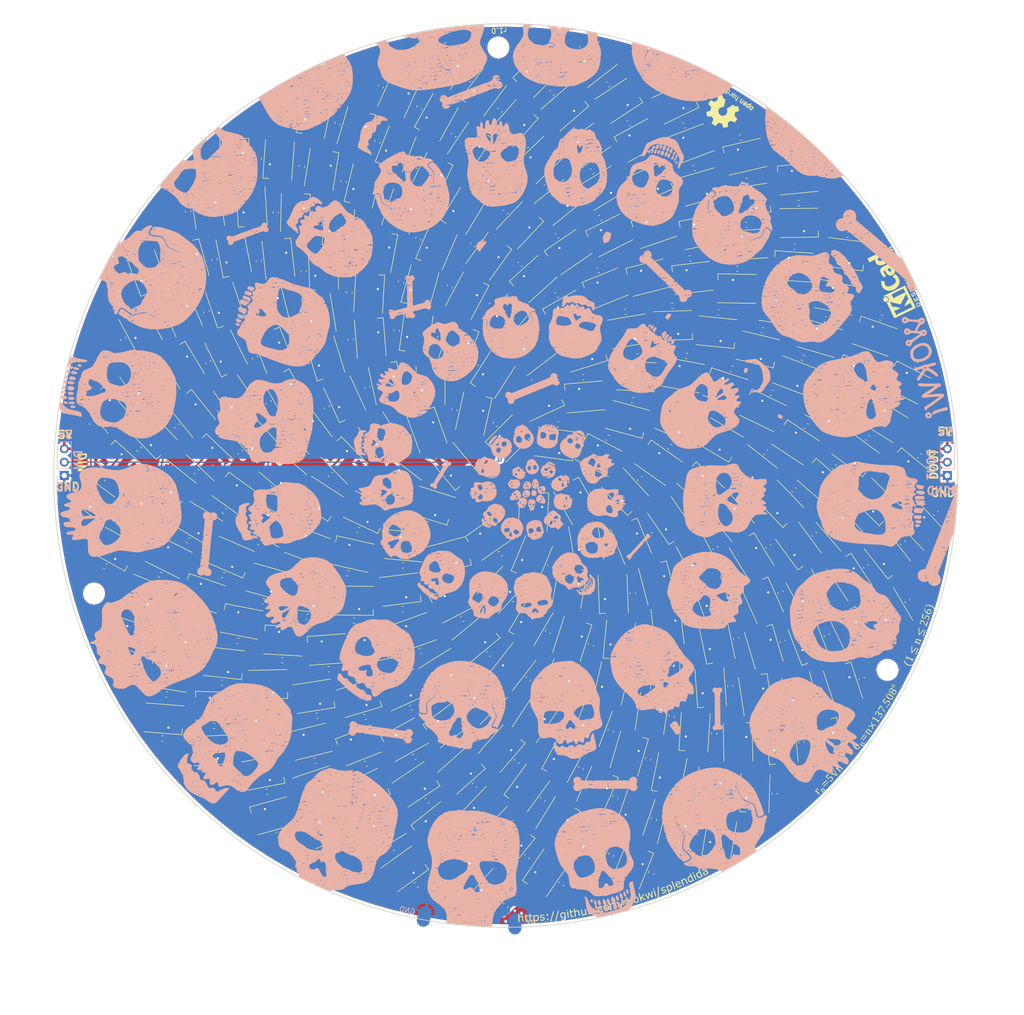
<source format=kicad_pcb>
(kicad_pcb (version 20171130) (host pcbnew "(5.1.8)-1")

  (general
    (thickness 1.6)
    (drawings 17)
    (tracks 1185)
    (zones 0)
    (modules 523)
    (nets 260)
  )

  (page A4)
  (title_block
    (title "Splendida")
    (company Wokwi)
  )

  (layers
    (0 F.Cu signal)
    (31 B.Cu signal)
    (32 B.Adhes user)
    (33 F.Adhes user)
    (34 B.Paste user)
    (35 F.Paste user)
    (36 B.SilkS user)
    (37 F.SilkS user)
    (38 B.Mask user)
    (39 F.Mask user)
    (40 Dwgs.User user)
    (41 Cmts.User user)
    (42 Eco1.User user)
    (43 Eco2.User user)
    (44 Edge.Cuts user)
    (45 Margin user)
    (46 B.CrtYd user)
    (47 F.CrtYd user)
    (48 B.Fab user)
    (49 F.Fab user)
  )

  (setup
    (last_trace_width 0.4)
    (user_trace_width 0.4)
    (user_trace_width 0.8)
    (trace_clearance 0.2)
    (zone_clearance 0.508)
    (zone_45_only no)
    (trace_min 0.2)
    (via_size 0.8)
    (via_drill 0.4)
    (via_min_size 0.4)
    (via_min_drill 0.3)
    (uvia_size 0.3)
    (uvia_drill 0.1)
    (uvias_allowed no)
    (uvia_min_size 0.2)
    (uvia_min_drill 0.1)
    (edge_width 0.05)
    (segment_width 0.2)
    (pcb_text_width 0.3)
    (pcb_text_size 1.5 1.5)
    (mod_edge_width 0.12)
    (mod_text_size 1 1)
    (mod_text_width 0.15)
    (pad_size 2.5 4)
    (pad_drill 0)
    (pad_to_mask_clearance 0)
    (aux_axis_origin 0 0)
    (visible_elements 7FFFFFFF)
    (pcbplotparams
      (layerselection 0x010fc_ffffffff)
      (usegerberextensions false)
      (usegerberattributes true)
      (usegerberadvancedattributes true)
      (creategerberjobfile true)
      (excludeedgelayer true)
      (linewidth 0.100000)
      (plotframeref false)
      (viasonmask false)
      (mode 1)
      (useauxorigin false)
      (hpglpennumber 1)
      (hpglpenspeed 20)
      (hpglpendiameter 15.000000)
      (psnegative false)
      (psa4output false)
      (plotreference true)
      (plotvalue true)
      (plotinvisibletext false)
      (padsonsilk false)
      (subtractmaskfromsilk false)
      (outputformat 1)
      (mirror false)
      (drillshape 0)
      (scaleselection 1)
      (outputdirectory "gerber/"))
  )

  (net 0 "")
  (net 1 VDD)
  (net 2 "Net-(D1-Pad2)")
  (net 3 /DIN)
  (net 4 GND)
  (net 5 "Net-(D2-Pad2)")
  (net 6 "Net-(D3-Pad2)")
  (net 7 "Net-(D4-Pad2)")
  (net 8 "Net-(D5-Pad2)")
  (net 9 "Net-(D6-Pad2)")
  (net 10 "Net-(D7-Pad2)")
  (net 11 "Net-(D8-Pad2)")
  (net 12 "Net-(D10-Pad4)")
  (net 13 "Net-(D10-Pad2)")
  (net 14 "Net-(D11-Pad2)")
  (net 15 "Net-(D12-Pad2)")
  (net 16 "Net-(D13-Pad2)")
  (net 17 "Net-(D14-Pad2)")
  (net 18 /LEDS/L16)
  (net 19 "Net-(D16-Pad2)")
  (net 20 "Net-(D17-Pad2)")
  (net 21 "Net-(D18-Pad2)")
  (net 22 "Net-(D19-Pad2)")
  (net 23 "Net-(D20-Pad2)")
  (net 24 "Net-(D21-Pad2)")
  (net 25 "Net-(D22-Pad2)")
  (net 26 "Net-(D23-Pad2)")
  (net 27 "Net-(D24-Pad2)")
  (net 28 "Net-(D25-Pad2)")
  (net 29 "Net-(D26-Pad2)")
  (net 30 "Net-(D27-Pad2)")
  (net 31 "Net-(D28-Pad2)")
  (net 32 "Net-(D29-Pad2)")
  (net 33 /LEDS/L31)
  (net 34 "Net-(D31-Pad2)")
  (net 35 "Net-(D32-Pad2)")
  (net 36 "Net-(D33-Pad2)")
  (net 37 "Net-(D34-Pad2)")
  (net 38 "Net-(D35-Pad2)")
  (net 39 "Net-(D36-Pad2)")
  (net 40 "Net-(D37-Pad2)")
  (net 41 "Net-(D38-Pad2)")
  (net 42 "Net-(D39-Pad2)")
  (net 43 "Net-(D40-Pad2)")
  (net 44 "Net-(D41-Pad2)")
  (net 45 "Net-(D42-Pad2)")
  (net 46 "Net-(D43-Pad2)")
  (net 47 "Net-(D44-Pad2)")
  (net 48 /LEDS/L46)
  (net 49 "Net-(D46-Pad2)")
  (net 50 "Net-(D47-Pad2)")
  (net 51 "Net-(D48-Pad2)")
  (net 52 "Net-(D49-Pad2)")
  (net 53 "Net-(D50-Pad2)")
  (net 54 "Net-(D51-Pad2)")
  (net 55 "Net-(D52-Pad2)")
  (net 56 "Net-(D53-Pad2)")
  (net 57 "Net-(D54-Pad2)")
  (net 58 "Net-(D55-Pad2)")
  (net 59 "Net-(D56-Pad2)")
  (net 60 "Net-(D57-Pad2)")
  (net 61 "Net-(D58-Pad2)")
  (net 62 "Net-(D59-Pad2)")
  (net 63 /LEDS/L61)
  (net 64 "Net-(D61-Pad2)")
  (net 65 "Net-(D62-Pad2)")
  (net 66 "Net-(D63-Pad2)")
  (net 67 "Net-(D64-Pad2)")
  (net 68 "Net-(D65-Pad2)")
  (net 69 "Net-(D66-Pad2)")
  (net 70 "Net-(D67-Pad2)")
  (net 71 "Net-(D68-Pad2)")
  (net 72 "Net-(D69-Pad2)")
  (net 73 "Net-(D70-Pad2)")
  (net 74 "Net-(D71-Pad2)")
  (net 75 "Net-(D72-Pad2)")
  (net 76 "Net-(D73-Pad2)")
  (net 77 "Net-(D74-Pad2)")
  (net 78 /LEDS/L76)
  (net 79 "Net-(D76-Pad2)")
  (net 80 "Net-(D77-Pad2)")
  (net 81 "Net-(D78-Pad2)")
  (net 82 "Net-(D79-Pad2)")
  (net 83 "Net-(D80-Pad2)")
  (net 84 "Net-(D81-Pad2)")
  (net 85 "Net-(D82-Pad2)")
  (net 86 "Net-(D83-Pad2)")
  (net 87 "Net-(D84-Pad2)")
  (net 88 "Net-(D85-Pad2)")
  (net 89 "Net-(D86-Pad2)")
  (net 90 "Net-(D87-Pad2)")
  (net 91 "Net-(D88-Pad2)")
  (net 92 "Net-(D89-Pad2)")
  (net 93 /LEDS/L91)
  (net 94 "Net-(D91-Pad2)")
  (net 95 "Net-(D92-Pad2)")
  (net 96 "Net-(D93-Pad2)")
  (net 97 "Net-(D94-Pad2)")
  (net 98 "Net-(D95-Pad2)")
  (net 99 "Net-(D96-Pad2)")
  (net 100 "Net-(D97-Pad2)")
  (net 101 "Net-(D98-Pad2)")
  (net 102 "Net-(D100-Pad4)")
  (net 103 "Net-(D100-Pad2)")
  (net 104 "Net-(D101-Pad2)")
  (net 105 "Net-(D102-Pad2)")
  (net 106 "Net-(D103-Pad2)")
  (net 107 "Net-(D104-Pad2)")
  (net 108 /LEDS/L106)
  (net 109 "Net-(D106-Pad2)")
  (net 110 "Net-(D107-Pad2)")
  (net 111 "Net-(D108-Pad2)")
  (net 112 "Net-(D109-Pad2)")
  (net 113 "Net-(D110-Pad2)")
  (net 114 "Net-(D111-Pad2)")
  (net 115 "Net-(D112-Pad2)")
  (net 116 "Net-(D113-Pad2)")
  (net 117 "Net-(D114-Pad2)")
  (net 118 "Net-(D115-Pad2)")
  (net 119 "Net-(D116-Pad2)")
  (net 120 "Net-(D117-Pad2)")
  (net 121 "Net-(D118-Pad2)")
  (net 122 "Net-(D119-Pad2)")
  (net 123 /LEDS/L121)
  (net 124 "Net-(D121-Pad2)")
  (net 125 "Net-(D122-Pad2)")
  (net 126 "Net-(D123-Pad2)")
  (net 127 "Net-(D124-Pad2)")
  (net 128 "Net-(D125-Pad2)")
  (net 129 "Net-(D126-Pad2)")
  (net 130 "Net-(D127-Pad2)")
  (net 131 "Net-(D128-Pad2)")
  (net 132 "Net-(D129-Pad2)")
  (net 133 "Net-(D130-Pad2)")
  (net 134 "Net-(D131-Pad2)")
  (net 135 "Net-(D132-Pad2)")
  (net 136 "Net-(D133-Pad2)")
  (net 137 "Net-(D134-Pad2)")
  (net 138 /LEDS/L136)
  (net 139 "Net-(D136-Pad2)")
  (net 140 "Net-(D137-Pad2)")
  (net 141 "Net-(D138-Pad2)")
  (net 142 "Net-(D139-Pad2)")
  (net 143 "Net-(D140-Pad2)")
  (net 144 "Net-(D141-Pad2)")
  (net 145 "Net-(D142-Pad2)")
  (net 146 "Net-(D143-Pad2)")
  (net 147 "Net-(D144-Pad2)")
  (net 148 "Net-(D145-Pad2)")
  (net 149 "Net-(D146-Pad2)")
  (net 150 "Net-(D147-Pad2)")
  (net 151 "Net-(D148-Pad2)")
  (net 152 "Net-(D149-Pad2)")
  (net 153 /LEDS/L151)
  (net 154 "Net-(D151-Pad2)")
  (net 155 "Net-(D152-Pad2)")
  (net 156 "Net-(D153-Pad2)")
  (net 157 "Net-(D154-Pad2)")
  (net 158 "Net-(D155-Pad2)")
  (net 159 "Net-(D156-Pad2)")
  (net 160 "Net-(D157-Pad2)")
  (net 161 "Net-(D158-Pad2)")
  (net 162 "Net-(D159-Pad2)")
  (net 163 "Net-(D160-Pad2)")
  (net 164 "Net-(D161-Pad2)")
  (net 165 "Net-(D162-Pad2)")
  (net 166 "Net-(D163-Pad2)")
  (net 167 "Net-(D164-Pad2)")
  (net 168 /LEDS/L166)
  (net 169 "Net-(D166-Pad2)")
  (net 170 "Net-(D167-Pad2)")
  (net 171 "Net-(D168-Pad2)")
  (net 172 "Net-(D169-Pad2)")
  (net 173 "Net-(D170-Pad2)")
  (net 174 "Net-(D171-Pad2)")
  (net 175 "Net-(D172-Pad2)")
  (net 176 "Net-(D173-Pad2)")
  (net 177 "Net-(D174-Pad2)")
  (net 178 "Net-(D175-Pad2)")
  (net 179 "Net-(D176-Pad2)")
  (net 180 "Net-(D177-Pad2)")
  (net 181 "Net-(D178-Pad2)")
  (net 182 "Net-(D179-Pad2)")
  (net 183 /LEDS/L181)
  (net 184 "Net-(D181-Pad2)")
  (net 185 "Net-(D182-Pad2)")
  (net 186 "Net-(D183-Pad2)")
  (net 187 "Net-(D184-Pad2)")
  (net 188 "Net-(D185-Pad2)")
  (net 189 "Net-(D186-Pad2)")
  (net 190 "Net-(D187-Pad2)")
  (net 191 "Net-(D188-Pad2)")
  (net 192 "Net-(D189-Pad2)")
  (net 193 "Net-(D190-Pad2)")
  (net 194 "Net-(D191-Pad2)")
  (net 195 "Net-(D192-Pad2)")
  (net 196 "Net-(D193-Pad2)")
  (net 197 "Net-(D194-Pad2)")
  (net 198 /LEDS/L196)
  (net 199 "Net-(D196-Pad2)")
  (net 200 "Net-(D197-Pad2)")
  (net 201 "Net-(D198-Pad2)")
  (net 202 "Net-(D199-Pad2)")
  (net 203 "Net-(D200-Pad2)")
  (net 204 "Net-(D201-Pad2)")
  (net 205 "Net-(D202-Pad2)")
  (net 206 "Net-(D203-Pad2)")
  (net 207 "Net-(D204-Pad2)")
  (net 208 "Net-(D205-Pad2)")
  (net 209 "Net-(D206-Pad2)")
  (net 210 "Net-(D207-Pad2)")
  (net 211 "Net-(D208-Pad2)")
  (net 212 "Net-(D209-Pad2)")
  (net 213 /LEDS/L211)
  (net 214 "Net-(D211-Pad2)")
  (net 215 "Net-(D212-Pad2)")
  (net 216 "Net-(D213-Pad2)")
  (net 217 "Net-(D214-Pad2)")
  (net 218 "Net-(D215-Pad2)")
  (net 219 "Net-(D216-Pad2)")
  (net 220 "Net-(D217-Pad2)")
  (net 221 "Net-(D218-Pad2)")
  (net 222 "Net-(D219-Pad2)")
  (net 223 "Net-(D220-Pad2)")
  (net 224 "Net-(D221-Pad2)")
  (net 225 "Net-(D222-Pad2)")
  (net 226 "Net-(D223-Pad2)")
  (net 227 "Net-(D224-Pad2)")
  (net 228 /LEDS/L226)
  (net 229 "Net-(D226-Pad2)")
  (net 230 "Net-(D227-Pad2)")
  (net 231 "Net-(D228-Pad2)")
  (net 232 "Net-(D229-Pad2)")
  (net 233 "Net-(D230-Pad2)")
  (net 234 "Net-(D231-Pad2)")
  (net 235 "Net-(D232-Pad2)")
  (net 236 "Net-(D233-Pad2)")
  (net 237 "Net-(D234-Pad2)")
  (net 238 "Net-(D235-Pad2)")
  (net 239 "Net-(D236-Pad2)")
  (net 240 "Net-(D237-Pad2)")
  (net 241 "Net-(D238-Pad2)")
  (net 242 "Net-(D239-Pad2)")
  (net 243 /LEDS/L241)
  (net 244 "Net-(D241-Pad2)")
  (net 245 "Net-(D242-Pad2)")
  (net 246 "Net-(D243-Pad2)")
  (net 247 "Net-(D244-Pad2)")
  (net 248 "Net-(D245-Pad2)")
  (net 249 "Net-(D246-Pad2)")
  (net 250 "Net-(D247-Pad2)")
  (net 251 "Net-(D248-Pad2)")
  (net 252 "Net-(D249-Pad2)")
  (net 253 "Net-(D250-Pad2)")
  (net 254 "Net-(D251-Pad2)")
  (net 255 "Net-(D252-Pad2)")
  (net 256 "Net-(D253-Pad2)")
  (net 257 "Net-(D254-Pad2)")
  (net 258 /LEDS/L256)
  (net 259 /DOUT)

  (net_class Default "This is the default net class."
    (clearance 0.2)
    (trace_width 0.25)
    (via_dia 0.8)
    (via_drill 0.4)
    (uvia_dia 0.3)
    (uvia_drill 0.1)
    (add_net /DIN)
    (add_net /DOUT)
    (add_net /LEDS/L106)
    (add_net /LEDS/L121)
    (add_net /LEDS/L136)
    (add_net /LEDS/L151)
    (add_net /LEDS/L16)
    (add_net /LEDS/L166)
    (add_net /LEDS/L181)
    (add_net /LEDS/L196)
    (add_net /LEDS/L211)
    (add_net /LEDS/L226)
    (add_net /LEDS/L241)
    (add_net /LEDS/L256)
    (add_net /LEDS/L31)
    (add_net /LEDS/L46)
    (add_net /LEDS/L61)
    (add_net /LEDS/L76)
    (add_net /LEDS/L91)
    (add_net GND)
    (add_net "Net-(D1-Pad2)")
    (add_net "Net-(D10-Pad2)")
    (add_net "Net-(D10-Pad4)")
    (add_net "Net-(D100-Pad2)")
    (add_net "Net-(D100-Pad4)")
    (add_net "Net-(D101-Pad2)")
    (add_net "Net-(D102-Pad2)")
    (add_net "Net-(D103-Pad2)")
    (add_net "Net-(D104-Pad2)")
    (add_net "Net-(D106-Pad2)")
    (add_net "Net-(D107-Pad2)")
    (add_net "Net-(D108-Pad2)")
    (add_net "Net-(D109-Pad2)")
    (add_net "Net-(D11-Pad2)")
    (add_net "Net-(D110-Pad2)")
    (add_net "Net-(D111-Pad2)")
    (add_net "Net-(D112-Pad2)")
    (add_net "Net-(D113-Pad2)")
    (add_net "Net-(D114-Pad2)")
    (add_net "Net-(D115-Pad2)")
    (add_net "Net-(D116-Pad2)")
    (add_net "Net-(D117-Pad2)")
    (add_net "Net-(D118-Pad2)")
    (add_net "Net-(D119-Pad2)")
    (add_net "Net-(D12-Pad2)")
    (add_net "Net-(D121-Pad2)")
    (add_net "Net-(D122-Pad2)")
    (add_net "Net-(D123-Pad2)")
    (add_net "Net-(D124-Pad2)")
    (add_net "Net-(D125-Pad2)")
    (add_net "Net-(D126-Pad2)")
    (add_net "Net-(D127-Pad2)")
    (add_net "Net-(D128-Pad2)")
    (add_net "Net-(D129-Pad2)")
    (add_net "Net-(D13-Pad2)")
    (add_net "Net-(D130-Pad2)")
    (add_net "Net-(D131-Pad2)")
    (add_net "Net-(D132-Pad2)")
    (add_net "Net-(D133-Pad2)")
    (add_net "Net-(D134-Pad2)")
    (add_net "Net-(D136-Pad2)")
    (add_net "Net-(D137-Pad2)")
    (add_net "Net-(D138-Pad2)")
    (add_net "Net-(D139-Pad2)")
    (add_net "Net-(D14-Pad2)")
    (add_net "Net-(D140-Pad2)")
    (add_net "Net-(D141-Pad2)")
    (add_net "Net-(D142-Pad2)")
    (add_net "Net-(D143-Pad2)")
    (add_net "Net-(D144-Pad2)")
    (add_net "Net-(D145-Pad2)")
    (add_net "Net-(D146-Pad2)")
    (add_net "Net-(D147-Pad2)")
    (add_net "Net-(D148-Pad2)")
    (add_net "Net-(D149-Pad2)")
    (add_net "Net-(D151-Pad2)")
    (add_net "Net-(D152-Pad2)")
    (add_net "Net-(D153-Pad2)")
    (add_net "Net-(D154-Pad2)")
    (add_net "Net-(D155-Pad2)")
    (add_net "Net-(D156-Pad2)")
    (add_net "Net-(D157-Pad2)")
    (add_net "Net-(D158-Pad2)")
    (add_net "Net-(D159-Pad2)")
    (add_net "Net-(D16-Pad2)")
    (add_net "Net-(D160-Pad2)")
    (add_net "Net-(D161-Pad2)")
    (add_net "Net-(D162-Pad2)")
    (add_net "Net-(D163-Pad2)")
    (add_net "Net-(D164-Pad2)")
    (add_net "Net-(D166-Pad2)")
    (add_net "Net-(D167-Pad2)")
    (add_net "Net-(D168-Pad2)")
    (add_net "Net-(D169-Pad2)")
    (add_net "Net-(D17-Pad2)")
    (add_net "Net-(D170-Pad2)")
    (add_net "Net-(D171-Pad2)")
    (add_net "Net-(D172-Pad2)")
    (add_net "Net-(D173-Pad2)")
    (add_net "Net-(D174-Pad2)")
    (add_net "Net-(D175-Pad2)")
    (add_net "Net-(D176-Pad2)")
    (add_net "Net-(D177-Pad2)")
    (add_net "Net-(D178-Pad2)")
    (add_net "Net-(D179-Pad2)")
    (add_net "Net-(D18-Pad2)")
    (add_net "Net-(D181-Pad2)")
    (add_net "Net-(D182-Pad2)")
    (add_net "Net-(D183-Pad2)")
    (add_net "Net-(D184-Pad2)")
    (add_net "Net-(D185-Pad2)")
    (add_net "Net-(D186-Pad2)")
    (add_net "Net-(D187-Pad2)")
    (add_net "Net-(D188-Pad2)")
    (add_net "Net-(D189-Pad2)")
    (add_net "Net-(D19-Pad2)")
    (add_net "Net-(D190-Pad2)")
    (add_net "Net-(D191-Pad2)")
    (add_net "Net-(D192-Pad2)")
    (add_net "Net-(D193-Pad2)")
    (add_net "Net-(D194-Pad2)")
    (add_net "Net-(D196-Pad2)")
    (add_net "Net-(D197-Pad2)")
    (add_net "Net-(D198-Pad2)")
    (add_net "Net-(D199-Pad2)")
    (add_net "Net-(D2-Pad2)")
    (add_net "Net-(D20-Pad2)")
    (add_net "Net-(D200-Pad2)")
    (add_net "Net-(D201-Pad2)")
    (add_net "Net-(D202-Pad2)")
    (add_net "Net-(D203-Pad2)")
    (add_net "Net-(D204-Pad2)")
    (add_net "Net-(D205-Pad2)")
    (add_net "Net-(D206-Pad2)")
    (add_net "Net-(D207-Pad2)")
    (add_net "Net-(D208-Pad2)")
    (add_net "Net-(D209-Pad2)")
    (add_net "Net-(D21-Pad2)")
    (add_net "Net-(D211-Pad2)")
    (add_net "Net-(D212-Pad2)")
    (add_net "Net-(D213-Pad2)")
    (add_net "Net-(D214-Pad2)")
    (add_net "Net-(D215-Pad2)")
    (add_net "Net-(D216-Pad2)")
    (add_net "Net-(D217-Pad2)")
    (add_net "Net-(D218-Pad2)")
    (add_net "Net-(D219-Pad2)")
    (add_net "Net-(D22-Pad2)")
    (add_net "Net-(D220-Pad2)")
    (add_net "Net-(D221-Pad2)")
    (add_net "Net-(D222-Pad2)")
    (add_net "Net-(D223-Pad2)")
    (add_net "Net-(D224-Pad2)")
    (add_net "Net-(D226-Pad2)")
    (add_net "Net-(D227-Pad2)")
    (add_net "Net-(D228-Pad2)")
    (add_net "Net-(D229-Pad2)")
    (add_net "Net-(D23-Pad2)")
    (add_net "Net-(D230-Pad2)")
    (add_net "Net-(D231-Pad2)")
    (add_net "Net-(D232-Pad2)")
    (add_net "Net-(D233-Pad2)")
    (add_net "Net-(D234-Pad2)")
    (add_net "Net-(D235-Pad2)")
    (add_net "Net-(D236-Pad2)")
    (add_net "Net-(D237-Pad2)")
    (add_net "Net-(D238-Pad2)")
    (add_net "Net-(D239-Pad2)")
    (add_net "Net-(D24-Pad2)")
    (add_net "Net-(D241-Pad2)")
    (add_net "Net-(D242-Pad2)")
    (add_net "Net-(D243-Pad2)")
    (add_net "Net-(D244-Pad2)")
    (add_net "Net-(D245-Pad2)")
    (add_net "Net-(D246-Pad2)")
    (add_net "Net-(D247-Pad2)")
    (add_net "Net-(D248-Pad2)")
    (add_net "Net-(D249-Pad2)")
    (add_net "Net-(D25-Pad2)")
    (add_net "Net-(D250-Pad2)")
    (add_net "Net-(D251-Pad2)")
    (add_net "Net-(D252-Pad2)")
    (add_net "Net-(D253-Pad2)")
    (add_net "Net-(D254-Pad2)")
    (add_net "Net-(D26-Pad2)")
    (add_net "Net-(D27-Pad2)")
    (add_net "Net-(D28-Pad2)")
    (add_net "Net-(D29-Pad2)")
    (add_net "Net-(D3-Pad2)")
    (add_net "Net-(D31-Pad2)")
    (add_net "Net-(D32-Pad2)")
    (add_net "Net-(D33-Pad2)")
    (add_net "Net-(D34-Pad2)")
    (add_net "Net-(D35-Pad2)")
    (add_net "Net-(D36-Pad2)")
    (add_net "Net-(D37-Pad2)")
    (add_net "Net-(D38-Pad2)")
    (add_net "Net-(D39-Pad2)")
    (add_net "Net-(D4-Pad2)")
    (add_net "Net-(D40-Pad2)")
    (add_net "Net-(D41-Pad2)")
    (add_net "Net-(D42-Pad2)")
    (add_net "Net-(D43-Pad2)")
    (add_net "Net-(D44-Pad2)")
    (add_net "Net-(D46-Pad2)")
    (add_net "Net-(D47-Pad2)")
    (add_net "Net-(D48-Pad2)")
    (add_net "Net-(D49-Pad2)")
    (add_net "Net-(D5-Pad2)")
    (add_net "Net-(D50-Pad2)")
    (add_net "Net-(D51-Pad2)")
    (add_net "Net-(D52-Pad2)")
    (add_net "Net-(D53-Pad2)")
    (add_net "Net-(D54-Pad2)")
    (add_net "Net-(D55-Pad2)")
    (add_net "Net-(D56-Pad2)")
    (add_net "Net-(D57-Pad2)")
    (add_net "Net-(D58-Pad2)")
    (add_net "Net-(D59-Pad2)")
    (add_net "Net-(D6-Pad2)")
    (add_net "Net-(D61-Pad2)")
    (add_net "Net-(D62-Pad2)")
    (add_net "Net-(D63-Pad2)")
    (add_net "Net-(D64-Pad2)")
    (add_net "Net-(D65-Pad2)")
    (add_net "Net-(D66-Pad2)")
    (add_net "Net-(D67-Pad2)")
    (add_net "Net-(D68-Pad2)")
    (add_net "Net-(D69-Pad2)")
    (add_net "Net-(D7-Pad2)")
    (add_net "Net-(D70-Pad2)")
    (add_net "Net-(D71-Pad2)")
    (add_net "Net-(D72-Pad2)")
    (add_net "Net-(D73-Pad2)")
    (add_net "Net-(D74-Pad2)")
    (add_net "Net-(D76-Pad2)")
    (add_net "Net-(D77-Pad2)")
    (add_net "Net-(D78-Pad2)")
    (add_net "Net-(D79-Pad2)")
    (add_net "Net-(D8-Pad2)")
    (add_net "Net-(D80-Pad2)")
    (add_net "Net-(D81-Pad2)")
    (add_net "Net-(D82-Pad2)")
    (add_net "Net-(D83-Pad2)")
    (add_net "Net-(D84-Pad2)")
    (add_net "Net-(D85-Pad2)")
    (add_net "Net-(D86-Pad2)")
    (add_net "Net-(D87-Pad2)")
    (add_net "Net-(D88-Pad2)")
    (add_net "Net-(D89-Pad2)")
    (add_net "Net-(D91-Pad2)")
    (add_net "Net-(D92-Pad2)")
    (add_net "Net-(D93-Pad2)")
    (add_net "Net-(D94-Pad2)")
    (add_net "Net-(D95-Pad2)")
    (add_net "Net-(D96-Pad2)")
    (add_net "Net-(D97-Pad2)")
    (add_net "Net-(D98-Pad2)")
    (add_net VDD)
  )

  (module TestPoint:TestPoint_Pad_D2.5mm (layer B.Cu) (tedit 60057767) (tstamp 6006AC24)
    (at 131.82854 175.93634)
    (descr "SMD pad as test Point, diameter 2.5mm")
    (tags "test point SMD pad")
    (attr virtual)
    (fp_text reference REF** (at -1.78054 4.12242) (layer B.SilkS) hide
      (effects (font (size 1 1) (thickness 0.15)) (justify mirror))
    )
    (fp_text value TestPoint_Pad_D2.5mm (at 0 -2.25) (layer B.Fab)
      (effects (font (size 1 1) (thickness 0.15)) (justify mirror))
    )
    (fp_circle (center 0 0) (end 2.25 0) (layer B.CrtYd) (width 0.05))
    (fp_text user %R (at 0 2.15) (layer B.Fab)
      (effects (font (size 1 1) (thickness 0.15)) (justify mirror))
    )
    (pad 1 smd oval (at -0.09144 -0.57982) (size 2.5 4) (layers B.Cu B.Mask)
      (net 1 VDD))
  )

  (module TestPoint:TestPoint_Pad_D2.5mm (layer B.Cu) (tedit 60057746) (tstamp 6006A4B3)
    (at 114.47272 173.92142)
    (descr "SMD pad as test Point, diameter 2.5mm")
    (tags "test point SMD pad")
    (attr virtual)
    (fp_text reference REF** (at -0.23876 3.79476) (layer B.SilkS) hide
      (effects (font (size 1 1) (thickness 0.15)) (justify mirror))
    )
    (fp_text value TestPoint_Pad_D2.5mm (at 0 -2.25) (layer B.Fab)
      (effects (font (size 1 1) (thickness 0.15)) (justify mirror))
    )
    (fp_text user %R (at 0 2.15) (layer B.Fab)
      (effects (font (size 1 1) (thickness 0.15)) (justify mirror))
    )
    (fp_circle (center 0 0) (end 2.25 0) (layer B.CrtYd) (width 0.05))
    (pad 1 smd oval (at 0 0 348) (size 2.5 4) (layers B.Cu B.Mask)
      (net 4 GND))
  )

  (module Wokwi:border-text (layer F.Cu) (tedit 0) (tstamp 600582EF)
    (at 130 90 271.5)
    (fp_text reference Ref** (at 0 0 91.5) (layer F.SilkS) hide
      (effects (font (size 1.27 1.27) (thickness 0.15)))
    )
    (fp_text value Val** (at 0 0 91.5) (layer F.SilkS) hide
      (effects (font (size 1.27 1.27) (thickness 0.15)))
    )
    (fp_poly (pts (xy 85.005334 -1.041416) (xy 85.002446 -0.987113) (xy 84.985916 -0.96076) (xy 84.943948 -0.948015)
      (xy 84.925959 -0.944919) (xy 84.876776 -0.940257) (xy 84.795081 -0.936293) (xy 84.690693 -0.93335)
      (xy 84.573431 -0.931755) (xy 84.523112 -0.931566) (xy 84.371263 -0.929931) (xy 84.255947 -0.924206)
      (xy 84.171436 -0.912793) (xy 84.112003 -0.894092) (xy 84.07192 -0.866505) (xy 84.04546 -0.828433)
      (xy 84.031888 -0.794419) (xy 84.016435 -0.708468) (xy 84.028846 -0.618229) (xy 84.070972 -0.513631)
      (xy 84.090361 -0.476704) (xy 84.148084 -0.371324) (xy 84.576709 -0.378168) (xy 85.005334 -0.385011)
      (xy 85.005334 -0.1905) (xy 84.511264 -0.1905) (xy 84.348647 -0.189851) (xy 84.179829 -0.188039)
      (xy 84.016267 -0.185268) (xy 83.869419 -0.181739) (xy 83.750743 -0.177657) (xy 83.728097 -0.176635)
      (xy 83.439 -0.16277) (xy 83.439 -0.359833) (xy 83.714167 -0.359833) (xy 83.835055 -0.360963)
      (xy 83.917726 -0.365031) (xy 83.966252 -0.373058) (xy 83.984705 -0.386066) (xy 83.977158 -0.405073)
      (xy 83.959903 -0.421408) (xy 83.935401 -0.453789) (xy 83.904017 -0.510778) (xy 83.883557 -0.554891)
      (xy 83.851907 -0.663132) (xy 83.843599 -0.776663) (xy 83.858168 -0.881885) (xy 83.895152 -0.965198)
      (xy 83.897667 -0.968659) (xy 83.932635 -1.012213) (xy 83.968523 -1.045949) (xy 84.011184 -1.071217)
      (xy 84.066471 -1.089368) (xy 84.140237 -1.101753) (xy 84.238335 -1.109721) (xy 84.366618 -1.114624)
      (xy 84.53094 -1.117813) (xy 84.544959 -1.118021) (xy 85.005334 -1.124793) (xy 85.005334 -1.041416)) (layer F.SilkS) (width 0.01))
    (fp_poly (pts (xy 84.934321 -2.068685) (xy 84.971258 -2.054673) (xy 84.975367 -2.050281) (xy 84.984239 -2.017872)
      (xy 84.99282 -1.956835) (xy 84.998831 -1.886239) (xy 85.001131 -1.801153) (xy 84.993287 -1.740366)
      (xy 84.972172 -1.686431) (xy 84.95857 -1.661583) (xy 84.925926 -1.611684) (xy 84.888906 -1.573376)
      (xy 84.84141 -1.54483) (xy 84.777333 -1.524218) (xy 84.690575 -1.509713) (xy 84.575031 -1.499486)
      (xy 84.4246 -1.491711) (xy 84.386209 -1.490147) (xy 84.0105 -1.475321) (xy 84.0105 -1.414994)
      (xy 84.006027 -1.374408) (xy 83.984101 -1.357765) (xy 83.936417 -1.354666) (xy 83.886643 -1.358206)
      (xy 83.866228 -1.376161) (xy 83.862334 -1.418166) (xy 83.862334 -1.481666) (xy 83.550372 -1.481666)
      (xy 83.537633 -1.560171) (xy 83.533129 -1.611598) (xy 83.544398 -1.644313) (xy 83.578341 -1.662483)
      (xy 83.64186 -1.670273) (xy 83.722628 -1.671842) (xy 83.868673 -1.672166) (xy 83.855151 -1.862666)
      (xy 83.841628 -2.053166) (xy 84.0105 -2.053166) (xy 84.0105 -1.672166) (xy 84.280375 -1.673428)
      (xy 84.444391 -1.676167) (xy 84.571235 -1.683198) (xy 84.665925 -1.695324) (xy 84.733477 -1.713353)
      (xy 84.77891 -1.738088) (xy 84.797586 -1.756417) (xy 84.826036 -1.819098) (xy 84.835487 -1.902778)
      (xy 84.824768 -1.99006) (xy 84.815357 -2.020039) (xy 84.804826 -2.054963) (xy 84.815322 -2.070371)
      (xy 84.855983 -2.074234) (xy 84.877608 -2.074333) (xy 84.934321 -2.068685)) (layer F.SilkS) (width 0.01))
    (fp_poly (pts (xy 84.909873 -2.89673) (xy 84.939057 -2.87983) (xy 84.956946 -2.837754) (xy 84.961887 -2.820458)
      (xy 84.982842 -2.68731) (xy 84.971333 -2.564924) (xy 84.929324 -2.460104) (xy 84.858778 -2.379653)
      (xy 84.828713 -2.359103) (xy 84.784994 -2.342456) (xy 84.712509 -2.328094) (xy 84.608626 -2.315774)
      (xy 84.470706 -2.305257) (xy 84.296117 -2.296299) (xy 84.082221 -2.288661) (xy 84.048071 -2.287656)
      (xy 84.008631 -2.28213) (xy 83.997753 -2.259871) (xy 84.003092 -2.2225) (xy 84.008735 -2.182313)
      (xy 83.997207 -2.164116) (xy 83.958273 -2.1592) (xy 83.928479 -2.159) (xy 83.8731 -2.161314)
      (xy 83.848054 -2.174058) (xy 83.841378 -2.205932) (xy 83.841167 -2.2225) (xy 83.841167 -2.286)
      (xy 83.523667 -2.286) (xy 83.523667 -2.368021) (xy 83.527151 -2.422325) (xy 83.544311 -2.448934)
      (xy 83.585203 -2.462333) (xy 83.589813 -2.463271) (xy 83.654162 -2.471712) (xy 83.73188 -2.47625)
      (xy 83.7516 -2.4765) (xy 83.847241 -2.4765) (xy 83.83304 -2.664616) (xy 83.818839 -2.852733)
      (xy 83.89415 -2.861525) (xy 83.946516 -2.864841) (xy 83.977503 -2.861582) (xy 83.979397 -2.860381)
      (xy 83.983808 -2.836162) (xy 83.987214 -2.779759) (xy 83.989109 -2.70132) (xy 83.989334 -2.661061)
      (xy 83.989334 -2.471677) (xy 84.333292 -2.487121) (xy 84.485913 -2.495435) (xy 84.601534 -2.505817)
      (xy 84.685486 -2.519714) (xy 84.743096 -2.538576) (xy 84.779696 -2.563851) (xy 84.800614 -2.596987)
      (xy 84.806559 -2.615747) (xy 84.8125 -2.683244) (xy 84.805952 -2.767446) (xy 84.789115 -2.845355)
      (xy 84.782905 -2.862791) (xy 84.779337 -2.886485) (xy 84.800138 -2.89728) (xy 84.853907 -2.899833)
      (xy 84.909873 -2.89673)) (layer F.SilkS) (width 0.01))
    (fp_poly (pts (xy 84.510196 -4.079302) (xy 84.645886 -4.041152) (xy 84.758109 -3.973343) (xy 84.852394 -3.873293)
      (xy 84.873042 -3.844086) (xy 84.912647 -3.778983) (xy 84.933417 -3.722009) (xy 84.941102 -3.653258)
      (xy 84.941834 -3.605845) (xy 84.936735 -3.519971) (xy 84.923557 -3.439088) (xy 84.910138 -3.394115)
      (xy 84.878442 -3.318257) (xy 85.116513 -3.326003) (xy 85.354584 -3.33375) (xy 85.354584 -3.14325)
      (xy 84.973584 -3.130169) (xy 84.812354 -3.124447) (xy 84.627901 -3.117604) (xy 84.439294 -3.110362)
      (xy 84.265602 -3.103448) (xy 84.206292 -3.101008) (xy 83.82 -3.084928) (xy 83.82 -3.182881)
      (xy 83.82205 -3.242701) (xy 83.832245 -3.271447) (xy 83.856658 -3.28033) (xy 83.87305 -3.280833)
      (xy 83.926099 -3.280833) (xy 83.863646 -3.367048) (xy 83.821597 -3.441263) (xy 83.787382 -3.529377)
      (xy 83.777644 -3.566695) (xy 83.774119 -3.615586) (xy 83.947312 -3.615586) (xy 83.960819 -3.509243)
      (xy 84.005178 -3.402279) (xy 84.038188 -3.347705) (xy 84.084584 -3.276993) (xy 84.253917 -3.28937)
      (xy 84.361987 -3.295719) (xy 84.47911 -3.300228) (xy 84.574638 -3.301873) (xy 84.65331 -3.302651)
      (xy 84.700202 -3.307511) (xy 84.725864 -3.320488) (xy 84.74085 -3.345619) (xy 84.749263 -3.368658)
      (xy 84.770468 -3.468054) (xy 84.772239 -3.575996) (xy 84.755635 -3.676259) (xy 84.724453 -3.748661)
      (xy 84.664665 -3.817395) (xy 84.588995 -3.862495) (xy 84.489403 -3.88717) (xy 84.358943 -3.894634)
      (xy 84.206983 -3.88303) (xy 84.090143 -3.848024) (xy 84.008143 -3.789427) (xy 83.960699 -3.707045)
      (xy 83.947312 -3.615586) (xy 83.774119 -3.615586) (xy 83.768013 -3.700251) (xy 83.796027 -3.817782)
      (xy 83.859325 -3.917112) (xy 83.955545 -3.996063) (xy 84.082329 -4.05246) (xy 84.237316 -4.084125)
      (xy 84.34551 -4.090374) (xy 84.510196 -4.079302)) (layer F.SilkS) (width 0.01))
    (fp_poly (pts (xy 84.622248 -5.189592) (xy 84.719263 -5.139778) (xy 84.748102 -5.115632) (xy 84.819812 -5.022285)
      (xy 84.869569 -4.901456) (xy 84.895591 -4.762877) (xy 84.896096 -4.616287) (xy 84.869302 -4.471418)
      (xy 84.867282 -4.464619) (xy 84.829298 -4.339166) (xy 84.725052 -4.339166) (xy 84.667096 -4.342017)
      (xy 84.6331 -4.349308) (xy 84.628977 -4.355041) (xy 84.673294 -4.445346) (xy 84.700274 -4.516372)
      (xy 84.714129 -4.585279) (xy 84.719074 -4.669226) (xy 84.719522 -4.723753) (xy 84.718383 -4.815125)
      (xy 84.71329 -4.875337) (xy 84.701847 -4.915531) (xy 84.681655 -4.946851) (xy 84.668269 -4.961878)
      (xy 84.604781 -5.005732) (xy 84.537267 -5.013648) (xy 84.476528 -4.984968) (xy 84.46563 -4.974218)
      (xy 84.44271 -4.931126) (xy 84.417833 -4.853824) (xy 84.393412 -4.750211) (xy 84.386726 -4.716189)
      (xy 84.359885 -4.586851) (xy 84.333555 -4.492741) (xy 84.304675 -4.426909) (xy 84.270184 -4.3824)
      (xy 84.227023 -4.352262) (xy 84.226369 -4.351923) (xy 84.121583 -4.31196) (xy 84.026457 -4.30892)
      (xy 83.930404 -4.342547) (xy 83.926353 -4.344673) (xy 83.837479 -4.409216) (xy 83.775725 -4.496418)
      (xy 83.738998 -4.61083) (xy 83.725209 -4.757004) (xy 83.72499 -4.783101) (xy 83.728432 -4.877861)
      (xy 83.737336 -4.966535) (xy 83.749941 -5.032837) (xy 83.75309 -5.042958) (xy 83.773546 -5.092362)
      (xy 83.79886 -5.115366) (xy 83.844391 -5.122008) (xy 83.874558 -5.122333) (xy 83.930812 -5.119982)
      (xy 83.964194 -5.114046) (xy 83.968167 -5.110699) (xy 83.959368 -5.085723) (xy 83.937975 -5.040705)
      (xy 83.935866 -5.036602) (xy 83.89821 -4.935246) (xy 83.877455 -4.819323) (xy 83.876588 -4.709343)
      (xy 83.882623 -4.670962) (xy 83.910343 -4.60046) (xy 83.954909 -4.538791) (xy 84.006147 -4.497662)
      (xy 84.04225 -4.487333) (xy 84.07737 -4.500315) (xy 84.123061 -4.531876) (xy 84.126685 -4.534958)
      (xy 84.154567 -4.564987) (xy 84.175335 -4.605254) (xy 84.19247 -4.665636) (xy 84.209453 -4.756015)
      (xy 84.213674 -4.781899) (xy 84.230026 -4.874004) (xy 84.247123 -4.954082) (xy 84.26228 -5.010152)
      (xy 84.268228 -5.025316) (xy 84.336113 -5.117995) (xy 84.422916 -5.17724) (xy 84.520879 -5.201592)
      (xy 84.622248 -5.189592)) (layer F.SilkS) (width 0.01))
    (fp_poly (pts (xy 83.968167 -5.730518) (xy 83.964873 -5.662202) (xy 83.949539 -5.620171) (xy 83.913981 -5.598075)
      (xy 83.850021 -5.589563) (xy 83.784945 -5.588289) (xy 83.696973 -5.588) (xy 83.68223 -5.695188)
      (xy 83.675184 -5.75738) (xy 83.67325 -5.799472) (xy 83.674953 -5.809517) (xy 83.698184 -5.815169)
      (xy 83.751954 -5.823146) (xy 83.824665 -5.831728) (xy 83.825292 -5.831795) (xy 83.968167 -5.846932)
      (xy 83.968167 -5.730518)) (layer F.SilkS) (width 0.01))
    (fp_poly (pts (xy 84.784006 -5.880897) (xy 84.806924 -5.852518) (xy 84.814242 -5.796905) (xy 84.814834 -5.745019)
      (xy 84.814834 -5.6515) (xy 84.5185 -5.6515) (xy 84.5185 -5.880721) (xy 84.655901 -5.887819)
      (xy 84.736621 -5.890008) (xy 84.784006 -5.880897)) (layer F.SilkS) (width 0.01))
    (fp_poly (pts (xy 83.174688 -6.979155) (xy 83.232556 -6.962521) (xy 83.321801 -6.936448) (xy 83.437834 -6.902288)
      (xy 83.576065 -6.861392) (xy 83.731907 -6.815111) (xy 83.898911 -6.765349) (xy 84.078779 -6.711802)
      (xy 84.25527 -6.659508) (xy 84.421938 -6.610356) (xy 84.572343 -6.566239) (xy 84.700039 -6.529048)
      (xy 84.798585 -6.500674) (xy 84.85049 -6.48604) (xy 84.952611 -6.456456) (xy 85.020553 -6.431205)
      (xy 85.061277 -6.404634) (xy 85.081743 -6.37109) (xy 85.088912 -6.324922) (xy 85.089711 -6.291791)
      (xy 85.087456 -6.265297) (xy 85.075586 -6.251457) (xy 85.047044 -6.250515) (xy 84.99477 -6.262714)
      (xy 84.911706 -6.288298) (xy 84.878334 -6.299071) (xy 84.821064 -6.317106) (xy 84.729025 -6.345434)
      (xy 84.608028 -6.382296) (xy 84.463885 -6.425932) (xy 84.302405 -6.474582) (xy 84.129402 -6.526487)
      (xy 83.968167 -6.574674) (xy 83.79616 -6.626211) (xy 83.636016 -6.674633) (xy 83.492498 -6.718465)
      (xy 83.370373 -6.756234) (xy 83.274404 -6.786465) (xy 83.209356 -6.807686) (xy 83.179993 -6.818422)
      (xy 83.179709 -6.818569) (xy 83.149834 -6.858076) (xy 83.142667 -6.911661) (xy 83.145236 -6.960362)
      (xy 83.151545 -6.984447) (xy 83.152786 -6.985) (xy 83.174688 -6.979155)) (layer F.SilkS) (width 0.01))
    (fp_poly (pts (xy 83.08247 -7.900811) (xy 83.140004 -7.88615) (xy 83.229381 -7.862155) (xy 83.34619 -7.830039)
      (xy 83.48602 -7.791019) (xy 83.64446 -7.746311) (xy 83.8171 -7.697129) (xy 83.862334 -7.68417)
      (xy 84.046366 -7.631437) (xy 84.224568 -7.580466) (xy 84.391205 -7.532892) (xy 84.540543 -7.490348)
      (xy 84.666846 -7.454467) (xy 84.764379 -7.426883) (xy 84.827408 -7.409229) (xy 84.830709 -7.408317)
      (xy 85.005334 -7.360118) (xy 85.005334 -7.267809) (xy 85.004255 -7.212562) (xy 85.001534 -7.180803)
      (xy 85.000042 -7.177647) (xy 84.978836 -7.18444) (xy 84.926931 -7.200671) (xy 84.854079 -7.223297)
      (xy 84.825417 -7.232169) (xy 84.766402 -7.249962) (xy 84.672412 -7.277721) (xy 84.549175 -7.313781)
      (xy 84.402418 -7.356477) (xy 84.23787 -7.40414) (xy 84.061258 -7.455106) (xy 83.878311 -7.507708)
      (xy 83.86865 -7.51048) (xy 83.081217 -7.736416) (xy 83.067507 -7.817218) (xy 83.060465 -7.870444)
      (xy 83.060031 -7.902114) (xy 83.06119 -7.904921) (xy 83.08247 -7.900811)) (layer F.SilkS) (width 0.01))
    (fp_poly (pts (xy 84.609313 -9.202436) (xy 84.669907 -9.192459) (xy 84.720338 -9.176117) (xy 84.765915 -9.153226)
      (xy 84.795679 -9.134598) (xy 84.870898 -9.061426) (xy 84.930683 -8.955872) (xy 84.972573 -8.825849)
      (xy 84.994105 -8.679269) (xy 84.992819 -8.524048) (xy 84.99112 -8.506223) (xy 84.978647 -8.386883)
      (xy 84.880865 -8.375781) (xy 84.821922 -8.370302) (xy 84.784002 -8.369071) (xy 84.777353 -8.370251)
      (xy 84.778235 -8.392188) (xy 84.786572 -8.442791) (xy 84.795815 -8.488631) (xy 84.812528 -8.620045)
      (xy 84.807053 -8.743668) (xy 84.781373 -8.851791) (xy 84.737471 -8.936707) (xy 84.67733 -8.990709)
      (xy 84.665167 -8.996454) (xy 84.610058 -9.011681) (xy 84.54072 -9.021183) (xy 84.472194 -9.024103)
      (xy 84.419524 -9.019583) (xy 84.400181 -9.01157) (xy 84.401797 -8.98707) (xy 84.427548 -8.949629)
      (xy 84.429212 -8.947836) (xy 84.490192 -8.856139) (xy 84.527916 -8.743347) (xy 84.540806 -8.622727)
      (xy 84.527284 -8.507546) (xy 84.491933 -8.420648) (xy 84.414601 -8.324233) (xy 84.314079 -8.253774)
      (xy 84.185645 -8.206953) (xy 84.024574 -8.181453) (xy 84.000703 -8.179563) (xy 83.893702 -8.177134)
      (xy 83.805838 -8.189133) (xy 83.739483 -8.209097) (xy 83.609465 -8.276205) (xy 83.508523 -8.371072)
      (xy 83.439649 -8.488111) (xy 83.405836 -8.62174) (xy 83.409151 -8.734775) (xy 83.5692 -8.734775)
      (xy 83.570902 -8.655848) (xy 83.574971 -8.62657) (xy 83.606623 -8.545562) (xy 83.664156 -8.467487)
      (xy 83.735142 -8.406769) (xy 83.785109 -8.382646) (xy 83.867197 -8.369987) (xy 83.971665 -8.371332)
      (xy 84.081526 -8.385121) (xy 84.17979 -8.409794) (xy 84.210637 -8.421734) (xy 84.298226 -8.477546)
      (xy 84.349545 -8.553107) (xy 84.366347 -8.651676) (xy 84.36303 -8.705124) (xy 84.342704 -8.794171)
      (xy 84.306822 -8.877287) (xy 84.261486 -8.944724) (xy 84.212799 -8.986731) (xy 84.181074 -8.995795)
      (xy 84.109553 -8.993199) (xy 84.018987 -8.986142) (xy 83.919053 -8.975851) (xy 83.819429 -8.963554)
      (xy 83.729792 -8.950477) (xy 83.659819 -8.937849) (xy 83.619188 -8.926896) (xy 83.613876 -8.923867)
      (xy 83.592606 -8.883447) (xy 83.577075 -8.815529) (xy 83.5692 -8.734775) (xy 83.409151 -8.734775)
      (xy 83.410078 -8.766372) (xy 83.418496 -8.808095) (xy 83.432453 -8.877985) (xy 83.431962 -8.915659)
      (xy 83.420964 -8.927762) (xy 83.409128 -8.949658) (xy 83.399737 -8.9955) (xy 83.394667 -9.047957)
      (xy 83.395789 -9.089696) (xy 83.401959 -9.103594) (xy 83.423551 -9.106185) (xy 83.481725 -9.112507)
      (xy 83.57095 -9.121978) (xy 83.685696 -9.134013) (xy 83.820431 -9.14803) (xy 83.968167 -9.163295)
      (xy 84.159178 -9.182381) (xy 84.31349 -9.196021) (xy 84.436412 -9.204034) (xy 84.533251 -9.206233)
      (xy 84.609313 -9.202436)) (layer F.SilkS) (width 0.01))
    (fp_poly (pts (xy 83.138423 -9.543618) (xy 83.139852 -9.482616) (xy 83.130554 -9.450841) (xy 83.105681 -9.435597)
      (xy 83.09609 -9.432782) (xy 83.022722 -9.417763) (xy 82.979368 -9.424865) (xy 82.957365 -9.458995)
      (xy 82.948708 -9.516253) (xy 82.946263 -9.575251) (xy 82.948928 -9.613316) (xy 82.951868 -9.619928)
      (xy 82.978036 -9.625797) (xy 83.02979 -9.632295) (xy 83.047417 -9.633966) (xy 83.132084 -9.641416)
      (xy 83.138423 -9.543618)) (layer F.SilkS) (width 0.01))
    (fp_poly (pts (xy 84.450381 -9.751735) (xy 84.456611 -9.701964) (xy 84.458302 -9.68375) (xy 84.465548 -9.599083)
      (xy 84.084566 -9.553641) (xy 83.945776 -9.537471) (xy 83.806206 -9.521888) (xy 83.677505 -9.508146)
      (xy 83.571325 -9.497498) (xy 83.518375 -9.492702) (xy 83.333167 -9.477206) (xy 83.333167 -9.5642)
      (xy 83.336988 -9.621785) (xy 83.352651 -9.650251) (xy 83.380792 -9.661324) (xy 83.418254 -9.667169)
      (xy 83.487961 -9.676113) (xy 83.58303 -9.687421) (xy 83.696579 -9.700358) (xy 83.821724 -9.71419)
      (xy 83.951583 -9.728183) (xy 84.079273 -9.741602) (xy 84.197911 -9.753713) (xy 84.300615 -9.763781)
      (xy 84.380501 -9.771072) (xy 84.430687 -9.774852) (xy 84.444818 -9.774862) (xy 84.450381 -9.751735)) (layer F.SilkS) (width 0.01))
    (fp_poly (pts (xy 84.290278 -10.729664) (xy 84.319562 -10.717424) (xy 84.338846 -10.684678) (xy 84.35893 -10.621825)
      (xy 84.384908 -10.510452) (xy 84.387058 -10.421348) (xy 84.364753 -10.34137) (xy 84.343527 -10.299455)
      (xy 84.307917 -10.247296) (xy 84.263673 -10.20615) (xy 84.204499 -10.173579) (xy 84.124099 -10.147145)
      (xy 84.016178 -10.12441) (xy 83.87444 -10.102936) (xy 83.816535 -10.095375) (xy 83.702696 -10.081124)
      (xy 83.602948 -10.069008) (xy 83.525194 -10.059959) (xy 83.477336 -10.054907) (xy 83.4668 -10.05417)
      (xy 83.447901 -10.035622) (xy 83.435609 -9.990464) (xy 83.43505 -9.985375) (xy 83.424719 -9.936814)
      (xy 83.397165 -9.915918) (xy 83.36115 -9.910064) (xy 83.313866 -9.910076) (xy 83.293424 -9.929699)
      (xy 83.287066 -9.962981) (xy 83.281794 -9.9936) (xy 83.269149 -10.011793) (xy 83.241041 -10.019129)
      (xy 83.189377 -10.017176) (xy 83.106064 -10.007503) (xy 83.076817 -10.003735) (xy 82.958051 -9.988356)
      (xy 82.945884 -10.079064) (xy 82.939548 -10.135425) (xy 82.937953 -10.17027) (xy 82.93889 -10.174945)
      (xy 82.960891 -10.179279) (xy 83.01408 -10.185893) (xy 83.087466 -10.193438) (xy 83.096281 -10.194265)
      (xy 83.167393 -10.201235) (xy 83.214 -10.211416) (xy 83.239881 -10.232311) (xy 83.248816 -10.271423)
      (xy 83.244583 -10.336254) (xy 83.230961 -10.434307) (xy 83.22788 -10.455541) (xy 83.218412 -10.52584)
      (xy 83.212879 -10.576658) (xy 83.21243 -10.596528) (xy 83.233881 -10.602736) (xy 83.281429 -10.612759)
      (xy 83.294061 -10.615164) (xy 83.371372 -10.629603) (xy 83.386663 -10.44604) (xy 83.398207 -10.342582)
      (xy 83.412573 -10.278682) (xy 83.430388 -10.251619) (xy 83.431488 -10.251142) (xy 83.466916 -10.248479)
      (xy 83.534647 -10.25205) (xy 83.625319 -10.260604) (xy 83.72957 -10.272887) (xy 83.838039 -10.287646)
      (xy 83.941362 -10.303627) (xy 84.030177 -10.319578) (xy 84.095123 -10.334245) (xy 84.122535 -10.343648)
      (xy 84.175384 -10.384153) (xy 84.202673 -10.442229) (xy 84.205112 -10.523142) (xy 84.183413 -10.63216)
      (xy 84.168424 -10.683875) (xy 84.162906 -10.714113) (xy 84.1779 -10.727814) (xy 84.223093 -10.731421)
      (xy 84.240045 -10.7315) (xy 84.290278 -10.729664)) (layer F.SilkS) (width 0.01))
    (fp_poly (pts (xy 84.166971 -11.89883) (xy 84.183658 -11.864048) (xy 84.191057 -11.828376) (xy 84.197089 -11.772468)
      (xy 84.194703 -11.736267) (xy 84.19235 -11.731794) (xy 84.168093 -11.72477) (xy 84.109051 -11.713442)
      (xy 84.022411 -11.699024) (xy 83.91536 -11.682727) (xy 83.826505 -11.670071) (xy 83.703704 -11.652311)
      (xy 83.590964 -11.634602) (xy 83.497 -11.618421) (xy 83.43053 -11.605242) (xy 83.405899 -11.598887)
      (xy 83.324175 -11.557279) (xy 83.2771 -11.494821) (xy 83.260628 -11.405664) (xy 83.260558 -11.388797)
      (xy 83.27372 -11.297879) (xy 83.313575 -11.207837) (xy 83.384862 -11.10842) (xy 83.396625 -11.094343)
      (xy 83.438897 -11.044437) (xy 83.853978 -11.100884) (xy 83.981165 -11.11783) (xy 84.093135 -11.132082)
      (xy 84.183473 -11.142877) (xy 84.245762 -11.149455) (xy 84.273587 -11.151053) (xy 84.274417 -11.15079)
      (xy 84.280663 -11.127754) (xy 84.28977 -11.078114) (xy 84.29289 -11.058449) (xy 84.306004 -10.972647)
      (xy 83.560294 -10.872754) (xy 83.386323 -10.84959) (xy 83.224806 -10.828353) (xy 83.08075 -10.809681)
      (xy 82.959159 -10.794211) (xy 82.865041 -10.782582) (xy 82.803401 -10.77543) (xy 82.779897 -10.773347)
      (xy 82.749572 -10.794269) (xy 82.730733 -10.851008) (xy 82.726471 -10.913965) (xy 82.740505 -10.94317)
      (xy 82.770762 -10.951828) (xy 82.83294 -10.963186) (xy 82.916856 -10.975529) (xy 82.980169 -10.983497)
      (xy 83.098044 -10.997545) (xy 83.178921 -11.008852) (xy 83.227814 -11.019877) (xy 83.249739 -11.033081)
      (xy 83.24971 -11.050924) (xy 83.232742 -11.075866) (xy 83.214015 -11.098222) (xy 83.141028 -11.20834)
      (xy 83.095149 -11.328549) (xy 83.078034 -11.449196) (xy 83.091341 -11.560629) (xy 83.122298 -11.632375)
      (xy 83.158788 -11.67982) (xy 83.207316 -11.718942) (xy 83.273335 -11.751639) (xy 83.362298 -11.779814)
      (xy 83.479656 -11.805368) (xy 83.630863 -11.830202) (xy 83.729596 -11.844129) (xy 83.853117 -11.861059)
      (xy 83.96367 -11.876587) (xy 84.053759 -11.889629) (xy 84.115887 -11.899103) (xy 84.141331 -11.903593)
      (xy 84.166971 -11.89883)) (layer F.SilkS) (width 0.01))
    (fp_poly (pts (xy 83.982297 -13.179758) (xy 83.991517 -13.153901) (xy 84.001641 -13.102227) (xy 84.004484 -13.082748)
      (xy 84.009824 -13.027998) (xy 84.002076 -13.003197) (xy 83.975219 -12.996552) (xy 83.96037 -12.996333)
      (xy 83.91561 -12.989307) (xy 83.909242 -12.967063) (xy 83.941008 -12.927852) (xy 83.949194 -12.920264)
      (xy 84.024997 -12.829736) (xy 84.077564 -12.722093) (xy 84.103504 -12.608973) (xy 84.099426 -12.502015)
      (xy 84.08498 -12.454267) (xy 84.053721 -12.389014) (xy 84.01685 -12.336587) (xy 83.968822 -12.294423)
      (xy 83.904091 -12.259957) (xy 83.817113 -12.230622) (xy 83.702342 -12.203855) (xy 83.554233 -12.177089)
      (xy 83.449584 -12.160355) (xy 83.303987 -12.138086) (xy 83.19477 -12.122484) (xy 83.116559 -12.113229)
      (xy 83.063981 -12.109999) (xy 83.031662 -12.112471) (xy 83.01423 -12.120323) (xy 83.006312 -12.133235)
      (xy 83.006136 -12.133791) (xy 82.996725 -12.173789) (xy 82.988644 -12.218064) (xy 82.987571 -12.259385)
      (xy 83.009987 -12.279005) (xy 83.045136 -12.287018) (xy 83.088983 -12.2942) (xy 83.165376 -12.306469)
      (xy 83.265041 -12.322345) (xy 83.378703 -12.340346) (xy 83.42997 -12.348435) (xy 83.547212 -12.368502)
      (xy 83.654683 -12.389814) (xy 83.742992 -12.410299) (xy 83.802747 -12.427881) (xy 83.817171 -12.433953)
      (xy 83.884319 -12.489753) (xy 83.916513 -12.568849) (xy 83.914703 -12.660908) (xy 83.895384 -12.723054)
      (xy 83.860377 -12.79562) (xy 83.817382 -12.865948) (xy 83.774102 -12.921381) (xy 83.739524 -12.948799)
      (xy 83.709438 -12.949628) (xy 83.644621 -12.94468) (xy 83.552164 -12.934721) (xy 83.439158 -12.920519)
      (xy 83.312697 -12.90284) (xy 83.307775 -12.902117) (xy 83.182934 -12.884207) (xy 83.073223 -12.869304)
      (xy 82.985205 -12.85823) (xy 82.925449 -12.85181) (xy 82.900518 -12.850866) (xy 82.900246 -12.851027)
      (xy 82.893855 -12.875046) (xy 82.887096 -12.925255) (xy 82.885468 -12.942102) (xy 82.878084 -13.025455)
      (xy 83.424893 -13.107904) (xy 83.571889 -13.129621) (xy 83.704745 -13.148391) (xy 83.817843 -13.163492)
      (xy 83.905564 -13.174198) (xy 83.962289 -13.179785) (xy 83.982297 -13.179758)) (layer F.SilkS) (width 0.01))
    (fp_poly (pts (xy 83.523742 -14.426862) (xy 83.649948 -14.375404) (xy 83.75424 -14.298776) (xy 83.83072 -14.198271)
      (xy 83.852682 -14.150422) (xy 83.872612 -14.065973) (xy 83.879595 -13.963502) (xy 83.873645 -13.861885)
      (xy 83.854775 -13.78) (xy 83.852428 -13.774208) (xy 83.849359 -13.743577) (xy 83.868297 -13.737166)
      (xy 83.890118 -13.718933) (xy 83.909784 -13.675762) (xy 83.922196 -13.624946) (xy 83.922256 -13.583779)
      (xy 83.91674 -13.572851) (xy 83.894536 -13.567289) (xy 83.836301 -13.555813) (xy 83.747768 -13.539403)
      (xy 83.634672 -13.519045) (xy 83.502749 -13.495722) (xy 83.357734 -13.470416) (xy 83.205361 -13.444113)
      (xy 83.051366 -13.417793) (xy 82.901483 -13.392443) (xy 82.761447 -13.369044) (xy 82.636994 -13.34858)
      (xy 82.533859 -13.332035) (xy 82.457776 -13.320392) (xy 82.41448 -13.314635) (xy 82.408374 -13.314194)
      (xy 82.377281 -13.325173) (xy 82.373428 -13.329708) (xy 82.364901 -13.359886) (xy 82.357015 -13.412486)
      (xy 82.356304 -13.41924) (xy 82.348917 -13.492897) (xy 82.6135 -13.538533) (xy 82.713941 -13.555937)
      (xy 82.798128 -13.570677) (xy 82.85791 -13.581314) (xy 82.885133 -13.586409) (xy 82.885838 -13.586584)
      (xy 82.877405 -13.602018) (xy 82.847461 -13.639156) (xy 82.818241 -13.672405) (xy 82.77159 -13.738211)
      (xy 82.727943 -13.82333) (xy 82.694328 -13.911431) (xy 82.682676 -13.964044) (xy 82.869499 -13.964044)
      (xy 82.885254 -13.867212) (xy 82.906885 -13.815399) (xy 82.941258 -13.752957) (xy 82.981068 -13.69097)
      (xy 83.019007 -13.640526) (xy 83.047769 -13.612709) (xy 83.05454 -13.61037) (xy 83.079348 -13.613823)
      (xy 83.138121 -13.623184) (xy 83.223104 -13.637185) (xy 83.326541 -13.654558) (xy 83.37382 -13.662589)
      (xy 83.487537 -13.683568) (xy 83.58331 -13.70433) (xy 83.653913 -13.7231) (xy 83.69212 -13.738104)
      (xy 83.696287 -13.74176) (xy 83.705616 -13.77653) (xy 83.711992 -13.838518) (xy 83.71381 -13.895916)
      (xy 83.69997 -14.026871) (xy 83.656529 -14.129956) (xy 83.581609 -14.209295) (xy 83.566 -14.220451)
      (xy 83.524006 -14.245768) (xy 83.482889 -14.259714) (xy 83.429539 -14.264446) (xy 83.350844 -14.262121)
      (xy 83.322584 -14.260505) (xy 83.161734 -14.239448) (xy 83.034863 -14.198249) (xy 82.943107 -14.137933)
      (xy 82.887606 -14.059523) (xy 82.869499 -13.964044) (xy 82.682676 -13.964044) (xy 82.677772 -13.986187)
      (xy 82.677118 -14.0003) (xy 82.697096 -14.104719) (xy 82.75099 -14.207054) (xy 82.831334 -14.296296)
      (xy 82.917788 -14.355156) (xy 83.072646 -14.417297) (xy 83.229191 -14.449101) (xy 83.381523 -14.451858)
      (xy 83.523742 -14.426862)) (layer F.SilkS) (width 0.01))
    (fp_poly (pts (xy 83.660335 -15.110284) (xy 83.668173 -15.086726) (xy 83.679881 -15.034818) (xy 83.687949 -14.99291)
      (xy 83.707799 -14.883403) (xy 83.576958 -14.860618) (xy 83.506663 -14.848717) (xy 83.454227 -14.840472)
      (xy 83.432934 -14.837833) (xy 83.421349 -14.856411) (xy 83.409068 -14.902513) (xy 83.406361 -14.917208)
      (xy 83.395029 -14.978999) (xy 83.384769 -15.026627) (xy 83.383607 -15.03111) (xy 83.386594 -15.051612)
      (xy 83.413343 -15.067913) (xy 83.471213 -15.08346) (xy 83.513407 -15.091894) (xy 83.584761 -15.104071)
      (xy 83.637593 -15.110669) (xy 83.660335 -15.110284)) (layer F.SilkS) (width 0.01))
    (fp_poly (pts (xy 83.348592 -16.343037) (xy 83.39073 -16.301784) (xy 83.4354 -16.239444) (xy 83.475936 -16.165097)
      (xy 83.501675 -16.100745) (xy 83.523088 -15.995298) (xy 83.52719 -15.876819) (xy 83.514347 -15.764252)
      (xy 83.493808 -15.695083) (xy 83.420674 -15.573338) (xy 83.316333 -15.480101) (xy 83.180968 -15.415477)
      (xy 83.014763 -15.379572) (xy 82.931 -15.372858) (xy 82.835979 -15.370359) (xy 82.767942 -15.374512)
      (xy 82.711763 -15.387635) (xy 82.652316 -15.412048) (xy 82.64122 -15.417285) (xy 82.52957 -15.49303)
      (xy 82.44273 -15.598446) (xy 82.383215 -15.727215) (xy 82.353543 -15.873021) (xy 82.356229 -16.029546)
      (xy 82.368619 -16.101582) (xy 82.380931 -16.14198) (xy 82.402747 -16.16754) (xy 82.444618 -16.185195)
      (xy 82.517097 -16.201876) (xy 82.523126 -16.203093) (xy 82.591503 -16.216848) (xy 82.562182 -16.146465)
      (xy 82.520969 -16.005946) (xy 82.515879 -15.873617) (xy 82.546249 -15.75487) (xy 82.611419 -15.655095)
      (xy 82.624165 -15.642088) (xy 82.668968 -15.602536) (xy 82.710958 -15.579546) (xy 82.765286 -15.567569)
      (xy 82.845055 -15.561167) (xy 83.002781 -15.567054) (xy 83.134974 -15.601375) (xy 83.239282 -15.660347)
      (xy 83.313351 -15.74019) (xy 83.354826 -15.837124) (xy 83.361354 -15.947368) (xy 83.330581 -16.06714)
      (xy 83.260154 -16.192661) (xy 83.248259 -16.208814) (xy 83.164893 -16.318959) (xy 83.222571 -16.33178)
      (xy 83.279187 -16.344953) (xy 83.315652 -16.354123) (xy 83.348592 -16.343037)) (layer F.SilkS) (width 0.01))
    (fp_poly (pts (xy 82.903563 -17.452947) (xy 82.984281 -17.4339) (xy 83.118745 -17.370199) (xy 83.219432 -17.281526)
      (xy 83.287438 -17.166443) (xy 83.32386 -17.023508) (xy 83.328235 -16.982308) (xy 83.32071 -16.839513)
      (xy 83.275832 -16.712986) (xy 83.19629 -16.605254) (xy 83.084774 -16.518845) (xy 82.943972 -16.456288)
      (xy 82.776574 -16.420111) (xy 82.724839 -16.415018) (xy 82.599038 -16.41443) (xy 82.49796 -16.431863)
      (xy 82.493691 -16.433223) (xy 82.361559 -16.49589) (xy 82.261023 -16.58662) (xy 82.192562 -16.704777)
      (xy 82.156653 -16.849724) (xy 82.153008 -16.887352) (xy 82.153071 -16.896602) (xy 82.312531 -16.896602)
      (xy 82.326294 -16.807979) (xy 82.35104 -16.744938) (xy 82.408983 -16.681272) (xy 82.492884 -16.629921)
      (xy 82.586537 -16.599446) (xy 82.635511 -16.594683) (xy 82.698207 -16.600178) (xy 82.779773 -16.61433)
      (xy 82.835379 -16.627209) (xy 82.97151 -16.674077) (xy 83.069449 -16.735085) (xy 83.131723 -16.812793)
      (xy 83.16086 -16.909761) (xy 83.163834 -16.959927) (xy 83.144416 -17.067426) (xy 83.090486 -17.158221)
      (xy 83.00853 -17.226161) (xy 82.905033 -17.265092) (xy 82.834906 -17.271967) (xy 82.709495 -17.260208)
      (xy 82.586489 -17.227767) (xy 82.475977 -17.179037) (xy 82.388047 -17.118412) (xy 82.334824 -17.054181)
      (xy 82.315043 -16.984996) (xy 82.312531 -16.896602) (xy 82.153071 -16.896602) (xy 82.153871 -17.012682)
      (xy 82.179856 -17.115555) (xy 82.235692 -17.210617) (xy 82.271616 -17.254518) (xy 82.365056 -17.333093)
      (xy 82.486796 -17.3952) (xy 82.625011 -17.437862) (xy 82.767875 -17.458104) (xy 82.903563 -17.452947)) (layer F.SilkS) (width 0.01))
    (fp_poly (pts (xy 82.774511 -19.446378) (xy 82.781548 -19.423448) (xy 82.791315 -19.374019) (xy 82.794422 -19.355399)
      (xy 82.80795 -19.270804) (xy 82.483183 -19.199243) (xy 82.301145 -19.157325) (xy 82.15793 -19.120105)
      (xy 82.050417 -19.086529) (xy 81.975489 -19.055545) (xy 81.930027 -19.026102) (xy 81.914914 -19.007505)
      (xy 81.89443 -18.927058) (xy 81.906416 -18.833031) (xy 81.947838 -18.734906) (xy 82.015666 -18.642163)
      (xy 82.039509 -18.617944) (xy 82.104394 -18.556306) (xy 82.459489 -18.635218) (xy 82.580633 -18.662451)
      (xy 82.690861 -18.68781) (xy 82.782013 -18.709372) (xy 82.845925 -18.725215) (xy 82.870683 -18.732062)
      (xy 82.90669 -18.740024) (xy 82.927325 -18.727806) (xy 82.942738 -18.686399) (xy 82.948977 -18.662555)
      (xy 82.960707 -18.606927) (xy 82.963746 -18.571305) (xy 82.962195 -18.566139) (xy 82.939607 -18.558804)
      (xy 82.882516 -18.544025) (xy 82.79776 -18.523466) (xy 82.692178 -18.498792) (xy 82.591723 -18.475951)
      (xy 82.468077 -18.44717) (xy 82.354033 -18.418769) (xy 82.258076 -18.393003) (xy 82.188689 -18.372125)
      (xy 82.159233 -18.361052) (xy 82.090482 -18.308775) (xy 82.055689 -18.237097) (xy 82.054635 -18.151598)
      (xy 82.087101 -18.057857) (xy 82.152868 -17.961456) (xy 82.175897 -17.93612) (xy 82.26425 -17.844103)
      (xy 82.634667 -17.928374) (xy 82.75721 -17.956265) (xy 82.867925 -17.981483) (xy 82.95917 -18.002288)
      (xy 83.023304 -18.016937) (xy 83.050858 -18.023262) (xy 83.081137 -18.024399) (xy 83.098544 -18.003061)
      (xy 83.110891 -17.949478) (xy 83.111168 -17.947846) (xy 83.118368 -17.892355) (xy 83.118794 -17.857641)
      (xy 83.117228 -17.853338) (xy 83.095275 -17.846671) (xy 83.038689 -17.832472) (xy 82.954189 -17.812262)
      (xy 82.848498 -17.787563) (xy 82.728334 -17.759895) (xy 82.600419 -17.730777) (xy 82.471474 -17.701731)
      (xy 82.348219 -17.674277) (xy 82.237375 -17.649936) (xy 82.145663 -17.630228) (xy 82.079802 -17.616674)
      (xy 82.046515 -17.610794) (xy 82.04462 -17.610666) (xy 82.026618 -17.62916) (xy 82.010927 -17.674556)
      (xy 82.009111 -17.683376) (xy 82.003731 -17.752037) (xy 82.021849 -17.789402) (xy 82.066344 -17.801149)
      (xy 82.068823 -17.801166) (xy 82.090604 -17.804631) (xy 82.089974 -17.819346) (xy 82.063863 -17.851793)
      (xy 82.026242 -17.891125) (xy 81.941234 -18.000017) (xy 81.888648 -18.11615) (xy 81.869885 -18.232444)
      (xy 81.886344 -18.341819) (xy 81.922645 -18.415049) (xy 81.972623 -18.487988) (xy 81.882225 -18.575844)
      (xy 81.825496 -18.636778) (xy 81.777223 -18.698577) (xy 81.757032 -18.730988) (xy 81.720926 -18.833371)
      (xy 81.708575 -18.944731) (xy 81.72133 -19.047135) (xy 81.731057 -19.075379) (xy 81.75701 -19.125353)
      (xy 81.792644 -19.167636) (xy 81.843057 -19.204559) (xy 81.913348 -19.238452) (xy 82.008615 -19.271645)
      (xy 82.133957 -19.30647) (xy 82.294473 -19.345256) (xy 82.348507 -19.357618) (xy 82.475515 -19.386049)
      (xy 82.587709 -19.410463) (xy 82.678843 -19.429559) (xy 82.74267 -19.442036) (xy 82.772946 -19.446592)
      (xy 82.774511 -19.446378)) (layer F.SilkS) (width 0.01))
    (fp_poly (pts (xy 81.088109 -20.084487) (xy 81.158343 -20.076877) (xy 81.259905 -20.064983) (xy 81.387477 -20.049449)
      (xy 81.535742 -20.03092) (xy 81.69938 -20.01004) (xy 81.824459 -19.993818) (xy 82.005797 -19.97025)
      (xy 82.184304 -19.947247) (xy 82.352916 -19.925707) (xy 82.504566 -19.906526) (xy 82.632188 -19.890599)
      (xy 82.728717 -19.878822) (xy 82.76539 -19.874508) (xy 82.865352 -19.862519) (xy 82.931071 -19.852275)
      (xy 82.970408 -19.841107) (xy 82.991221 -19.826342) (xy 83.001372 -19.805308) (xy 83.00452 -19.793231)
      (xy 83.018868 -19.736355) (xy 83.028682 -19.700875) (xy 83.033338 -19.684503) (xy 83.031836 -19.673807)
      (xy 83.018057 -19.668878) (xy 82.985886 -19.669809) (xy 82.929207 -19.676691) (xy 82.841904 -19.689615)
      (xy 82.7405 -19.705197) (xy 82.659077 -19.717162) (xy 82.542926 -19.733455) (xy 82.399317 -19.753094)
      (xy 82.235521 -19.7751) (xy 82.05881 -19.798493) (xy 81.876453 -19.82229) (xy 81.782467 -19.834414)
      (xy 81.612854 -19.85649) (xy 81.456424 -19.877401) (xy 81.318184 -19.896434) (xy 81.203142 -19.912878)
      (xy 81.116306 -19.92602) (xy 81.062683 -19.935149) (xy 81.047244 -19.938952) (xy 81.029114 -19.966902)
      (xy 81.013585 -20.017006) (xy 81.01309 -20.019427) (xy 81.007128 -20.065784) (xy 81.020292 -20.084105)
      (xy 81.054522 -20.087166) (xy 81.088109 -20.084487)) (layer F.SilkS) (width 0.01))
    (fp_poly (pts (xy 81.605438 -21.822833) (xy 82.184875 -21.822833) (xy 82.198104 -21.756687) (xy 82.207496 -21.702083)
      (xy 82.211334 -21.664848) (xy 82.194302 -21.646175) (xy 82.146722 -21.608703) (xy 82.073862 -21.556198)
      (xy 81.98099 -21.492425) (xy 81.873376 -21.421149) (xy 81.840481 -21.399819) (xy 81.730415 -21.328166)
      (xy 81.634126 -21.26429) (xy 81.5567 -21.211665) (xy 81.503225 -21.173767) (xy 81.478791 -21.15407)
      (xy 81.477906 -21.152205) (xy 81.500548 -21.148313) (xy 81.559081 -21.142168) (xy 81.647154 -21.134326)
      (xy 81.758418 -21.125343) (xy 81.886524 -21.115776) (xy 81.926396 -21.112937) (xy 82.05816 -21.103352)
      (xy 82.174874 -21.094269) (xy 82.270208 -21.086231) (xy 82.337831 -21.079779) (xy 82.371412 -21.075455)
      (xy 82.373891 -21.074665) (xy 82.379838 -21.050863) (xy 82.385299 -21.001267) (xy 82.386212 -20.988358)
      (xy 82.39125 -20.909335) (xy 81.904434 -20.635834) (xy 81.773863 -20.562786) (xy 81.655386 -20.497093)
      (xy 81.554001 -20.441481) (xy 81.474707 -20.398671) (xy 81.422502 -20.371389) (xy 81.402542 -20.362333)
      (xy 81.388341 -20.380715) (xy 81.370588 -20.426887) (xy 81.364092 -20.449136) (xy 81.35117 -20.50348)
      (xy 81.346471 -20.536899) (xy 81.347401 -20.541167) (xy 81.367358 -20.552065) (xy 81.41915 -20.57943)
      (xy 81.497029 -20.620249) (xy 81.595242 -20.671511) (xy 81.708042 -20.730203) (xy 81.7312 -20.742233)
      (xy 81.844899 -20.802141) (xy 81.943664 -20.855841) (xy 82.022084 -20.90025) (xy 82.074746 -20.932287)
      (xy 82.096239 -20.948871) (xy 82.096275 -20.950114) (xy 82.072401 -20.954979) (xy 82.012815 -20.961539)
      (xy 81.924078 -20.969235) (xy 81.812753 -20.977506) (xy 81.6854 -20.985793) (xy 81.660458 -20.987292)
      (xy 81.530953 -20.995455) (xy 81.416352 -21.003596) (xy 81.32319 -21.011175) (xy 81.258001 -21.017653)
      (xy 81.227321 -21.02249) (xy 81.225939 -21.023172) (xy 81.213047 -21.049286) (xy 81.197084 -21.097062)
      (xy 81.197011 -21.097317) (xy 81.178828 -21.160716) (xy 81.94675 -21.658402) (xy 81.499567 -21.645555)
      (xy 81.052383 -21.632708) (xy 81.039192 -21.698667) (xy 81.031392 -21.7352) (xy 81.027272 -21.763788)
      (xy 81.031255 -21.785402) (xy 81.047763 -21.80101) (xy 81.081217 -21.811583) (xy 81.136041 -21.818089)
      (xy 81.216657 -21.8215) (xy 81.327487 -21.822785) (xy 81.472954 -21.822913) (xy 81.605438 -21.822833)) (layer F.SilkS) (width 0.01))
    (fp_poly (pts (xy 81.578173 -23.152237) (xy 81.697134 -23.103092) (xy 81.729107 -23.084799) (xy 81.837287 -22.996757)
      (xy 81.911684 -22.884078) (xy 81.950857 -22.749434) (xy 81.956869 -22.661791) (xy 81.937767 -22.514365)
      (xy 81.882151 -22.387695) (xy 81.790862 -22.282622) (xy 81.664743 -22.199988) (xy 81.504634 -22.140632)
      (xy 81.415011 -22.120482) (xy 81.341971 -22.107486) (xy 81.293212 -22.101995) (xy 81.251387 -22.103805)
      (xy 81.19915 -22.112716) (xy 81.174167 -22.117682) (xy 81.042909 -22.16459) (xy 80.932376 -22.246354)
      (xy 80.847768 -22.358446) (xy 80.814282 -22.431079) (xy 80.779091 -22.576965) (xy 80.78134 -22.644819)
      (xy 80.945837 -22.644819) (xy 80.946554 -22.589247) (xy 80.973056 -22.470534) (xy 81.029736 -22.380846)
      (xy 81.114288 -22.322064) (xy 81.224409 -22.296065) (xy 81.304781 -22.297259) (xy 81.392479 -22.310745)
      (xy 81.480044 -22.332158) (xy 81.516447 -22.344424) (xy 81.638424 -22.40361) (xy 81.721983 -22.472873)
      (xy 81.77063 -22.556408) (xy 81.787869 -22.65841) (xy 81.788 -22.6695) (xy 81.770656 -22.781568)
      (xy 81.72159 -22.870115) (xy 81.645254 -22.933614) (xy 81.546097 -22.970539) (xy 81.428569 -22.979361)
      (xy 81.297121 -22.958555) (xy 81.156204 -22.906593) (xy 81.131834 -22.894656) (xy 81.031738 -22.827318)
      (xy 80.970389 -22.745111) (xy 80.945837 -22.644819) (xy 80.78134 -22.644819) (xy 80.78364 -22.714152)
      (xy 80.825695 -22.839412) (xy 80.903016 -22.949519) (xy 81.013368 -23.041245) (xy 81.154514 -23.111362)
      (xy 81.316196 -23.15522) (xy 81.455997 -23.168794) (xy 81.578173 -23.152237)) (layer F.SilkS) (width 0.01))
    (fp_poly (pts (xy 81.439869 -24.442198) (xy 81.476381 -24.326369) (xy 81.300456 -24.037396) (xy 81.234865 -23.929103)
      (xy 81.189078 -23.851049) (xy 81.160655 -23.797457) (xy 81.147156 -23.762548) (xy 81.146141 -23.740543)
      (xy 81.155171 -23.725665) (xy 81.165224 -23.717113) (xy 81.214891 -23.686942) (xy 81.269019 -23.674634)
      (xy 81.337912 -23.680076) (xy 81.431876 -23.703158) (xy 81.467496 -23.713812) (xy 81.639179 -23.766536)
      (xy 81.662064 -23.681548) (xy 81.674049 -23.626518) (xy 81.676475 -23.591164) (xy 81.6747 -23.58631)
      (xy 81.652696 -23.578184) (xy 81.594713 -23.559661) (xy 81.505423 -23.532157) (xy 81.389499 -23.497085)
      (xy 81.251613 -23.45586) (xy 81.096438 -23.409899) (xy 80.94835 -23.366381) (xy 80.780977 -23.317309)
      (xy 80.626032 -23.27176) (xy 80.488321 -23.231155) (xy 80.372648 -23.196916) (xy 80.283819 -23.170465)
      (xy 80.226639 -23.153224) (xy 80.206375 -23.146822) (xy 80.183622 -23.158613) (xy 80.160508 -23.205015)
      (xy 80.155359 -23.220858) (xy 80.142126 -23.275519) (xy 80.139387 -23.31092) (xy 80.141271 -23.315827)
      (xy 80.163922 -23.324734) (xy 80.22132 -23.343616) (xy 80.307559 -23.370636) (xy 80.416733 -23.403959)
      (xy 80.542937 -23.441747) (xy 80.612229 -23.462228) (xy 80.744533 -23.501372) (xy 80.862552 -23.536686)
      (xy 80.960452 -23.566392) (xy 81.032403 -23.588712) (xy 81.072572 -23.601869) (xy 81.078962 -23.604496)
      (xy 81.063414 -23.616041) (xy 81.016055 -23.643946) (xy 80.942617 -23.685004) (xy 80.848831 -23.736011)
      (xy 80.743688 -23.792038) (xy 80.401584 -23.97266) (xy 80.367466 -24.077788) (xy 80.349168 -24.13799)
      (xy 80.339064 -24.178917) (xy 80.338433 -24.189162) (xy 80.357639 -24.181523) (xy 80.407632 -24.156435)
      (xy 80.482261 -24.117123) (xy 80.575373 -24.066817) (xy 80.655117 -24.022995) (xy 80.759038 -23.967049)
      (xy 80.850339 -23.920837) (xy 80.922603 -23.887372) (xy 80.969412 -23.869667) (xy 80.983995 -23.868583)
      (xy 80.999932 -23.89175) (xy 81.033747 -23.945223) (xy 81.081685 -24.022918) (xy 81.139992 -24.118753)
      (xy 81.202315 -24.222305) (xy 81.403358 -24.558026) (xy 81.439869 -24.442198)) (layer F.SilkS) (width 0.01))
    (fp_poly (pts (xy 81.038606 -25.74334) (xy 81.061184 -25.658751) (xy 80.695126 -25.394869) (xy 80.329067 -25.130987)
      (xy 80.502909 -25.117454) (xy 80.594716 -25.112082) (xy 80.713 -25.107697) (xy 80.841909 -25.104776)
      (xy 80.955567 -25.103793) (xy 81.234384 -25.103666) (xy 81.259552 -25.027407) (xy 81.273643 -24.972143)
      (xy 81.26826 -24.939477) (xy 81.255902 -24.924778) (xy 81.232961 -24.908838) (xy 81.179964 -24.874357)
      (xy 81.10286 -24.825063) (xy 81.007597 -24.764683) (xy 80.900121 -24.696946) (xy 80.786381 -24.625579)
      (xy 80.672323 -24.554311) (xy 80.563897 -24.486868) (xy 80.46705 -24.426979) (xy 80.387728 -24.378371)
      (xy 80.331881 -24.344773) (xy 80.313883 -24.334354) (xy 80.291643 -24.341498) (xy 80.275836 -24.378854)
      (xy 80.261682 -24.435252) (xy 80.25165 -24.471865) (xy 80.256782 -24.489578) (xy 80.282894 -24.516012)
      (xy 80.333478 -24.55363) (xy 80.412026 -24.604892) (xy 80.522032 -24.67226) (xy 80.612082 -24.725865)
      (xy 80.724111 -24.792785) (xy 80.822596 -24.853017) (xy 80.902086 -24.903112) (xy 80.95713 -24.939619)
      (xy 80.982278 -24.959089) (xy 80.98326 -24.960791) (xy 80.963249 -24.965503) (xy 80.907078 -24.969659)
      (xy 80.82092 -24.973038) (xy 80.710947 -24.975421) (xy 80.583332 -24.976586) (xy 80.538643 -24.976666)
      (xy 80.093619 -24.976666) (xy 80.072112 -25.033233) (xy 80.059378 -25.082931) (xy 80.060134 -25.114631)
      (xy 80.079592 -25.133959) (xy 80.128372 -25.17351) (xy 80.20113 -25.229212) (xy 80.292524 -25.29699)
      (xy 80.397211 -25.372771) (xy 80.420852 -25.389654) (xy 80.526173 -25.465431) (xy 80.617957 -25.532897)
      (xy 80.691234 -25.588282) (xy 80.741036 -25.627812) (xy 80.762393 -25.647716) (xy 80.762714 -25.649175)
      (xy 80.739737 -25.650315) (xy 80.681139 -25.64803) (xy 80.593457 -25.642723) (xy 80.483232 -25.634797)
      (xy 80.357 -25.624654) (xy 80.336695 -25.622933) (xy 80.208108 -25.612865) (xy 80.094037 -25.605663)
      (xy 80.001146 -25.601604) (xy 79.936099 -25.600968) (xy 79.905561 -25.604036) (xy 79.904391 -25.604806)
      (xy 79.887351 -25.635643) (xy 79.867324 -25.686626) (xy 79.866198 -25.689966) (xy 79.843619 -25.757682)
      (xy 79.932101 -25.76858) (xy 79.98399 -25.773107) (xy 80.068427 -25.778369) (xy 80.175642 -25.783844)
      (xy 80.295868 -25.789012) (xy 80.35925 -25.791369) (xy 80.490067 -25.796405) (xy 80.620299 -25.802195)
      (xy 80.737669 -25.808143) (xy 80.829904 -25.813651) (xy 80.856972 -25.815594) (xy 81.016028 -25.82793)
      (xy 81.038606 -25.74334)) (layer F.SilkS) (width 0.01))
    (fp_poly (pts (xy 79.520234 -26.122705) (xy 79.540152 -26.07875) (xy 79.557108 -26.024609) (xy 79.565365 -25.975924)
      (xy 79.5655 -25.970636) (xy 79.546889 -25.93685) (xy 79.51455 -25.920968) (xy 79.461545 -25.906016)
      (xy 79.432325 -25.896179) (xy 79.407722 -25.901646) (xy 79.383324 -25.94119) (xy 79.366921 -25.984345)
      (xy 79.348354 -26.042306) (xy 79.338417 -26.080339) (xy 79.33802 -26.088364) (xy 79.363181 -26.098896)
      (xy 79.410541 -26.114963) (xy 79.461541 -26.130664) (xy 79.497619 -26.1401) (xy 79.503088 -26.140833)
      (xy 79.520234 -26.122705)) (layer F.SilkS) (width 0.01))
    (fp_poly (pts (xy 80.773112 -26.513017) (xy 80.800295 -26.465678) (xy 80.806489 -26.449598) (xy 80.823356 -26.397888)
      (xy 80.830716 -26.367377) (xy 80.830293 -26.364187) (xy 80.809158 -26.357036) (xy 80.756815 -26.339961)
      (xy 80.682377 -26.315925) (xy 80.634417 -26.300522) (xy 80.546386 -26.272277) (xy 80.430419 -26.235036)
      (xy 80.298875 -26.19277) (xy 80.164117 -26.149449) (xy 80.100139 -26.128874) (xy 79.756362 -26.018298)
      (xy 79.731623 -26.100869) (xy 79.718078 -26.154148) (xy 79.714243 -26.187113) (xy 79.715567 -26.190991)
      (xy 79.738389 -26.200368) (xy 79.794867 -26.220475) (xy 79.878347 -26.249124) (xy 79.982171 -26.284125)
      (xy 80.099684 -26.323288) (xy 80.224228 -26.364424) (xy 80.349148 -26.405343) (xy 80.467787 -26.443857)
      (xy 80.573489 -26.477775) (xy 80.659598 -26.504909) (xy 80.719456 -26.523068) (xy 80.746409 -26.530065)
      (xy 80.746452 -26.530068) (xy 80.773112 -26.513017)) (layer F.SilkS) (width 0.01))
    (fp_poly (pts (xy 79.038302 -27.042426) (xy 79.128873 -27.039914) (xy 79.245904 -27.036142) (xy 79.384116 -27.031317)
      (xy 79.538234 -27.02565) (xy 79.702978 -27.019349) (xy 79.873072 -27.012622) (xy 80.043239 -27.005678)
      (xy 80.208201 -26.998725) (xy 80.36268 -26.991974) (xy 80.501401 -26.985631) (xy 80.619084 -26.979907)
      (xy 80.710453 -26.975008) (xy 80.77003 -26.971161) (xy 80.969144 -26.95575) (xy 81.023784 -26.797)
      (xy 80.850267 -26.799455) (xy 80.765343 -26.801498) (xy 80.69461 -26.804733) (xy 80.650531 -26.808546)
      (xy 80.645 -26.80955) (xy 80.618883 -26.811807) (xy 80.556236 -26.815551) (xy 80.462824 -26.820521)
      (xy 80.344414 -26.826457) (xy 80.206774 -26.833099) (xy 80.055669 -26.840185) (xy 79.896867 -26.847456)
      (xy 79.736133 -26.854651) (xy 79.579234 -26.861509) (xy 79.431937 -26.86777) (xy 79.300008 -26.873173)
      (xy 79.189215 -26.877458) (xy 79.105323 -26.880365) (xy 79.054099 -26.881632) (xy 79.048594 -26.881666)
      (xy 79.012133 -26.892677) (xy 78.986707 -26.932172) (xy 78.977072 -26.959965) (xy 78.962821 -27.010919)
      (xy 78.95721 -27.040433) (xy 78.957646 -27.042834) (xy 78.979467 -27.043469) (xy 79.038302 -27.042426)) (layer F.SilkS) (width 0.01))
    (fp_poly (pts (xy 79.952058 -28.455259) (xy 80.0523 -28.413912) (xy 80.142459 -28.337377) (xy 80.219155 -28.228036)
      (xy 80.279012 -28.088271) (xy 80.296934 -28.026532) (xy 80.318041 -27.911407) (xy 80.319808 -27.812943)
      (xy 80.303037 -27.737978) (xy 80.268529 -27.693353) (xy 80.25725 -27.687748) (xy 80.189949 -27.66282)
      (xy 80.150166 -27.654394) (xy 80.131429 -27.668663) (xy 80.127268 -27.711818) (xy 80.131212 -27.790053)
      (xy 80.132229 -27.807387) (xy 80.130586 -27.955114) (xy 80.108811 -28.080016) (xy 80.068791 -28.177976)
      (xy 80.01241 -28.244879) (xy 79.941557 -28.276612) (xy 79.916149 -28.278666) (xy 79.861941 -28.274231)
      (xy 79.823502 -28.257126) (xy 79.798746 -28.221651) (xy 79.785585 -28.162106) (xy 79.781929 -28.072793)
      (xy 79.785692 -27.948012) (xy 79.786785 -27.925543) (xy 79.791851 -27.796542) (xy 79.790714 -27.701784)
      (xy 79.781259 -27.633376) (xy 79.761372 -27.583426) (xy 79.72894 -27.544041) (xy 79.681848 -27.507328)
      (xy 79.673187 -27.501427) (xy 79.578945 -27.461949) (xy 79.472004 -27.456272) (xy 79.365816 -27.484909)
      (xy 79.35638 -27.489372) (xy 79.266844 -27.556239) (xy 79.192281 -27.659) (xy 79.134963 -27.793167)
      (xy 79.097161 -27.954251) (xy 79.088734 -28.018276) (xy 79.074765 -28.149468) (xy 79.153384 -28.182317)
      (xy 79.206819 -28.203167) (xy 79.24271 -28.214488) (xy 79.247453 -28.215166) (xy 79.254396 -28.195648)
      (xy 79.259436 -28.143658) (xy 79.261766 -28.069044) (xy 79.261796 -28.040059) (xy 79.263334 -27.944203)
      (xy 79.271249 -27.8758) (xy 79.288319 -27.820122) (xy 79.312553 -27.770981) (xy 79.372282 -27.684225)
      (xy 79.433762 -27.63876) (xy 79.498834 -27.633543) (xy 79.533593 -27.645847) (xy 79.5735 -27.672446)
      (xy 79.599006 -27.710821) (xy 79.611501 -27.768105) (xy 79.612376 -27.851432) (xy 79.603023 -27.967938)
      (xy 79.600685 -27.990001) (xy 79.590214 -28.127433) (xy 79.594185 -28.231336) (xy 79.614763 -28.308699)
      (xy 79.654113 -28.366508) (xy 79.714401 -28.411749) (xy 79.734834 -28.422862) (xy 79.845109 -28.459036)
      (xy 79.952058 -28.455259)) (layer F.SilkS) (width 0.01))
    (fp_poly (pts (xy 79.481387 -29.581635) (xy 79.533555 -29.569888) (xy 79.656286 -29.51465) (xy 79.756976 -29.427234)
      (xy 79.831056 -29.314019) (xy 79.873961 -29.181386) (xy 79.883 -29.081712) (xy 79.883 -28.982132)
      (xy 80.099959 -29.062341) (xy 80.316917 -29.14255) (xy 80.341253 -29.086317) (xy 80.366807 -29.020847)
      (xy 80.370709 -28.977987) (xy 80.347724 -28.947961) (xy 80.292617 -28.920994) (xy 80.242834 -28.902531)
      (xy 80.009951 -28.819049) (xy 79.812797 -28.748329) (xy 79.647236 -28.688879) (xy 79.509133 -28.639213)
      (xy 79.394354 -28.59784) (xy 79.298763 -28.563273) (xy 79.218226 -28.534022) (xy 79.148608 -28.508598)
      (xy 79.139372 -28.505214) (xy 78.935494 -28.430469) (xy 78.90254 -28.514361) (xy 78.88324 -28.567565)
      (xy 78.882026 -28.59552) (xy 78.900893 -28.612132) (xy 78.917713 -28.62018) (xy 78.940142 -28.632455)
      (xy 78.946155 -28.647258) (xy 78.93212 -28.671779) (xy 78.894408 -28.713209) (xy 78.846096 -28.762012)
      (xy 78.755317 -28.868286) (xy 78.702786 -28.970093) (xy 78.689769 -29.051245) (xy 78.873574 -29.051245)
      (xy 78.887812 -28.990974) (xy 78.913557 -28.935734) (xy 78.956749 -28.872001) (xy 79.00945 -28.808482)
      (xy 79.063726 -28.753882) (xy 79.111639 -28.716907) (xy 79.145253 -28.706265) (xy 79.14691 -28.706747)
      (xy 79.175801 -28.717175) (xy 79.236459 -28.739105) (xy 79.320846 -28.76963) (xy 79.420922 -28.805842)
      (xy 79.454375 -28.817949) (xy 79.734834 -28.919454) (xy 79.734834 -28.998566) (xy 79.71871 -29.121832)
      (xy 79.673931 -29.232985) (xy 79.605881 -29.323643) (xy 79.519947 -29.385419) (xy 79.475773 -29.401862)
      (xy 79.377164 -29.410797) (xy 79.264505 -29.393498) (xy 79.149132 -29.354737) (xy 79.042382 -29.29929)
      (xy 78.955591 -29.23193) (xy 78.901311 -29.159956) (xy 78.876964 -29.100751) (xy 78.873574 -29.051245)
      (xy 78.689769 -29.051245) (xy 78.686031 -29.074543) (xy 78.700474 -29.18063) (xy 78.747485 -29.285496)
      (xy 78.828723 -29.380441) (xy 78.936561 -29.461902) (xy 79.063373 -29.526315) (xy 79.201532 -29.570118)
      (xy 79.343413 -29.589745) (xy 79.481387 -29.581635)) (layer F.SilkS) (width 0.01))
    (fp_poly (pts (xy 79.512401 -30.127921) (xy 79.532871 -30.075794) (xy 79.54378 -30.041899) (xy 79.544334 -30.038088)
      (xy 79.525942 -30.025022) (xy 79.477212 -30.002492) (xy 79.407814 -29.974876) (xy 79.390875 -29.968605)
      (xy 79.33011 -29.94612) (xy 79.236712 -29.911201) (xy 79.117618 -29.866457) (xy 78.979764 -29.8145)
      (xy 78.830088 -29.75794) (xy 78.675526 -29.699387) (xy 78.674105 -29.698848) (xy 78.52809 -29.643749)
      (xy 78.394576 -29.593918) (xy 78.278788 -29.551261) (xy 78.185949 -29.517684) (xy 78.121285 -29.495094)
      (xy 78.090019 -29.485396) (xy 78.088372 -29.485166) (xy 78.067881 -29.503254) (xy 78.045528 -29.548008)
      (xy 78.041032 -29.560668) (xy 78.02712 -29.611738) (xy 78.024159 -29.642769) (xy 78.025364 -29.645419)
      (xy 78.046688 -29.654886) (xy 78.102885 -29.677445) (xy 78.189213 -29.711258) (xy 78.300931 -29.754487)
      (xy 78.433299 -29.805294) (xy 78.581576 -29.861841) (xy 78.678349 -29.898572) (xy 78.837969 -29.959079)
      (xy 78.98811 -30.016045) (xy 79.123331 -30.067404) (xy 79.238192 -30.111086) (xy 79.327252 -30.145023)
      (xy 79.385069 -30.167146) (xy 79.401276 -30.17341) (xy 79.480469 -30.204345) (xy 79.512401 -30.127921)) (layer F.SilkS) (width 0.01))
    (fp_poly (pts (xy 79.022713 -31.301179) (xy 79.123406 -31.164592) (xy 79.192222 -31.01799) (xy 79.227781 -30.86814)
      (xy 79.228702 -30.721812) (xy 79.193602 -30.585775) (xy 79.176273 -30.548805) (xy 79.103988 -30.451391)
      (xy 78.999876 -30.36537) (xy 78.874074 -30.296536) (xy 78.736715 -30.250682) (xy 78.626529 -30.234508)
      (xy 78.547365 -30.233295) (xy 78.478028 -30.23787) (xy 78.44353 -30.244507) (xy 78.316632 -30.304636)
      (xy 78.211909 -30.39059) (xy 78.131835 -30.495736) (xy 78.078878 -30.613439) (xy 78.055512 -30.737067)
      (xy 78.059402 -30.792067) (xy 78.211825 -30.792067) (xy 78.215584 -30.734335) (xy 78.24278 -30.62277)
      (xy 78.297515 -30.524132) (xy 78.372397 -30.450285) (xy 78.404492 -30.431242) (xy 78.465314 -30.409914)
      (xy 78.53384 -30.398061) (xy 78.59567 -30.396769) (xy 78.636402 -30.407122) (xy 78.642768 -30.413292)
      (xy 78.64009 -30.439982) (xy 78.623432 -30.496592) (xy 78.596262 -30.574468) (xy 78.562046 -30.66496)
      (xy 78.524251 -30.759415) (xy 78.486344 -30.849181) (xy 78.451792 -30.925607) (xy 78.424061 -30.980039)
      (xy 78.406619 -31.003827) (xy 78.406043 -31.004069) (xy 78.377597 -30.995059) (xy 78.331933 -30.962451)
      (xy 78.29228 -30.92626) (xy 78.243295 -30.874601) (xy 78.218671 -30.835361) (xy 78.211825 -30.792067)
      (xy 78.059402 -30.792067) (xy 78.064207 -30.859985) (xy 78.107435 -30.975559) (xy 78.148708 -31.035891)
      (xy 78.198401 -31.082435) (xy 78.268488 -31.131813) (xy 78.345789 -31.176415) (xy 78.417126 -31.208625)
      (xy 78.468853 -31.220833) (xy 78.485902 -31.201689) (xy 78.515035 -31.147392) (xy 78.554063 -31.06264)
      (xy 78.600794 -30.952134) (xy 78.641446 -30.850416) (xy 78.689243 -30.731607) (xy 78.733017 -30.629327)
      (xy 78.770066 -30.549412) (xy 78.79769 -30.497698) (xy 78.812902 -30.48) (xy 78.860086 -30.495685)
      (xy 78.918379 -30.53569) (xy 78.974926 -30.589438) (xy 79.01687 -30.646349) (xy 79.018308 -30.649003)
      (xy 79.054216 -30.759987) (xy 79.05159 -30.880386) (xy 79.011751 -31.005348) (xy 78.936022 -31.130018)
      (xy 78.864915 -31.211935) (xy 78.759153 -31.319454) (xy 78.850118 -31.355752) (xy 78.941084 -31.392051)
      (xy 79.022713 -31.301179)) (layer F.SilkS) (width 0.01))
    (fp_poly (pts (xy 78.550294 -32.549464) (xy 78.570616 -32.503038) (xy 78.578283 -32.484735) (xy 78.597946 -32.433285)
      (xy 78.598821 -32.407047) (xy 78.579013 -32.392414) (xy 78.564632 -32.38667) (xy 78.419785 -32.329884)
      (xy 78.277453 -32.271282) (xy 78.14391 -32.213705) (xy 78.025429 -32.159989) (xy 77.928287 -32.112972)
      (xy 77.858756 -32.075492) (xy 77.824751 -32.052047) (xy 77.778083 -31.981365) (xy 77.768503 -31.898632)
      (xy 77.794315 -31.808761) (xy 77.853822 -31.716668) (xy 77.945326 -31.627264) (xy 77.980812 -31.600224)
      (xy 78.03654 -31.560149) (xy 78.404145 -31.710056) (xy 78.521569 -31.75794) (xy 78.626363 -31.800673)
      (xy 78.711871 -31.83554) (xy 78.771435 -31.859827) (xy 78.798324 -31.87079) (xy 78.823752 -31.860388)
      (xy 78.851732 -31.816776) (xy 78.856532 -31.805905) (xy 78.881653 -31.737636) (xy 78.885816 -31.69991)
      (xy 78.869443 -31.686731) (xy 78.864924 -31.6865) (xy 78.839551 -31.678751) (xy 78.780786 -31.656993)
      (xy 78.694331 -31.623458) (xy 78.585889 -31.580378) (xy 78.461161 -31.529985) (xy 78.372799 -31.493849)
      (xy 78.240117 -31.43934) (xy 78.119769 -31.389912) (xy 78.017521 -31.347933) (xy 77.939142 -31.315769)
      (xy 77.890401 -31.295789) (xy 77.877343 -31.290456) (xy 77.852144 -31.301147) (xy 77.823686 -31.345495)
      (xy 77.817267 -31.359899) (xy 77.797472 -31.412077) (xy 77.79674 -31.441677) (xy 77.816791 -31.464737)
      (xy 77.82957 -31.474634) (xy 77.875375 -31.509186) (xy 77.787092 -31.570366) (xy 77.696147 -31.65422)
      (xy 77.626191 -31.759864) (xy 77.584511 -31.874267) (xy 77.576032 -31.947817) (xy 77.592409 -32.061876)
      (xy 77.644063 -32.154811) (xy 77.723556 -32.225358) (xy 77.759984 -32.245487) (xy 77.824932 -32.276719)
      (xy 77.911399 -32.316087) (xy 78.012381 -32.360625) (xy 78.120877 -32.407366) (xy 78.229884 -32.453344)
      (xy 78.332399 -32.495592) (xy 78.42142 -32.531143) (xy 78.489944 -32.557031) (xy 78.530969 -32.57029)
      (xy 78.539433 -32.570996) (xy 78.550294 -32.549464)) (layer F.SilkS) (width 0.01))
    (fp_poly (pts (xy 78.067071 -33.689428) (xy 78.096486 -33.62727) (xy 78.099135 -33.589981) (xy 78.073756 -33.568639)
      (xy 78.048871 -33.560835) (xy 78.020116 -33.552074) (xy 78.013666 -33.540895) (xy 78.033467 -33.520896)
      (xy 78.083466 -33.485676) (xy 78.103581 -33.472103) (xy 78.197484 -33.388518) (xy 78.268178 -33.284668)
      (xy 78.308845 -33.172347) (xy 78.315995 -33.104666) (xy 78.295506 -32.991953) (xy 78.239114 -32.884215)
      (xy 78.153244 -32.785698) (xy 78.044319 -32.70065) (xy 77.918765 -32.633314) (xy 77.783004 -32.587938)
      (xy 77.643463 -32.568767) (xy 77.51861 -32.577674) (xy 77.419926 -32.603512) (xy 77.33989 -32.645609)
      (xy 77.263574 -32.709242) (xy 77.205592 -32.783745) (xy 77.155691 -32.882652) (xy 77.121417 -32.988037)
      (xy 77.110167 -33.073711) (xy 77.10572 -33.122374) (xy 77.094802 -33.146446) (xy 77.09265 -33.147)
      (xy 77.06691 -33.139042) (xy 77.011622 -33.1176) (xy 76.935953 -33.086321) (xy 76.879925 -33.062333)
      (xy 76.796113 -33.026627) (xy 76.726932 -32.998361) (xy 76.681455 -32.981174) (xy 76.66886 -32.977666)
      (xy 76.651262 -32.99563) (xy 76.631517 -33.038221) (xy 76.615442 -33.088487) (xy 76.608851 -33.129477)
      (xy 76.612174 -33.142896) (xy 76.634213 -33.154122) (xy 76.64019 -33.156848) (xy 77.258334 -33.156848)
      (xy 77.265641 -33.093262) (xy 77.283863 -33.018036) (xy 77.290799 -32.996805) (xy 77.348977 -32.8827)
      (xy 77.429225 -32.803975) (xy 77.529375 -32.761301) (xy 77.64726 -32.75535) (xy 77.780713 -32.786793)
      (xy 77.860255 -32.820411) (xy 77.986472 -32.893194) (xy 78.07138 -32.970194) (xy 78.115935 -33.053251)
      (xy 78.121095 -33.144207) (xy 78.087817 -33.244902) (xy 78.084448 -33.251629) (xy 78.046093 -33.309637)
      (xy 77.992866 -33.369651) (xy 77.935313 -33.421804) (xy 77.883981 -33.45623) (xy 77.856927 -33.4645)
      (xy 77.828726 -33.456662) (xy 77.769278 -33.435108) (xy 77.686252 -33.402777) (xy 77.58732 -33.362609)
      (xy 77.544249 -33.344687) (xy 77.433339 -33.297927) (xy 77.35561 -33.26357) (xy 77.305165 -33.237741)
      (xy 77.276108 -33.216568) (xy 77.262541 -33.196174) (xy 77.258567 -33.172686) (xy 77.258334 -33.156848)
      (xy 76.64019 -33.156848) (xy 76.690769 -33.179913) (xy 76.777381 -33.218317) (xy 76.889587 -33.267382)
      (xy 77.022925 -33.325158) (xy 77.172934 -33.389693) (xy 77.328492 -33.456197) (xy 78.030917 -33.755606)
      (xy 78.067071 -33.689428)) (layer F.SilkS) (width 0.01))
    (fp_poly (pts (xy 76.627055 -33.678266) (xy 76.650247 -33.623934) (xy 76.663242 -33.584814) (xy 76.664097 -33.579545)
      (xy 76.648263 -33.560434) (xy 76.609226 -33.53262) (xy 76.562122 -33.505351) (xy 76.522089 -33.487873)
      (xy 76.510417 -33.485666) (xy 76.498814 -33.502884) (xy 76.475407 -33.546858) (xy 76.458766 -33.580355)
      (xy 76.412763 -33.675043) (xy 76.502173 -33.714745) (xy 76.591584 -33.754448) (xy 76.627055 -33.678266)) (layer F.SilkS) (width 0.01))
    (fp_poly (pts (xy 77.804696 -34.251492) (xy 77.83539 -34.212396) (xy 77.848181 -34.189692) (xy 77.890348 -34.107039)
      (xy 77.399716 -33.892366) (xy 77.264255 -33.833196) (xy 77.140603 -33.779371) (xy 77.03437 -33.73332)
      (xy 76.951169 -33.697471) (xy 76.896614 -33.674252) (xy 76.877334 -33.66639) (xy 76.84818 -33.674504)
      (xy 76.818079 -33.721576) (xy 76.810906 -33.737854) (xy 76.776229 -33.820621) (xy 77.26599 -34.036518)
      (xy 77.400816 -34.09591) (xy 77.523432 -34.149842) (xy 77.628326 -34.195897) (xy 77.709984 -34.231655)
      (xy 77.76289 -34.254697) (xy 77.780883 -34.26238) (xy 77.804696 -34.251492)) (layer F.SilkS) (width 0.01))
    (fp_poly (pts (xy 77.28845 -35.425714) (xy 77.316361 -35.380092) (xy 77.322281 -35.368622) (xy 77.365335 -35.28423)
      (xy 77.308135 -35.262482) (xy 77.250936 -35.240735) (xy 77.35804 -35.168607) (xy 77.437656 -35.099331)
      (xy 77.50574 -35.011431) (xy 77.554316 -34.917668) (xy 77.575408 -34.830804) (xy 77.575715 -34.820302)
      (xy 77.555135 -34.69865) (xy 77.497342 -34.582274) (xy 77.407458 -34.476132) (xy 77.290601 -34.385182)
      (xy 77.151893 -34.314381) (xy 77.008583 -34.271134) (xy 76.927351 -34.255836) (xy 76.867245 -34.251152)
      (xy 76.808397 -34.257125) (xy 76.739791 -34.27172) (xy 76.618747 -34.320889) (xy 76.516533 -34.404354)
      (xy 76.43768 -34.516567) (xy 76.386723 -34.651977) (xy 76.374031 -34.719523) (xy 76.359636 -34.82757)
      (xy 76.521931 -34.82757) (xy 76.531676 -34.737938) (xy 76.567794 -34.641535) (xy 76.622421 -34.553252)
      (xy 76.687694 -34.48798) (xy 76.708 -34.475207) (xy 76.801461 -34.447014) (xy 76.915681 -34.448311)
      (xy 77.041589 -34.47855) (xy 77.092592 -34.498368) (xy 77.190685 -34.551759) (xy 77.276442 -34.618823)
      (xy 77.340816 -34.691019) (xy 77.374759 -34.759807) (xy 77.376101 -34.766005) (xy 77.373296 -34.855484)
      (xy 77.337733 -34.95028) (xy 77.275308 -35.038453) (xy 77.214662 -35.092869) (xy 77.157147 -35.129835)
      (xy 77.108996 -35.152714) (xy 77.091116 -35.156484) (xy 77.060236 -35.147432) (xy 76.999228 -35.123563)
      (xy 76.916195 -35.088242) (xy 76.819237 -35.04483) (xy 76.792667 -35.032596) (xy 76.528084 -34.910056)
      (xy 76.521931 -34.82757) (xy 76.359636 -34.82757) (xy 76.35875 -34.834217) (xy 76.157667 -34.74248)
      (xy 76.071764 -34.704281) (xy 75.999035 -34.673775) (xy 75.94876 -34.65475) (xy 75.931767 -34.650288)
      (xy 75.911728 -34.667795) (xy 75.889069 -34.709635) (xy 75.870661 -34.758889) (xy 75.863372 -34.798633)
      (xy 75.866745 -34.810466) (xy 75.887221 -34.820873) (xy 75.940919 -34.846298) (xy 76.022498 -34.8843)
      (xy 76.126615 -34.932438) (xy 76.247927 -34.988271) (xy 76.381091 -35.049358) (xy 76.520765 -35.113258)
      (xy 76.661607 -35.177529) (xy 76.798273 -35.23973) (xy 76.925422 -35.297421) (xy 77.037711 -35.348161)
      (xy 77.129797 -35.389507) (xy 77.196338 -35.41902) (xy 77.231739 -35.434158) (xy 77.263811 -35.441152)
      (xy 77.28845 -35.425714)) (layer F.SilkS) (width 0.01))
    (fp_poly (pts (xy 76.782467 -36.5189) (xy 76.806099 -36.457525) (xy 76.810607 -36.423315) (xy 76.795002 -36.405178)
      (xy 76.7715 -36.396083) (xy 76.734337 -36.375598) (xy 76.739256 -36.351441) (xy 76.777365 -36.328001)
      (xy 76.867371 -36.269805) (xy 76.949304 -36.1861) (xy 77.015125 -36.088326) (xy 77.056798 -35.987923)
      (xy 77.067369 -35.915245) (xy 77.047703 -35.805142) (xy 76.995303 -35.707205) (xy 76.91777 -35.627333)
      (xy 76.822709 -35.571424) (xy 76.717721 -35.545375) (xy 76.610409 -35.555085) (xy 76.605087 -35.556624)
      (xy 76.524354 -35.598669) (xy 76.436038 -35.676369) (xy 76.344768 -35.784848) (xy 76.255171 -35.919226)
      (xy 76.245295 -35.935928) (xy 76.201252 -36.006144) (xy 76.16205 -36.059431) (xy 76.134283 -36.087122)
      (xy 76.128673 -36.089166) (xy 76.096161 -36.074887) (xy 76.05584 -36.040514) (xy 76.055523 -36.040177)
      (xy 76.018069 -35.970621) (xy 76.013664 -35.88076) (xy 76.041057 -35.775101) (xy 76.098997 -35.658153)
      (xy 76.186235 -35.53442) (xy 76.200807 -35.516702) (xy 76.284737 -35.416458) (xy 76.199607 -35.382395)
      (xy 76.146015 -35.361595) (xy 76.111851 -35.349542) (xy 76.106808 -35.348333) (xy 76.092486 -35.364728)
      (xy 76.061495 -35.408144) (xy 76.019957 -35.469933) (xy 76.010586 -35.48425) (xy 75.918282 -35.64634)
      (xy 75.859962 -35.795924) (xy 75.836191 -35.930372) (xy 75.847531 -36.047054) (xy 75.875511 -36.114779)
      (xy 75.894855 -36.141496) (xy 75.916983 -36.162408) (xy 76.284096 -36.162408) (xy 76.392258 -35.98665)
      (xy 76.473447 -35.867076) (xy 76.547506 -35.786431) (xy 76.618104 -35.742712) (xy 76.688908 -35.733913)
      (xy 76.763587 -35.758032) (xy 76.786807 -35.771089) (xy 76.847915 -35.827622) (xy 76.872281 -35.901918)
      (xy 76.860793 -35.996948) (xy 76.85773 -36.007631) (xy 76.820165 -36.083765) (xy 76.757194 -36.164588)
      (xy 76.681314 -36.235944) (xy 76.620559 -36.27626) (xy 76.588778 -36.289123) (xy 76.556176 -36.289455)
      (xy 76.511458 -36.274784) (xy 76.44333 -36.24264) (xy 76.425125 -36.233506) (xy 76.284096 -36.162408)
      (xy 75.916983 -36.162408) (xy 75.924658 -36.169661) (xy 75.968949 -36.201567) (xy 76.031758 -36.239508)
      (xy 76.117112 -36.285775) (xy 76.229042 -36.342662) (xy 76.371577 -36.412461) (xy 76.544342 -36.495365)
      (xy 76.751101 -36.593969) (xy 76.782467 -36.5189)) (layer F.SilkS) (width 0.01))
    (fp_poly (pts (xy 62.015225 -58.122907) (xy 62.053989 -58.088009) (xy 62.104395 -58.03693) (xy 62.158857 -57.977961)
      (xy 62.209793 -57.919395) (xy 62.24962 -57.869523) (xy 62.270753 -57.836636) (xy 62.272334 -57.830847)
      (xy 62.2538 -57.819874) (xy 62.206929 -57.819255) (xy 62.192959 -57.820825) (xy 62.163389 -57.823541)
      (xy 62.136478 -57.820353) (xy 62.106782 -57.807398) (xy 62.068854 -57.780812) (xy 62.01725 -57.736733)
      (xy 61.946524 -57.671298) (xy 61.85123 -57.580645) (xy 61.842139 -57.571955) (xy 61.728578 -57.460885)
      (xy 61.646827 -57.375253) (xy 61.597229 -57.315442) (xy 61.580126 -57.281836) (xy 61.580446 -57.278852)
      (xy 61.597258 -57.229236) (xy 61.605447 -57.208208) (xy 61.610633 -57.176159) (xy 61.590671 -57.172333)
      (xy 61.550096 -57.194771) (xy 61.493441 -57.241511) (xy 61.46492 -57.26894) (xy 61.367147 -57.366713)
      (xy 61.4325 -57.425106) (xy 61.497854 -57.483499) (xy 61.382385 -57.498884) (xy 61.258748 -57.529685)
      (xy 61.158316 -57.583807) (xy 61.092694 -57.651908) (xy 61.074237 -57.684251) (xy 61.074819 -57.708922)
      (xy 61.099272 -57.738101) (xy 61.1414 -57.774674) (xy 61.191643 -57.814879) (xy 61.222567 -57.830129)
      (xy 61.246126 -57.824004) (xy 61.262427 -57.810904) (xy 61.289723 -57.765352) (xy 61.287333 -57.718084)
      (xy 61.292868 -57.655062) (xy 61.331023 -57.600008) (xy 61.392125 -57.562714) (xy 61.451163 -57.552246)
      (xy 61.500125 -57.55748) (xy 61.550661 -57.575738) (xy 61.608887 -57.611023) (xy 61.680918 -57.667336)
      (xy 61.77287 -57.748681) (xy 61.824801 -57.796785) (xy 61.900935 -57.868679) (xy 61.9509 -57.919318)
      (xy 61.979688 -57.956099) (xy 61.992291 -57.986424) (xy 61.993701 -58.01769) (xy 61.990858 -58.042929)
      (xy 61.987581 -58.097004) (xy 61.992996 -58.130187) (xy 61.995684 -58.133333) (xy 62.015225 -58.122907)) (layer F.SilkS) (width 0.01))
    (fp_poly (pts (xy 61.449503 -59.162438) (xy 61.514115 -59.104191) (xy 61.514376 -59.103935) (xy 61.579268 -59.034329)
      (xy 61.611271 -58.986214) (xy 61.609981 -58.960702) (xy 61.574997 -58.958903) (xy 61.566245 -58.96089)
      (xy 61.532207 -58.961227) (xy 61.490762 -58.94251) (xy 61.433501 -58.900096) (xy 61.39162 -58.864461)
      (xy 61.306099 -58.785748) (xy 61.251453 -58.724163) (xy 61.223439 -58.673195) (xy 61.217815 -58.626333)
      (xy 61.221731 -58.603745) (xy 61.245329 -58.56025) (xy 61.296662 -58.530947) (xy 61.318752 -58.523657)
      (xy 61.364019 -58.513455) (xy 61.40358 -58.515958) (xy 61.44461 -58.535422) (xy 61.49429 -58.576104)
      (xy 61.559796 -58.642262) (xy 61.610187 -58.696505) (xy 61.662891 -58.759869) (xy 61.68654 -58.805975)
      (xy 61.686834 -58.83938) (xy 61.685255 -58.877757) (xy 61.706118 -58.885132) (xy 61.745082 -58.86329)
      (xy 61.79781 -58.814016) (xy 61.825862 -58.782187) (xy 61.879522 -58.71573) (xy 61.905477 -58.67569)
      (xy 61.905007 -58.65763) (xy 61.879392 -58.657113) (xy 61.860748 -58.661233) (xy 61.831932 -58.66254)
      (xy 61.797412 -58.649403) (xy 61.750288 -58.617515) (xy 61.683659 -58.56257) (xy 61.636755 -58.521454)
      (xy 61.55983 -58.451841) (xy 61.510319 -58.402318) (xy 61.48297 -58.36605) (xy 61.472529 -58.336201)
      (xy 61.473311 -58.308745) (xy 61.475787 -58.259387) (xy 61.461879 -58.243632) (xy 61.428691 -58.261641)
      (xy 61.373328 -58.313575) (xy 61.372593 -58.314327) (xy 61.327652 -58.363154) (xy 61.310758 -58.391477)
      (xy 61.318306 -58.406906) (xy 61.32682 -58.410965) (xy 61.35904 -58.431269) (xy 61.350226 -58.450243)
      (xy 61.301675 -58.466188) (xy 61.281894 -58.469759) (xy 61.201736 -58.500805) (xy 61.129578 -58.559645)
      (xy 61.081816 -58.63258) (xy 61.079443 -58.638889) (xy 61.079598 -58.695847) (xy 61.114939 -58.770015)
      (xy 61.186155 -58.862527) (xy 61.268074 -58.949166) (xy 61.337454 -59.021269) (xy 61.378498 -59.072672)
      (xy 61.395545 -59.10959) (xy 61.395265 -59.131232) (xy 61.390764 -59.175801) (xy 61.408615 -59.186255)
      (xy 61.449503 -59.162438)) (layer F.SilkS) (width 0.01))
    (fp_poly (pts (xy 59.634004 -59.512646) (xy 59.678554 -59.474216) (xy 59.688655 -59.462458) (xy 59.716682 -59.431701)
      (xy 59.769964 -59.375777) (xy 59.843843 -59.299476) (xy 59.933661 -59.207588) (xy 60.034763 -59.104903)
      (xy 60.11994 -59.018902) (xy 60.236378 -58.901488) (xy 60.326004 -58.810269) (xy 60.391867 -58.741436)
      (xy 60.437021 -58.691183) (xy 60.464516 -58.6557) (xy 60.477405 -58.63118) (xy 60.478739 -58.613815)
      (xy 60.471571 -58.599796) (xy 60.463437 -58.590277) (xy 60.429798 -58.558417) (xy 60.409479 -58.547)
      (xy 60.391449 -58.561517) (xy 60.347633 -58.602578) (xy 60.281834 -58.666448) (xy 60.19785 -58.749393)
      (xy 60.099483 -58.847679) (xy 59.990534 -58.95757) (xy 59.955683 -58.992923) (xy 59.830168 -59.120596)
      (xy 59.731555 -59.221681) (xy 59.656959 -59.299668) (xy 59.603497 -59.358051) (xy 59.568285 -59.400322)
      (xy 59.548439 -59.429974) (xy 59.541076 -59.4505) (xy 59.543311 -59.465391) (xy 59.55226 -59.478142)
      (xy 59.553704 -59.479756) (xy 59.595605 -59.51408) (xy 59.634004 -59.512646)) (layer F.SilkS) (width 0.01))
    (fp_poly (pts (xy 60.371803 -59.378489) (xy 60.499213 -59.250955) (xy 60.599541 -59.149864) (xy 60.675669 -59.071755)
      (xy 60.730478 -59.013165) (xy 60.766847 -58.970632) (xy 60.787659 -58.940694) (xy 60.795794 -58.919888)
      (xy 60.794133 -58.904753) (xy 60.785556 -58.891825) (xy 60.781009 -58.88669) (xy 60.748072 -58.854855)
      (xy 60.728989 -58.843333) (xy 60.711372 -58.857738) (xy 60.667731 -58.898488) (xy 60.601867 -58.961886)
      (xy 60.51758 -59.044232) (xy 60.418673 -59.14183) (xy 60.308947 -59.250982) (xy 60.272283 -59.287634)
      (xy 59.82836 -59.731934) (xy 59.87586 -59.779433) (xy 59.923359 -59.826933) (xy 60.371803 -59.378489)) (layer F.SilkS) (width 0.01))
    (fp_poly (pts (xy 59.460914 -60.692487) (xy 59.57862 -60.632333) (xy 59.689543 -60.540008) (xy 59.788531 -60.418599)
      (xy 59.837756 -60.337347) (xy 59.890262 -60.240218) (xy 59.811416 -60.161371) (xy 59.732569 -60.082524)
      (xy 59.687993 -60.1271) (xy 59.65833 -60.165999) (xy 59.660136 -60.201385) (xy 59.666709 -60.215196)
      (xy 59.688891 -60.298254) (xy 59.676072 -60.386772) (xy 59.632117 -60.469429) (xy 59.560891 -60.534903)
      (xy 59.556681 -60.537523) (xy 59.459347 -60.575005) (xy 59.360212 -60.570322) (xy 59.260311 -60.523545)
      (xy 59.249439 -60.51592) (xy 59.148987 -60.424542) (xy 59.08935 -60.327711) (xy 59.070554 -60.228747)
      (xy 59.092625 -60.130972) (xy 59.15559 -60.037707) (xy 59.245043 -59.961867) (xy 59.302199 -59.921016)
      (xy 59.339284 -59.885901) (xy 59.354686 -59.850964) (xy 59.346794 -59.810646) (xy 59.313995 -59.759388)
      (xy 59.254679 -59.69163) (xy 59.167233 -59.601815) (xy 59.129743 -59.564201) (xy 58.887844 -59.321985)
      (xy 58.66859 -59.537743) (xy 58.568157 -59.633331) (xy 58.488365 -59.702395) (xy 58.431661 -59.742938)
      (xy 58.404167 -59.7535) (xy 58.356545 -59.763553) (xy 58.345739 -59.792371) (xy 58.371684 -59.837938)
      (xy 58.408183 -59.875547) (xy 58.487738 -59.948453) (xy 58.575577 -59.867097) (xy 58.635166 -59.811415)
      (xy 58.709965 -59.740842) (xy 58.784666 -59.669826) (xy 58.790966 -59.663807) (xy 58.918516 -59.541873)
      (xy 59.076716 -59.703066) (xy 59.149412 -59.780503) (xy 59.194728 -59.836409) (xy 59.210799 -59.868332)
      (xy 59.207273 -59.874538) (xy 59.146106 -59.909342) (xy 59.075108 -59.966944) (xy 59.007827 -60.034852)
      (xy 58.957809 -60.100569) (xy 58.952695 -60.109353) (xy 58.911987 -60.223092) (xy 58.908963 -60.34019)
      (xy 58.940312 -60.453442) (xy 59.002726 -60.55564) (xy 59.092893 -60.639578) (xy 59.207504 -60.698049)
      (xy 59.225776 -60.703931) (xy 59.341581 -60.717382) (xy 59.460914 -60.692487)) (layer F.SilkS) (width 0.01))
    (fp_poly (pts (xy 58.729887 -61.562773) (xy 58.741108 -61.55619) (xy 58.745211 -61.552514) (xy 58.763726 -61.532329)
      (xy 58.771276 -61.510334) (xy 58.766731 -61.476833) (xy 58.74896 -61.422128) (xy 58.721416 -61.348576)
      (xy 58.676846 -61.227979) (xy 58.631971 -61.100517) (xy 58.58886 -60.97276) (xy 58.54958 -60.851276)
      (xy 58.516199 -60.742633) (xy 58.490787 -60.653401) (xy 58.475411 -60.590147) (xy 58.472141 -60.559441)
      (xy 58.472588 -60.558365) (xy 58.498521 -60.537621) (xy 58.504538 -60.536666) (xy 58.555866 -60.526663)
      (xy 58.598806 -60.502662) (xy 58.61937 -60.473683) (xy 58.618415 -60.463261) (xy 58.607939 -60.443898)
      (xy 58.590033 -60.435454) (xy 58.556738 -60.438808) (xy 58.500097 -60.454839) (xy 58.412151 -60.484427)
      (xy 58.405221 -60.486819) (xy 58.252859 -60.539464) (xy 58.389811 -60.933546) (xy 58.431585 -61.055331)
      (xy 58.467632 -61.163461) (xy 58.495924 -61.251594) (xy 58.514432 -61.313392) (xy 58.521128 -61.342511)
      (xy 58.521007 -61.343621) (xy 58.502136 -61.33672) (xy 58.450538 -61.310472) (xy 58.369982 -61.266979)
      (xy 58.264237 -61.208344) (xy 58.137074 -61.136667) (xy 57.992261 -61.054052) (xy 57.833569 -60.9626)
      (xy 57.733563 -60.904538) (xy 56.951876 -60.449462) (xy 56.564662 -60.836251) (xy 56.177448 -61.223041)
      (xy 56.223582 -61.272149) (xy 56.269717 -61.321257) (xy 56.631108 -60.960308) (xy 56.9925 -60.599359)
      (xy 57.849125 -61.094743) (xy 58.048575 -61.209998) (xy 58.214654 -61.305637) (xy 58.350595 -61.383313)
      (xy 58.459632 -61.444675) (xy 58.544996 -61.491377) (xy 58.609921 -61.525069) (xy 58.65764 -61.547403)
      (xy 58.691385 -61.560031) (xy 58.71439 -61.564604) (xy 58.729887 -61.562773)) (layer F.SilkS) (width 0.01))
    (fp_poly (pts (xy 57.407711 -62.682095) (xy 57.452318 -62.646692) (xy 57.507403 -62.597421) (xy 57.564742 -62.54225)
      (xy 57.616107 -62.489143) (xy 57.653273 -62.446066) (xy 57.668015 -62.420985) (xy 57.667604 -62.418915)
      (xy 57.641123 -62.409658) (xy 57.594643 -62.413063) (xy 57.560186 -62.415777) (xy 57.527479 -62.404831)
      (xy 57.487415 -62.374614) (xy 57.430888 -62.319515) (xy 57.413165 -62.301245) (xy 57.295396 -62.176369)
      (xy 57.206788 -62.075588) (xy 57.144584 -61.995181) (xy 57.106029 -61.931431) (xy 57.088367 -61.880619)
      (xy 57.0865 -61.860366) (xy 57.10534 -61.787892) (xy 57.155255 -61.730569) (xy 57.226344 -61.692927)
      (xy 57.308703 -61.6795) (xy 57.392428 -61.694818) (xy 57.420077 -61.707727) (xy 57.452343 -61.733198)
      (xy 57.505445 -61.783281) (xy 57.572171 -61.850879) (xy 57.645308 -61.928895) (xy 57.649621 -61.933619)
      (xy 57.724489 -62.016433) (xy 57.774877 -62.075384) (xy 57.805107 -62.117632) (xy 57.819505 -62.150334)
      (xy 57.822394 -62.180651) (xy 57.818503 -62.213225) (xy 57.813174 -62.264247) (xy 57.815796 -62.291881)
      (xy 57.818 -62.2935) (xy 57.838151 -62.280285) (xy 57.881923 -62.244852) (xy 57.941664 -62.193516)
      (xy 57.976087 -62.163002) (xy 58.05435 -62.088374) (xy 58.097196 -62.036376) (xy 58.104581 -62.0071)
      (xy 58.076461 -62.000639) (xy 58.051165 -62.005461) (xy 58.019686 -62.008597) (xy 57.986342 -61.998906)
      (xy 57.945334 -61.972196) (xy 57.890862 -61.924276) (xy 57.817127 -61.850955) (xy 57.770216 -61.802409)
      (xy 57.664149 -61.69127) (xy 57.584445 -61.605417) (xy 57.5279 -61.539841) (xy 57.491312 -61.48953)
      (xy 57.471479 -61.449472) (xy 57.465199 -61.414657) (xy 57.469267 -61.380072) (xy 57.478727 -61.346291)
      (xy 57.483996 -61.308887) (xy 57.465959 -61.302664) (xy 57.423385 -61.328053) (xy 57.355037 -61.385484)
      (xy 57.34784 -61.392003) (xy 57.24525 -61.485339) (xy 57.307419 -61.550753) (xy 57.369587 -61.616166)
      (xy 57.265085 -61.616631) (xy 57.149148 -61.631734) (xy 57.045482 -61.672465) (xy 56.965452 -61.733537)
      (xy 56.93885 -61.768394) (xy 56.909634 -61.82781) (xy 56.898815 -61.885861) (xy 56.908642 -61.94758)
      (xy 56.941364 -62.018003) (xy 56.999231 -62.102163) (xy 57.084493 -62.205094) (xy 57.182428 -62.313533)
      (xy 57.262809 -62.400982) (xy 57.318404 -62.464057) (xy 57.353361 -62.509284) (xy 57.371826 -62.543192)
      (xy 57.377947 -62.572309) (xy 57.375869 -62.603162) (xy 57.37404 -62.615158) (xy 57.370255 -62.668702)
      (xy 57.378537 -62.694729) (xy 57.381809 -62.695666) (xy 57.407711 -62.682095)) (layer F.SilkS) (width 0.01))
    (fp_poly (pts (xy 53.634464 -65.950159) (xy 53.737729 -65.885204) (xy 53.749348 -65.874612) (xy 53.827749 -65.777209)
      (xy 53.868163 -65.668452) (xy 53.870437 -65.547208) (xy 53.834419 -65.412349) (xy 53.759955 -65.262742)
      (xy 53.646893 -65.097259) (xy 53.643681 -65.093053) (xy 53.511988 -64.939153) (xy 53.379624 -64.819387)
      (xy 53.249149 -64.735176) (xy 53.123126 -64.687946) (xy 53.004116 -64.679117) (xy 52.928474 -64.695784)
      (xy 52.821246 -64.745814) (xy 52.743851 -64.812848) (xy 52.689125 -64.897432) (xy 52.651864 -64.997059)
      (xy 52.651395 -65.00511) (xy 52.793461 -65.00511) (xy 52.795746 -64.915637) (xy 52.82831 -64.848471)
      (xy 52.837292 -64.839303) (xy 52.90535 -64.795005) (xy 52.980029 -64.784871) (xy 53.066113 -64.809534)
      (xy 53.168387 -64.869629) (xy 53.191722 -64.886335) (xy 53.261977 -64.943822) (xy 53.32843 -65.007752)
      (xy 53.359188 -65.042668) (xy 53.422386 -65.122462) (xy 53.222878 -65.285315) (xy 53.02337 -65.448167)
      (xy 52.956849 -65.357792) (xy 52.875156 -65.231146) (xy 52.820312 -65.111933) (xy 52.793461 -65.00511)
      (xy 52.651395 -65.00511) (xy 52.646059 -65.0965) (xy 52.671759 -65.207606) (xy 52.690613 -65.257345)
      (xy 52.758851 -65.395117) (xy 52.850297 -65.530964) (xy 53.083335 -65.530964) (xy 53.277134 -65.372732)
      (xy 53.35437 -65.31086) (xy 53.420225 -65.260325) (xy 53.467584 -65.226438) (xy 53.489117 -65.2145)
      (xy 53.510452 -65.230556) (xy 53.545183 -65.271643) (xy 53.56892 -65.304458) (xy 53.656268 -65.447271)
      (xy 53.712881 -65.574745) (xy 53.733078 -65.652991) (xy 53.736974 -65.714605) (xy 53.719812 -65.762569)
      (xy 53.689424 -65.8031) (xy 53.620956 -65.85623) (xy 53.538963 -65.869834) (xy 53.444314 -65.844197)
      (xy 53.337879 -65.779603) (xy 53.220528 -65.676338) (xy 53.182627 -65.637115) (xy 53.083335 -65.530964)
      (xy 52.850297 -65.530964) (xy 52.852043 -65.533557) (xy 52.976041 -65.681154) (xy 53.002502 -65.709797)
      (xy 53.133739 -65.830887) (xy 53.265726 -65.916169) (xy 53.395291 -65.964942) (xy 53.519261 -65.976505)
      (xy 53.634464 -65.950159)) (layer F.SilkS) (width 0.01))
    (fp_poly (pts (xy 52.85986 -66.959888) (xy 52.929177 -66.910688) (xy 52.936313 -66.905042) (xy 52.999977 -66.848179)
      (xy 53.031551 -66.805774) (xy 53.029928 -66.780581) (xy 52.994005 -66.775357) (xy 52.988015 -66.776106)
      (xy 52.953481 -66.763176) (xy 52.902314 -66.722406) (xy 52.841613 -66.661012) (xy 52.778475 -66.58621)
      (xy 52.72 -66.505216) (xy 52.716932 -66.500529) (xy 52.690172 -66.430338) (xy 52.702648 -66.368787)
      (xy 52.752496 -66.322658) (xy 52.76782 -66.315448) (xy 52.827158 -66.299012) (xy 52.880043 -66.306127)
      (xy 52.933674 -66.340702) (xy 52.995248 -66.406643) (xy 53.038753 -66.462562) (xy 53.094924 -66.541149)
      (xy 53.127041 -66.59642) (xy 53.139161 -66.636714) (xy 53.137 -66.664517) (xy 53.133807 -66.704895)
      (xy 53.153226 -66.714678) (xy 53.196934 -66.693467) (xy 53.266608 -66.64086) (xy 53.278875 -66.630678)
      (xy 53.33559 -66.577156) (xy 53.364576 -66.536746) (xy 53.364317 -66.513685) (xy 53.333294 -66.512206)
      (xy 53.320034 -66.515869) (xy 53.289022 -66.511378) (xy 53.24558 -66.478686) (xy 53.184909 -66.414094)
      (xy 53.17894 -66.407173) (xy 53.099245 -66.313107) (xy 53.044167 -66.244071) (xy 53.009875 -66.193746)
      (xy 52.992539 -66.155812) (xy 52.988325 -66.123951) (xy 52.991832 -66.098574) (xy 52.995662 -66.053702)
      (xy 52.978007 -66.043571) (xy 52.936366 -66.067237) (xy 52.92725 -66.074143) (xy 52.875593 -66.113216)
      (xy 52.84404 -66.136357) (xy 52.816351 -66.160853) (xy 52.820751 -66.183662) (xy 52.839524 -66.205953)
      (xy 52.858148 -66.229478) (xy 52.854628 -66.242786) (xy 52.821954 -66.25067) (xy 52.76523 -66.256764)
      (xy 52.687527 -66.269915) (xy 52.635398 -66.295548) (xy 52.605704 -66.324212) (xy 52.56834 -66.380401)
      (xy 52.556129 -66.438461) (xy 52.570534 -66.505103) (xy 52.613023 -66.587038) (xy 52.685061 -66.690977)
      (xy 52.686107 -66.692381) (xy 52.747479 -66.777542) (xy 52.784951 -66.837941) (xy 52.802291 -66.880855)
      (xy 52.803264 -66.913564) (xy 52.802446 -66.917204) (xy 52.798022 -66.963007) (xy 52.816651 -66.977281)
      (xy 52.85986 -66.959888)) (layer F.SilkS) (width 0.01))
    (fp_poly (pts (xy 51.014259 -67.043719) (xy 51.062069 -67.009497) (xy 51.133031 -66.957264) (xy 51.221967 -66.89095)
      (xy 51.3237 -66.814487) (xy 51.433051 -66.731805) (xy 51.544844 -66.646834) (xy 51.6539 -66.563505)
      (xy 51.755042 -66.485749) (xy 51.843092 -66.417495) (xy 51.912872 -66.362676) (xy 51.959204 -66.32522)
      (xy 51.972182 -66.314029) (xy 51.973732 -66.287409) (xy 51.95101 -66.246465) (xy 51.950234 -66.245472)
      (xy 51.909688 -66.193926) (xy 51.582386 -66.446428) (xy 51.412995 -66.577047) (xy 51.274169 -66.684185)
      (xy 51.163062 -66.770355) (xy 51.076829 -66.838074) (xy 51.012624 -66.889858) (xy 50.967601 -66.928223)
      (xy 50.938916 -66.955684) (xy 50.923724 -66.974756) (xy 50.919178 -66.987957) (xy 50.922434 -66.997801)
      (xy 50.930647 -67.006804) (xy 50.93903 -67.015264) (xy 50.973485 -67.04608) (xy 50.99478 -67.056)
      (xy 51.014259 -67.043719)) (layer F.SilkS) (width 0.01))
    (fp_poly (pts (xy 51.26063 -67.387273) (xy 51.288339 -67.375086) (xy 51.329294 -67.349676) (xy 51.387458 -67.308558)
      (xy 51.466796 -67.249246) (xy 51.571271 -67.169258) (xy 51.704845 -67.066109) (xy 51.72075 -67.053811)
      (xy 51.867605 -66.940311) (xy 51.984346 -66.849891) (xy 52.074208 -66.779558) (xy 52.14043 -66.726321)
      (xy 52.186249 -66.687187) (xy 52.214901 -66.659163) (xy 52.229623 -66.639259) (xy 52.233654 -66.624481)
      (xy 52.230229 -66.611836) (xy 52.222587 -66.598334) (xy 52.219488 -66.592803) (xy 52.191325 -66.558413)
      (xy 52.169797 -66.549049) (xy 52.147045 -66.561871) (xy 52.095496 -66.597572) (xy 52.019615 -66.652844)
      (xy 51.923869 -66.724382) (xy 51.812724 -66.808879) (xy 51.690644 -66.903026) (xy 51.667834 -66.920757)
      (xy 51.545057 -67.016719) (xy 51.433598 -67.104612) (xy 51.337735 -67.181002) (xy 51.261743 -67.242454)
      (xy 51.209898 -67.285534) (xy 51.186475 -67.306807) (xy 51.185596 -67.308087) (xy 51.193397 -67.334742)
      (xy 51.217346 -67.369328) (xy 51.229097 -67.381909) (xy 51.242204 -67.388719) (xy 51.26063 -67.387273)) (layer F.SilkS) (width 0.01))
    (fp_poly (pts (xy 50.474919 -68.398831) (xy 50.530763 -68.363159) (xy 50.598322 -68.313803) (xy 50.66586 -68.26025)
      (xy 50.716523 -68.214813) (xy 50.743447 -68.183943) (xy 50.745605 -68.175441) (xy 50.717992 -68.161588)
      (xy 50.675711 -68.156666) (xy 50.641529 -68.151789) (xy 50.606497 -68.133997) (xy 50.565725 -68.098551)
      (xy 50.514325 -68.040712) (xy 50.447406 -67.955739) (xy 50.390991 -67.880642) (xy 50.31013 -67.766662)
      (xy 50.256529 -67.677467) (xy 50.227845 -67.607581) (xy 50.221737 -67.551524) (xy 50.23269 -67.510341)
      (xy 50.283498 -67.446118) (xy 50.359612 -67.407219) (xy 50.450072 -67.39713) (xy 50.532839 -67.414853)
      (xy 50.566819 -67.439977) (xy 50.617181 -67.49197) (xy 50.677884 -67.562888) (xy 50.74289 -67.644786)
      (xy 50.80616 -67.729716) (xy 50.861655 -67.809735) (xy 50.903336 -67.876895) (xy 50.925164 -67.923253)
      (xy 50.927 -67.93346) (xy 50.918235 -67.979544) (xy 50.906715 -67.999152) (xy 50.897666 -68.032516)
      (xy 50.902622 -68.045637) (xy 50.922678 -68.050202) (xy 50.965406 -68.030776) (xy 51.034233 -67.985554)
      (xy 51.080652 -67.951854) (xy 51.149134 -67.89859) (xy 51.200865 -67.853534) (xy 51.228943 -67.822973)
      (xy 51.231663 -67.814353) (xy 51.204674 -67.801431) (xy 51.16263 -67.796833) (xy 51.106637 -67.787469)
      (xy 51.071496 -67.770375) (xy 51.045106 -67.742213) (xy 51.000266 -67.687357) (xy 50.942625 -67.613406)
      (xy 50.877828 -67.527961) (xy 50.811523 -67.438621) (xy 50.749356 -67.352987) (xy 50.696974 -67.278659)
      (xy 50.660024 -67.223237) (xy 50.644664 -67.195892) (xy 50.644558 -67.14516) (xy 50.660835 -67.10836)
      (xy 50.679682 -67.063995) (xy 50.670108 -67.038598) (xy 50.653597 -67.035871) (xy 50.629959 -67.047843)
      (xy 50.587269 -67.076098) (xy 50.576914 -67.083496) (xy 50.51781 -67.126227) (xy 50.463342 -67.165505)
      (xy 50.461528 -67.166811) (xy 50.410478 -67.203538) (xy 50.532754 -67.331166) (xy 50.399701 -67.331166)
      (xy 50.269603 -67.345075) (xy 50.164809 -67.38493) (xy 50.089152 -67.447928) (xy 50.046463 -67.531264)
      (xy 50.03821 -67.59575) (xy 50.041452 -67.636252) (xy 50.053391 -67.678731) (xy 50.077449 -67.729302)
      (xy 50.117047 -67.794081) (xy 50.175605 -67.879183) (xy 50.256545 -67.990724) (xy 50.267402 -68.005468)
      (xy 50.342061 -68.107507) (xy 50.394268 -68.181829) (xy 50.427127 -68.234471) (xy 50.443739 -68.271468)
      (xy 50.447206 -68.298857) (xy 50.440628 -68.322674) (xy 50.435677 -68.332945) (xy 50.424376 -68.379298)
      (xy 50.427588 -68.402516) (xy 50.442121 -68.411122) (xy 50.474919 -68.398831)) (layer F.SilkS) (width 0.01))
    (fp_poly (pts (xy 49.343641 -69.158363) (xy 49.358507 -69.145757) (xy 49.370536 -69.11619) (xy 49.381846 -69.063842)
      (xy 49.394559 -68.982893) (xy 49.410792 -68.867522) (xy 49.416254 -68.828278) (xy 49.431494 -68.724731)
      (xy 49.446076 -68.635847) (xy 49.45846 -68.570349) (xy 49.467108 -68.536964) (xy 49.467883 -68.53543)
      (xy 49.491846 -68.528195) (xy 49.550924 -68.529517) (xy 49.647149 -68.539551) (xy 49.782554 -68.558452)
      (xy 49.793773 -68.560144) (xy 49.921932 -68.578905) (xy 50.01423 -68.589807) (xy 50.076545 -68.592067)
      (xy 50.114756 -68.584896) (xy 50.134739 -68.56751) (xy 50.142374 -68.539122) (xy 50.143509 -68.513381)
      (xy 50.140368 -68.499485) (xy 50.1272 -68.487459) (xy 50.098811 -68.476058) (xy 50.050009 -68.464035)
      (xy 49.975603 -68.450143) (xy 49.870398 -68.433136) (xy 49.729203 -68.411768) (xy 49.705443 -68.408235)
      (xy 49.622538 -68.394774) (xy 49.555327 -68.381737) (xy 49.515233 -68.371407) (xy 49.510217 -68.369188)
      (xy 49.504312 -68.342164) (xy 49.508159 -68.275471) (xy 49.521615 -68.170601) (xy 49.540946 -68.049934)
      (xy 49.559396 -67.94071) (xy 49.575007 -67.846479) (xy 49.586509 -67.775046) (xy 49.592633 -67.734215)
      (xy 49.593297 -67.728041) (xy 49.574864 -67.717412) (xy 49.529456 -67.712258) (xy 49.521765 -67.712166)
      (xy 49.450031 -67.712166) (xy 49.401606 -68.029666) (xy 49.38242 -68.146073) (xy 49.363892 -68.24132)
      (xy 49.347401 -68.309257) (xy 49.334327 -68.343735) (xy 49.330466 -68.346786) (xy 49.302373 -68.34342)
      (xy 49.240618 -68.334428) (xy 49.153312 -68.32104) (xy 49.04857 -68.304483) (xy 49.005902 -68.29762)
      (xy 48.898001 -68.28097) (xy 48.805686 -68.268219) (xy 48.736641 -68.260314) (xy 48.69855 -68.258199)
      (xy 48.693694 -68.259195) (xy 48.68595 -68.285907) (xy 48.683334 -68.325774) (xy 48.684475 -68.347656)
      (xy 48.692078 -68.364151) (xy 48.712408 -68.37743) (xy 48.751731 -68.389664) (xy 48.816313 -68.403024)
      (xy 48.912421 -68.41968) (xy 48.992794 -68.432977) (xy 49.102165 -68.452443) (xy 49.195842 -68.471858)
      (xy 49.266242 -68.489436) (xy 49.305781 -68.503392) (xy 49.311491 -68.508033) (xy 49.311738 -68.537065)
      (xy 49.30577 -68.599053) (xy 49.294615 -68.685246) (xy 49.279301 -68.786891) (xy 49.277198 -68.799929)
      (xy 49.256699 -68.927096) (xy 49.24323 -69.018589) (xy 49.23713 -69.080537) (xy 49.238737 -69.119068)
      (xy 49.248393 -69.140309) (xy 49.266435 -69.150389) (xy 49.293203 -69.155435) (xy 49.296916 -69.155978)
      (xy 49.323817 -69.15983) (xy 49.343641 -69.158363)) (layer F.SilkS) (width 0.01))
    (fp_poly (pts (xy 48.358557 -69.903982) (xy 48.40916 -69.876879) (xy 48.48294 -69.829988) (xy 48.584656 -69.760689)
      (xy 48.610735 -69.742538) (xy 48.728418 -69.660069) (xy 48.81519 -69.598) (xy 48.875063 -69.552807)
      (xy 48.912049 -69.520962) (xy 48.930159 -69.498941) (xy 48.933404 -69.483216) (xy 48.925798 -69.470262)
      (xy 48.923377 -69.467744) (xy 48.893579 -69.459661) (xy 48.843264 -69.480308) (xy 48.829034 -69.48868)
      (xy 48.763218 -69.518014) (xy 48.696664 -69.532185) (xy 48.689335 -69.532421) (xy 48.662277 -69.530192)
      (xy 48.636945 -69.520122) (xy 48.608613 -69.497234) (xy 48.572555 -69.456555) (xy 48.524045 -69.393107)
      (xy 48.458359 -69.301917) (xy 48.423024 -69.252041) (xy 48.315857 -69.100488) (xy 48.2307 -68.979855)
      (xy 48.165277 -68.886388) (xy 48.117311 -68.816333) (xy 48.084525 -68.765936) (xy 48.064644 -68.731443)
      (xy 48.055391 -68.709101) (xy 48.05449 -68.695156) (xy 48.059664 -68.685852) (xy 48.068637 -68.677437)
      (xy 48.072412 -68.67385) (xy 48.110927 -68.65357) (xy 48.175097 -68.636294) (xy 48.224898 -68.628772)
      (xy 48.294654 -68.619112) (xy 48.331311 -68.605923) (xy 48.344103 -68.585218) (xy 48.344667 -68.577039)
      (xy 48.34266 -68.560287) (xy 48.332709 -68.548894) (xy 48.308914 -68.542577) (xy 48.265378 -68.541052)
      (xy 48.196204 -68.544037) (xy 48.095491 -68.551248) (xy 47.987838 -68.559904) (xy 47.899325 -68.568982)
      (xy 47.826605 -68.57986) (xy 47.780186 -68.590799) (xy 47.769951 -68.595916) (xy 47.775928 -68.618938)
      (xy 47.805766 -68.673601) (xy 47.858008 -68.757621) (xy 47.931194 -68.86871) (xy 48.023868 -69.004583)
      (xy 48.102968 -69.118078) (xy 48.222477 -69.290042) (xy 48.316639 -69.429591) (xy 48.386089 -69.537733)
      (xy 48.431463 -69.615473) (xy 48.453398 -69.66382) (xy 48.455792 -69.67647) (xy 48.44094 -69.727614)
      (xy 48.393256 -69.785196) (xy 48.367224 -69.808786) (xy 48.317358 -69.854891) (xy 48.297343 -69.884144)
      (xy 48.302592 -69.904312) (xy 48.307854 -69.909298) (xy 48.326375 -69.913915) (xy 48.358557 -69.903982)) (layer F.SilkS) (width 0.01))
    (fp_poly (pts (xy 47.551456 -70.43381) (xy 47.661818 -70.399427) (xy 47.772652 -70.331864) (xy 47.870252 -70.248559)
      (xy 47.943333 -70.177856) (xy 47.988108 -70.12698) (xy 48.007664 -70.087355) (xy 48.005086 -70.050404)
      (xy 47.983461 -70.007552) (xy 47.96645 -69.981204) (xy 47.930663 -69.929931) (xy 47.906495 -69.908835)
      (xy 47.883142 -69.91219) (xy 47.86187 -69.925755) (xy 47.831463 -69.957513) (xy 47.817821 -70.005813)
      (xy 47.8155 -70.058157) (xy 47.803998 -70.152775) (xy 47.765147 -70.223551) (xy 47.692428 -70.280687)
      (xy 47.663175 -70.296621) (xy 47.567131 -70.328135) (xy 47.480064 -70.318627) (xy 47.398752 -70.267533)
      (xy 47.377479 -70.246655) (xy 47.312711 -70.16896) (xy 47.277544 -70.099381) (xy 47.265411 -70.024032)
      (xy 47.265167 -70.00909) (xy 47.281493 -69.910179) (xy 47.33288 -69.823372) (xy 47.422943 -69.742595)
      (xy 47.424251 -69.741653) (xy 47.477909 -69.700924) (xy 47.501253 -69.674573) (xy 47.499674 -69.654233)
      (xy 47.488879 -69.641307) (xy 47.464544 -69.623844) (xy 47.434148 -69.624211) (xy 47.383437 -69.643374)
      (xy 47.370013 -69.649362) (xy 47.273395 -69.67893) (xy 47.170999 -69.687645) (xy 47.078181 -69.675398)
      (xy 47.023237 -69.651837) (xy 46.951602 -69.585846) (xy 46.904989 -69.503938) (xy 46.886714 -69.416975)
      (xy 46.900089 -69.335821) (xy 46.917202 -69.304255) (xy 46.978323 -69.246169) (xy 47.058559 -69.208442)
      (xy 47.144451 -69.194226) (xy 47.22254 -69.206675) (xy 47.25583 -69.22491) (xy 47.306576 -69.253144)
      (xy 47.350806 -69.247496) (xy 47.38014 -69.229256) (xy 47.402411 -69.209286) (xy 47.404441 -69.187117)
      (xy 47.384735 -69.149394) (xy 47.368311 -69.123685) (xy 47.334807 -69.07892) (xy 47.299832 -69.055086)
      (xy 47.253386 -69.050776) (xy 47.185468 -69.064578) (xy 47.110227 -69.087306) (xy 46.96895 -69.145861)
      (xy 46.85474 -69.22039) (xy 46.770196 -69.306761) (xy 46.717917 -69.400838) (xy 46.700503 -69.498488)
      (xy 46.720553 -69.595577) (xy 46.753544 -69.654528) (xy 46.825233 -69.729728) (xy 46.914883 -69.77447)
      (xy 47.030322 -69.792198) (xy 47.06791 -69.792793) (xy 47.198737 -69.791835) (xy 47.145474 -69.872321)
      (xy 47.092162 -69.984732) (xy 47.081022 -70.09803) (xy 47.111898 -70.213811) (xy 47.112116 -70.214304)
      (xy 47.179835 -70.321438) (xy 47.272837 -70.394671) (xy 47.390293 -70.433427) (xy 47.433551 -70.4385)
      (xy 47.551456 -70.43381)) (layer F.SilkS) (width 0.01))
    (fp_poly (pts (xy 46.874106 -70.928709) (xy 46.8888 -70.92084) (xy 46.89357 -70.917743) (xy 46.931833 -70.88711)
      (xy 46.947667 -70.863427) (xy 46.941795 -70.852817) (xy 46.922196 -70.835151) (xy 46.885897 -70.80851)
      (xy 46.829922 -70.770978) (xy 46.751297 -70.720638) (xy 46.647049 -70.655571) (xy 46.514202 -70.57386)
      (xy 46.349782 -70.473588) (xy 46.231828 -70.401952) (xy 45.801739 -70.141049) (xy 46.020161 -69.995563)
      (xy 46.107325 -69.939521) (xy 46.184686 -69.893487) (xy 46.244013 -69.862114) (xy 46.277073 -69.850053)
      (xy 46.277651 -69.850038) (xy 46.322757 -69.860469) (xy 46.377088 -69.885664) (xy 46.377985 -69.886191)
      (xy 46.427228 -69.908485) (xy 46.45815 -69.902798) (xy 46.463451 -69.898182) (xy 46.469792 -69.875418)
      (xy 46.45422 -69.835721) (xy 46.413937 -69.77289) (xy 46.394867 -69.746192) (xy 46.348928 -69.684764)
      (xy 46.312579 -69.639574) (xy 46.292696 -69.619102) (xy 46.2915 -69.618687) (xy 46.27141 -69.629913)
      (xy 46.22159 -69.661046) (xy 46.147557 -69.708541) (xy 46.054826 -69.768857) (xy 45.948915 -69.838448)
      (xy 45.931667 -69.849842) (xy 45.82417 -69.922065) (xy 45.729538 -69.987863) (xy 45.653254 -70.043242)
      (xy 45.600798 -70.084207) (xy 45.577653 -70.106763) (xy 45.577063 -70.10823) (xy 45.593035 -70.126007)
      (xy 45.641254 -70.163851) (xy 45.71814 -70.219277) (xy 45.820116 -70.289801) (xy 45.9436 -70.372938)
      (xy 46.085014 -70.466204) (xy 46.205592 -70.544469) (xy 46.372363 -70.651932) (xy 46.507295 -70.738474)
      (xy 46.614124 -70.806122) (xy 46.696585 -70.856901) (xy 46.758414 -70.892839) (xy 46.803345 -70.915962)
      (xy 46.835114 -70.928297) (xy 46.857456 -70.93187) (xy 46.874106 -70.928709)) (layer F.SilkS) (width 0.01))
    (fp_poly (pts (xy 45.171199 -71.960264) (xy 45.314227 -71.928201) (xy 45.452835 -71.860289) (xy 45.576862 -71.762623)
      (xy 45.657814 -71.668488) (xy 45.700821 -71.60809) (xy 45.652202 -71.522958) (xy 45.619092 -71.472405)
      (xy 45.591096 -71.442178) (xy 45.582417 -71.438336) (xy 45.5344 -71.458496) (xy 45.505412 -71.513907)
      (xy 45.497207 -71.589568) (xy 45.491675 -71.66166) (xy 45.468651 -71.714325) (xy 45.43605 -71.753121)
      (xy 45.347768 -71.820872) (xy 45.254967 -71.848958) (xy 45.162417 -71.839015) (xy 45.074889 -71.79268)
      (xy 44.99715 -71.711589) (xy 44.933972 -71.597379) (xy 44.926326 -71.578226) (xy 44.903998 -71.475595)
      (xy 44.92073 -71.384718) (xy 44.977274 -71.304286) (xy 45.074384 -71.23299) (xy 45.14543 -71.197165)
      (xy 45.212365 -71.1632) (xy 45.262537 -71.130446) (xy 45.283626 -71.108187) (xy 45.276661 -71.081943)
      (xy 45.251304 -71.027878) (xy 45.212079 -70.953762) (xy 45.16351 -70.867371) (xy 45.11012 -70.776475)
      (xy 45.056433 -70.688849) (xy 45.006972 -70.612266) (xy 44.96626 -70.554497) (xy 44.949184 -70.533502)
      (xy 44.930711 -70.528349) (xy 44.894542 -70.539252) (xy 44.83608 -70.568418) (xy 44.750725 -70.618052)
      (xy 44.67225 -70.666318) (xy 44.558311 -70.735462) (xy 44.473287 -70.782257) (xy 44.411869 -70.809271)
      (xy 44.368749 -70.819074) (xy 44.356848 -70.8189) (xy 44.307441 -70.821299) (xy 44.290294 -70.84305)
      (xy 44.305085 -70.887325) (xy 44.343836 -70.946851) (xy 44.407971 -71.035386) (xy 44.582444 -70.923393)
      (xy 44.667848 -70.86882) (xy 44.749022 -70.817378) (xy 44.813211 -70.777133) (xy 44.833423 -70.764663)
      (xy 44.90993 -70.717926) (xy 45.019677 -70.890349) (xy 45.067341 -70.966469) (xy 45.105504 -71.029744)
      (xy 45.128922 -71.071358) (xy 45.133671 -71.082041) (xy 45.118503 -71.100389) (xy 45.075446 -71.122818)
      (xy 45.057441 -71.129705) (xy 44.923479 -71.194304) (xy 44.822543 -71.279466) (xy 44.756447 -71.380892)
      (xy 44.727003 -71.494281) (xy 44.736026 -71.615334) (xy 44.785329 -71.739749) (xy 44.793959 -71.754569)
      (xy 44.877022 -71.862012) (xy 44.974113 -71.930108) (xy 45.087822 -71.960272) (xy 45.171199 -71.960264)) (layer F.SilkS) (width 0.01))
    (fp_poly (pts (xy 46.006394 -71.489991) (xy 46.05357 -71.462526) (xy 46.069641 -71.451919) (xy 46.141869 -71.402839)
      (xy 46.08672 -71.319628) (xy 46.05129 -71.267103) (xy 46.025076 -71.229914) (xy 46.01866 -71.221644)
      (xy 45.994266 -71.222099) (xy 45.948089 -71.240656) (xy 45.926375 -71.252262) (xy 45.877784 -71.283729)
      (xy 45.849735 -71.309013) (xy 45.847 -71.315114) (xy 45.858396 -71.345304) (xy 45.886397 -71.392156)
      (xy 45.921725 -71.442497) (xy 45.955098 -71.483151) (xy 45.977238 -71.500946) (xy 45.977936 -71.501)
      (xy 46.006394 -71.489991)) (layer F.SilkS) (width 0.01))
    (fp_poly (pts (xy 44.26088 -72.571761) (xy 44.376563 -72.531154) (xy 44.47616 -72.454668) (xy 44.505781 -72.419876)
      (xy 44.557082 -72.318858) (xy 44.576251 -72.196653) (xy 44.562863 -72.060125) (xy 44.534257 -71.960706)
      (xy 44.46983 -71.81374) (xy 44.386436 -71.668523) (xy 44.290465 -71.533459) (xy 44.188309 -71.416957)
      (xy 44.086357 -71.327422) (xy 44.022218 -71.287151) (xy 43.904824 -71.249848) (xy 43.78019 -71.250089)
      (xy 43.659346 -71.287232) (xy 43.616907 -71.310765) (xy 43.521485 -71.394678) (xy 43.459759 -71.501157)
      (xy 43.452265 -71.538819) (xy 43.605722 -71.538819) (xy 43.611575 -71.449878) (xy 43.645945 -71.388523)
      (xy 43.705895 -71.352737) (xy 43.782105 -71.344129) (xy 43.865254 -71.364307) (xy 43.922332 -71.396233)
      (xy 43.986494 -71.454581) (xy 44.06154 -71.542833) (xy 44.141563 -71.652037) (xy 44.220655 -71.773236)
      (xy 44.292906 -71.897477) (xy 44.352409 -72.015805) (xy 44.386928 -72.100381) (xy 44.418448 -72.207535)
      (xy 44.426163 -72.289269) (xy 44.409662 -72.355447) (xy 44.374035 -72.409542) (xy 44.307062 -72.463435)
      (xy 44.231513 -72.476049) (xy 44.147319 -72.447356) (xy 44.054412 -72.37733) (xy 43.952725 -72.265943)
      (xy 43.925182 -72.230654) (xy 43.822957 -72.083155) (xy 43.737285 -71.933712) (xy 43.670778 -71.788835)
      (xy 43.626052 -71.655034) (xy 43.605722 -71.538819) (xy 43.452265 -71.538819) (xy 43.435396 -71.623588)
      (xy 43.435156 -71.638583) (xy 43.451194 -71.754266) (xy 43.495082 -71.886619) (xy 43.561313 -72.027027)
      (xy 43.644383 -72.166874) (xy 43.738787 -72.297545) (xy 43.839021 -72.410424) (xy 43.939578 -72.496895)
      (xy 44.010114 -72.538433) (xy 44.136326 -72.574762) (xy 44.26088 -72.571761)) (layer F.SilkS) (width 0.01))
    (fp_poly (pts (xy 43.171316 -73.208463) (xy 43.289297 -73.179081) (xy 43.400227 -73.124888) (xy 43.49746 -73.050282)
      (xy 43.574351 -72.959663) (xy 43.624255 -72.85743) (xy 43.640529 -72.747982) (xy 43.637771 -72.713744)
      (xy 43.603408 -72.591125) (xy 43.54005 -72.493871) (xy 43.452249 -72.426335) (xy 43.344561 -72.392875)
      (xy 43.29921 -72.39) (xy 43.241424 -72.387808) (xy 43.206203 -72.382248) (xy 43.201167 -72.378672)
      (xy 43.211583 -72.354654) (xy 43.235363 -72.315154) (xy 43.264955 -72.236867) (xy 43.270441 -72.140782)
      (xy 43.252418 -72.043481) (xy 43.223247 -71.978728) (xy 43.145278 -71.888474) (xy 43.046954 -71.833891)
      (xy 42.931594 -71.815558) (xy 42.802519 -71.834052) (xy 42.675792 -71.883446) (xy 42.566762 -71.951049)
      (xy 42.476252 -72.032674) (xy 42.412123 -72.11995) (xy 42.411219 -72.12233) (xy 42.557417 -72.12233)
      (xy 42.59616 -72.048229) (xy 42.67527 -71.980979) (xy 42.693541 -71.969425) (xy 42.786792 -71.93203)
      (xy 42.88015 -71.928916) (xy 42.958122 -71.958273) (xy 43.021401 -72.019052) (xy 43.074352 -72.104913)
      (xy 43.105097 -72.193216) (xy 43.103392 -72.281385) (xy 43.064959 -72.365066) (xy 42.995047 -72.434282)
      (xy 42.969977 -72.450033) (xy 42.867885 -72.489249) (xy 42.775325 -72.487356) (xy 42.693223 -72.444697)
      (xy 42.622507 -72.361613) (xy 42.595036 -72.311923) (xy 42.557542 -72.208491) (xy 42.557417 -72.12233)
      (xy 42.411219 -72.12233) (xy 42.383824 -72.194403) (xy 42.383755 -72.301325) (xy 42.419333 -72.402623)
      (xy 42.483922 -72.49059) (xy 42.570887 -72.55752) (xy 42.673594 -72.595708) (xy 42.734481 -72.601666)
      (xy 42.798321 -72.601666) (xy 42.753684 -72.687304) (xy 42.724215 -72.78237) (xy 42.891628 -72.78237)
      (xy 42.898329 -72.685017) (xy 42.940527 -72.59992) (xy 42.963305 -72.574838) (xy 43.056808 -72.506924)
      (xy 43.151903 -72.478433) (xy 43.244492 -72.490198) (xy 43.28499 -72.509285) (xy 43.345819 -72.56181)
      (xy 43.404234 -72.639443) (xy 43.449399 -72.725803) (xy 43.467941 -72.785816) (xy 43.465509 -72.881887)
      (xy 43.424267 -72.971291) (xy 43.360339 -73.036696) (xy 43.264139 -73.089908) (xy 43.170751 -73.100915)
      (xy 43.080621 -73.069779) (xy 42.994192 -72.996563) (xy 42.983257 -72.983964) (xy 42.920059 -72.88451)
      (xy 42.891628 -72.78237) (xy 42.724215 -72.78237) (xy 42.721084 -72.792467) (xy 42.725609 -72.901778)
      (xy 42.763993 -73.006716) (xy 42.832969 -73.098762) (xy 42.929268 -73.169395) (xy 42.940773 -73.175195)
      (xy 43.052926 -73.208634) (xy 43.171316 -73.208463)) (layer F.SilkS) (width 0.01))
    (fp_poly (pts (xy 42.048473 -72.939489) (xy 42.094771 -72.919932) (xy 42.185916 -72.857949) (xy 42.244364 -72.773465)
      (xy 42.268002 -72.673253) (xy 42.254715 -72.564083) (xy 42.227292 -72.495426) (xy 42.162232 -72.410764)
      (xy 42.073628 -72.358135) (xy 41.968834 -72.340635) (xy 41.886285 -72.351838) (xy 41.790697 -72.395363)
      (xy 41.720896 -72.46416) (xy 41.67768 -72.549878) (xy 41.66185 -72.644165) (xy 41.664087 -72.661281)
      (xy 41.764226 -72.661281) (xy 41.769023 -72.576905) (xy 41.810288 -72.505366) (xy 41.862907 -72.465328)
      (xy 41.941301 -72.436482) (xy 42.010171 -72.444795) (xy 42.079189 -72.491912) (xy 42.092034 -72.5043)
      (xy 42.14214 -72.56523) (xy 42.162431 -72.623454) (xy 42.164 -72.649612) (xy 42.14667 -72.734206)
      (xy 42.100946 -72.79744) (xy 42.036229 -72.836714) (xy 41.961918 -72.849426) (xy 41.887415 -72.832977)
      (xy 41.822119 -72.784767) (xy 41.797617 -72.750962) (xy 41.764226 -72.661281) (xy 41.664087 -72.661281)
      (xy 41.674204 -72.738671) (xy 41.715542 -72.825046) (xy 41.786664 -72.894937) (xy 41.831867 -72.920292)
      (xy 41.912361 -72.951003) (xy 41.978065 -72.95741) (xy 42.048473 -72.939489)) (layer F.SilkS) (width 0.01))
    (fp_poly (pts (xy 37.981863 -76.580078) (xy 38.017872 -76.545251) (xy 38.042905 -76.516645) (xy 38.138637 -76.380867)
      (xy 38.196957 -76.236863) (xy 38.222295 -76.078405) (xy 38.222754 -75.92335) (xy 38.200707 -75.774044)
      (xy 38.153489 -75.618773) (xy 38.078623 -75.446199) (xy 37.968668 -75.25461) (xy 37.841273 -75.096401)
      (xy 37.698836 -74.973461) (xy 37.543751 -74.887679) (xy 37.378413 -74.840943) (xy 37.301148 -74.833147)
      (xy 37.222409 -74.831339) (xy 37.156975 -74.833048) (xy 37.121042 -74.837512) (xy 37.089932 -74.853395)
      (xy 37.084324 -74.86276) (xy 37.099159 -74.895136) (xy 37.145244 -74.914931) (xy 37.227619 -74.924261)
      (xy 37.231385 -74.924431) (xy 37.373923 -74.951415) (xy 37.512837 -75.01834) (xy 37.645323 -75.122822)
      (xy 37.768577 -75.262476) (xy 37.879796 -75.434918) (xy 37.918401 -75.508709) (xy 38.007407 -75.71343)
      (xy 38.06144 -75.897905) (xy 38.080688 -76.065462) (xy 38.065343 -76.219426) (xy 38.015595 -76.363124)
      (xy 37.97179 -76.441916) (xy 37.935797 -76.502217) (xy 37.921836 -76.539098) (xy 37.927059 -76.563393)
      (xy 37.936795 -76.575032) (xy 37.95782 -76.588364) (xy 37.981863 -76.580078)) (layer F.SilkS) (width 0.01))
    (fp_poly (pts (xy 36.804429 -76.621265) (xy 36.86004 -76.604146) (xy 36.937772 -76.574077) (xy 37.03005 -76.53462)
      (xy 37.129298 -76.489335) (xy 37.227939 -76.441783) (xy 37.318398 -76.395523) (xy 37.393098 -76.354116)
      (xy 37.444465 -76.321123) (xy 37.464921 -76.300104) (xy 37.465 -76.299251) (xy 37.456549 -76.264524)
      (xy 37.426744 -76.257248) (xy 37.368904 -76.275801) (xy 37.368704 -76.275885) (xy 37.283544 -76.300627)
      (xy 37.20864 -76.302663) (xy 37.155491 -76.282073) (xy 37.147704 -76.274329) (xy 37.126841 -76.241305)
      (xy 37.092519 -76.178216) (xy 37.048047 -76.091946) (xy 36.99674 -75.989376) (xy 36.941908 -75.877386)
      (xy 36.886864 -75.762859) (xy 36.834919 -75.652678) (xy 36.789386 -75.553722) (xy 36.753577 -75.472874)
      (xy 36.730802 -75.417016) (xy 36.724167 -75.394289) (xy 36.74305 -75.357495) (xy 36.796899 -75.337867)
      (xy 36.881516 -75.336503) (xy 36.925521 -75.341684) (xy 36.984 -75.348455) (xy 37.011933 -75.343491)
      (xy 37.020217 -75.323691) (xy 37.0205 -75.314652) (xy 37.006648 -75.281501) (xy 36.959904 -75.262896)
      (xy 36.951709 -75.261354) (xy 36.897374 -75.254137) (xy 36.820775 -75.246842) (xy 36.731477 -75.240023)
      (xy 36.639047 -75.234232) (xy 36.553051 -75.230024) (xy 36.483055 -75.227951) (xy 36.438626 -75.228566)
      (xy 36.427834 -75.231059) (xy 36.436728 -75.25207) (xy 36.461852 -75.306217) (xy 36.500865 -75.38859)
      (xy 36.551427 -75.494282) (xy 36.6112 -75.618384) (xy 36.677842 -75.755988) (xy 36.689868 -75.780744)
      (xy 36.758429 -75.92237) (xy 36.821329 -76.053351) (xy 36.876046 -76.168348) (xy 36.920055 -76.262023)
      (xy 36.950831 -76.329035) (xy 36.965852 -76.364047) (xy 36.96651 -76.36595) (xy 36.960689 -76.415017)
      (xy 36.915192 -76.475065) (xy 36.829613 -76.546591) (xy 36.806258 -76.563293) (xy 36.773091 -76.595185)
      (xy 36.777556 -76.620851) (xy 36.778515 -76.621875) (xy 36.804429 -76.621265)) (layer F.SilkS) (width 0.01))
    (fp_poly (pts (xy 34.96616 -77.224282) (xy 35.016599 -77.172516) (xy 35.09043 -77.096663) (xy 35.181547 -77.002999)
      (xy 35.283843 -76.897801) (xy 35.391214 -76.787346) (xy 35.441471 -76.735632) (xy 35.795135 -76.371682)
      (xy 35.761691 -76.307007) (xy 35.752803 -76.288352) (xy 35.744545 -76.273325) (xy 35.73271 -76.261804)
      (xy 35.713092 -76.253668) (xy 35.681481 -76.248798) (xy 35.633672 -76.247072) (xy 35.565457 -76.248369)
      (xy 35.472628 -76.252569) (xy 35.350979 -76.25955) (xy 35.196301 -76.269193) (xy 35.004389 -76.281375)
      (xy 34.96214 -76.284044) (xy 34.811695 -76.293918) (xy 34.675436 -76.303599) (xy 34.558979 -76.312628)
      (xy 34.467938 -76.320547) (xy 34.407926 -76.326897) (xy 34.384557 -76.33122) (xy 34.384556 -76.331222)
      (xy 34.384074 -76.356498) (xy 34.398439 -76.398348) (xy 34.434475 -76.443304) (xy 34.478606 -76.453974)
      (xy 34.51751 -76.452385) (xy 34.59088 -76.448012) (xy 34.69098 -76.441419) (xy 34.810076 -76.433168)
      (xy 34.940432 -76.423823) (xy 35.074314 -76.413949) (xy 35.203986 -76.404108) (xy 35.321713 -76.394863)
      (xy 35.41976 -76.38678) (xy 35.490392 -76.380421) (xy 35.4965 -76.379816) (xy 35.612917 -76.368128)
      (xy 34.772643 -77.209998) (xy 34.844513 -77.34898) (xy 34.96616 -77.224282)) (layer F.SilkS) (width 0.01))
    (fp_poly (pts (xy 33.347779 -78.202313) (xy 33.399526 -78.186652) (xy 33.467709 -78.161107) (xy 33.541609 -78.130196)
      (xy 33.610508 -78.098434) (xy 33.663688 -78.070338) (xy 33.69043 -78.050424) (xy 33.691515 -78.048373)
      (xy 33.678805 -78.029249) (xy 33.63779 -78.013734) (xy 33.635355 -78.013229) (xy 33.603114 -78.001603)
      (xy 33.572607 -77.976968) (xy 33.540727 -77.934209) (xy 33.504366 -77.868206) (xy 33.460418 -77.773842)
      (xy 33.405773 -77.645999) (xy 33.391447 -77.611519) (xy 33.346889 -77.495043) (xy 33.323408 -77.408141)
      (xy 33.320463 -77.343992) (xy 33.337513 -77.295772) (xy 33.363959 -77.265177) (xy 33.432527 -77.217302)
      (xy 33.501775 -77.204123) (xy 33.568687 -77.215557) (xy 33.622802 -77.235285) (xy 33.668366 -77.266386)
      (xy 33.710211 -77.315199) (xy 33.753168 -77.388065) (xy 33.802069 -77.491324) (xy 33.832681 -77.562036)
      (xy 33.879607 -77.675242) (xy 33.909822 -77.756808) (xy 33.924648 -77.813397) (xy 33.925408 -77.851669)
      (xy 33.913422 -77.878285) (xy 33.898417 -77.893333) (xy 33.874123 -77.925971) (xy 33.866751 -77.959868)
      (xy 33.879507 -77.97789) (xy 33.882542 -77.978172) (xy 33.907767 -77.97016) (xy 33.961918 -77.948568)
      (xy 34.03537 -77.91731) (xy 34.073606 -77.900489) (xy 34.168315 -77.854637) (xy 34.222555 -77.819008)
      (xy 34.236791 -77.79304) (xy 34.211489 -77.776169) (xy 34.181202 -77.770601) (xy 34.154878 -77.764242)
      (xy 34.130611 -77.748573) (xy 34.105315 -77.718489) (xy 34.075904 -77.668884) (xy 34.039292 -77.594651)
      (xy 33.992394 -77.490685) (xy 33.941978 -77.374748) (xy 33.888792 -77.248416) (xy 33.852906 -77.154274)
      (xy 33.833038 -77.086473) (xy 33.827904 -77.039167) (xy 33.836222 -77.006509) (xy 33.856084 -76.983166)
      (xy 33.884107 -76.949227) (xy 33.881519 -76.925654) (xy 33.861375 -76.920769) (xy 33.827992 -76.928578)
      (xy 33.770187 -76.947503) (xy 33.723792 -76.964582) (xy 33.663152 -76.991271) (xy 33.62279 -77.015516)
      (xy 33.612667 -77.02803) (xy 33.621684 -77.059806) (xy 33.643529 -77.108429) (xy 33.64496 -77.111218)
      (xy 33.662745 -77.14874) (xy 33.662613 -77.167266) (xy 33.638213 -77.168583) (xy 33.583191 -77.154481)
      (xy 33.5387 -77.141142) (xy 33.424708 -77.122481) (xy 33.321194 -77.13489) (xy 33.234333 -77.174334)
      (xy 33.170296 -77.23678) (xy 33.135259 -77.318192) (xy 33.133839 -77.405734) (xy 33.146583 -77.453585)
      (xy 33.172836 -77.530507) (xy 33.209066 -77.626818) (xy 33.251741 -77.732837) (xy 33.263034 -77.759799)
      (xy 33.305271 -77.862386) (xy 33.340705 -77.953372) (xy 33.366294 -78.024559) (xy 33.37899 -78.067748)
      (xy 33.379834 -78.0743) (xy 33.366236 -78.119252) (xy 33.344685 -78.151088) (xy 33.322856 -78.185178)
      (xy 33.323186 -78.203575) (xy 33.347779 -78.202313)) (layer F.SilkS) (width 0.01))
    (fp_poly (pts (xy 34.998294 -77.609606) (xy 35.055659 -77.585408) (xy 35.141377 -77.547803) (xy 35.250433 -77.499019)
      (xy 35.377816 -77.441283) (xy 35.51851 -77.376825) (xy 35.55298 -77.360935) (xy 35.720125 -77.283462)
      (xy 35.852175 -77.221018) (xy 35.952625 -77.171234) (xy 36.024972 -77.131738) (xy 36.072712 -77.100161)
      (xy 36.099343 -77.074134) (xy 36.108361 -77.051285) (xy 36.103262 -77.029245) (xy 36.087543 -77.005643)
      (xy 36.083875 -77.00107) (xy 36.072326 -76.993396) (xy 36.052065 -76.99253) (xy 36.018941 -77.000085)
      (xy 35.968806 -77.017673) (xy 35.897507 -77.046906) (xy 35.800897 -77.089396) (xy 35.674824 -77.146756)
      (xy 35.515139 -77.220598) (xy 35.4965 -77.229258) (xy 35.353166 -77.295822) (xy 35.222162 -77.356552)
      (xy 35.10844 -77.40916) (xy 35.016953 -77.45136) (xy 34.952654 -77.480865) (xy 34.920495 -77.495386)
      (xy 34.918009 -77.496425) (xy 34.912744 -77.516812) (xy 34.924581 -77.554799) (xy 34.945803 -77.593692)
      (xy 34.96869 -77.616799) (xy 34.974295 -77.618166) (xy 34.998294 -77.609606)) (layer F.SilkS) (width 0.01))
    (fp_poly (pts (xy 31.476117 -78.745019) (xy 31.52591 -78.708923) (xy 31.595564 -78.649168) (xy 31.688597 -78.563658)
      (xy 31.796802 -78.461448) (xy 31.907345 -78.356416) (xy 32.017392 -78.251923) (xy 32.119836 -78.154711)
      (xy 32.207571 -78.071523) (xy 32.27349 -78.009101) (xy 32.285589 -77.997663) (xy 32.352558 -77.93363)
      (xy 32.393465 -77.89025) (xy 32.413146 -77.859242) (xy 32.416438 -77.832321) (xy 32.408179 -77.801206)
      (xy 32.405226 -77.792791) (xy 32.380859 -77.724) (xy 32.113055 -77.728614) (xy 32.001485 -77.730765)
      (xy 31.860827 -77.733824) (xy 31.704308 -77.737482) (xy 31.545156 -77.741435) (xy 31.428982 -77.744489)
      (xy 31.012714 -77.75575) (xy 31.041937 -77.82518) (xy 31.07116 -77.894609) (xy 31.320622 -77.883669)
      (xy 31.53372 -77.874668) (xy 31.724666 -77.867293) (xy 31.89026 -77.861629) (xy 32.027301 -77.857765)
      (xy 32.132588 -77.855786) (xy 32.20292 -77.85578) (xy 32.235096 -77.857834) (xy 32.236834 -77.858818)
      (xy 32.221935 -77.875133) (xy 32.179921 -77.916311) (xy 32.114815 -77.978535) (xy 32.030638 -78.057988)
      (xy 31.931414 -78.150853) (xy 31.821164 -78.253313) (xy 31.818792 -78.25551) (xy 31.689962 -78.375488)
      (xy 31.589625 -78.470689) (xy 31.51463 -78.544458) (xy 31.461828 -78.60014) (xy 31.428068 -78.641081)
      (xy 31.4102 -78.670627) (xy 31.405075 -78.692121) (xy 31.405199 -78.694729) (xy 31.410727 -78.732311)
      (xy 31.422044 -78.754618) (xy 31.442668 -78.759552) (xy 31.476117 -78.745019)) (layer F.SilkS) (width 0.01))
    (fp_poly (pts (xy 30.054316 -79.536802) (xy 30.115789 -79.516524) (xy 30.199509 -79.486178) (xy 30.29815 -79.448697)
      (xy 30.404388 -79.407014) (xy 30.510899 -79.36406) (xy 30.610356 -79.322768) (xy 30.695436 -79.28607)
      (xy 30.758812 -79.256898) (xy 30.793161 -79.238185) (xy 30.797196 -79.233924) (xy 30.779401 -79.197656)
      (xy 30.728797 -79.146402) (xy 30.650581 -79.08383) (xy 30.549944 -79.013608) (xy 30.432081 -78.939404)
      (xy 30.302186 -78.864885) (xy 30.19425 -78.808092) (xy 30.043481 -78.722604) (xy 29.931936 -78.636853)
      (xy 29.856627 -78.547367) (xy 29.814566 -78.450673) (xy 29.802667 -78.352949) (xy 29.818527 -78.264764)
      (xy 29.868069 -78.198534) (xy 29.954236 -78.150551) (xy 29.966987 -78.145909) (xy 30.053342 -78.136129)
      (xy 30.141771 -78.158978) (xy 30.214406 -78.209743) (xy 30.216138 -78.21163) (xy 30.262329 -78.247858)
      (xy 30.30739 -78.245342) (xy 30.337765 -78.226708) (xy 30.357729 -78.207193) (xy 30.360377 -78.182469)
      (xy 30.345075 -78.139177) (xy 30.332262 -78.110291) (xy 30.304329 -78.055181) (xy 30.277235 -78.02934)
      (xy 30.236738 -78.022482) (xy 30.21116 -78.022823) (xy 30.139063 -78.028108) (xy 30.054824 -78.038367)
      (xy 30.027209 -78.042664) (xy 29.880886 -78.080054) (xy 29.760084 -78.137169) (xy 29.668868 -78.21072)
      (xy 29.611304 -78.297421) (xy 29.591459 -78.393984) (xy 29.591465 -78.39499) (xy 29.609066 -78.485061)
      (xy 29.655284 -78.581302) (xy 29.722173 -78.668552) (xy 29.747675 -78.693005) (xy 29.798032 -78.729899)
      (xy 29.875812 -78.778295) (xy 29.970108 -78.83172) (xy 30.063206 -78.880314) (xy 30.196914 -78.9486)
      (xy 30.315564 -79.012172) (xy 30.4143 -79.0682) (xy 30.488266 -79.113849) (xy 30.532605 -79.146288)
      (xy 30.5435 -79.160455) (xy 30.525002 -79.173168) (xy 30.475919 -79.195566) (xy 30.405869 -79.224071)
      (xy 30.324469 -79.255108) (xy 30.241339 -79.2851) (xy 30.166095 -79.310469) (xy 30.108354 -79.327639)
      (xy 30.079198 -79.333124) (xy 30.042912 -79.319214) (xy 30.001582 -79.288297) (xy 29.953138 -79.257887)
      (xy 29.922519 -79.261838) (xy 29.907607 -79.276609) (xy 29.906885 -79.302979) (xy 29.921894 -79.350312)
      (xy 29.947218 -79.411789) (xy 29.978157 -79.478148) (xy 30.005122 -79.525642) (xy 30.022319 -79.544077)
      (xy 30.022416 -79.54408) (xy 30.054316 -79.536802)) (layer F.SilkS) (width 0.01))
    (fp_poly (pts (xy 29.240869 -79.844798) (xy 29.370289 -79.807187) (xy 29.494516 -79.747521) (xy 29.587213 -79.682152)
      (xy 29.62761 -79.643258) (xy 29.645338 -79.606457) (xy 29.641938 -79.559026) (xy 29.618947 -79.488241)
      (xy 29.612685 -79.471611) (xy 29.584677 -79.432629) (xy 29.548849 -79.430713) (xy 29.510712 -79.462751)
      (xy 29.475772 -79.525629) (xy 29.465097 -79.555031) (xy 29.419555 -79.649826) (xy 29.351772 -79.711652)
      (xy 29.255963 -79.744989) (xy 29.212103 -79.751015) (xy 29.145434 -79.754708) (xy 29.101261 -79.74509)
      (xy 29.060262 -79.715428) (xy 29.03231 -79.688377) (xy 28.982325 -79.622124) (xy 28.94011 -79.537195)
      (xy 28.910714 -79.447762) (xy 28.899182 -79.368002) (xy 28.903822 -79.327499) (xy 28.954111 -79.228957)
      (xy 29.038919 -79.154777) (xy 29.15833 -79.104899) (xy 29.230803 -79.089093) (xy 29.297579 -79.074356)
      (xy 29.338544 -79.052297) (xy 29.355567 -79.015992) (xy 29.350518 -78.95852) (xy 29.325264 -78.872959)
      (xy 29.304783 -78.815111) (xy 29.252209 -78.67126) (xy 29.21168 -78.562617) (xy 29.181166 -78.484464)
      (xy 29.158634 -78.432083) (xy 29.142056 -78.400758) (xy 29.1294 -78.385771) (xy 29.118635 -78.382405)
      (xy 29.118521 -78.382415) (xy 29.090048 -78.390546) (xy 29.030728 -78.41106) (xy 28.949128 -78.440892)
      (xy 28.853815 -78.476979) (xy 28.850167 -78.478383) (xy 28.739767 -78.519547) (xy 28.658918 -78.545782)
      (xy 28.598468 -78.559317) (xy 28.549265 -78.562377) (xy 28.516792 -78.559505) (xy 28.453268 -78.555669)
      (xy 28.42737 -78.566924) (xy 28.426834 -78.570213) (xy 28.435297 -78.597767) (xy 28.456039 -78.647684)
      (xy 28.482086 -78.70462) (xy 28.506463 -78.753237) (xy 28.520599 -78.776483) (xy 28.540645 -78.771221)
      (xy 28.592602 -78.753447) (xy 28.668874 -78.725856) (xy 28.761866 -78.691143) (xy 28.774059 -78.686524)
      (xy 28.871209 -78.650444) (xy 28.955227 -78.620695) (xy 29.017574 -78.600201) (xy 29.049709 -78.591885)
      (xy 29.050744 -78.591833) (xy 29.064057 -78.594529) (xy 29.077018 -78.606819) (xy 29.092684 -78.635006)
      (xy 29.114111 -78.685391) (xy 29.144355 -78.764277) (xy 29.176909 -78.852023) (xy 29.204632 -78.929033)
      (xy 29.213884 -78.975375) (xy 29.199498 -79.000573) (xy 29.156308 -79.014149) (xy 29.083 -79.025079)
      (xy 28.965851 -79.058287) (xy 28.859513 -79.119059) (xy 28.777571 -79.199082) (xy 28.762403 -79.221261)
      (xy 28.719457 -79.328307) (xy 28.711987 -79.443904) (xy 28.736648 -79.559719) (xy 28.790097 -79.667418)
      (xy 28.868989 -79.758666) (xy 28.969979 -79.825132) (xy 29.011293 -79.841451) (xy 29.117467 -79.857253)
      (xy 29.240869 -79.844798)) (layer F.SilkS) (width 0.01))
    (fp_poly (pts (xy 31.577898 -79.068564) (xy 31.605875 -79.057536) (xy 31.667719 -79.032703) (xy 31.758091 -78.996226)
      (xy 31.871648 -78.950264) (xy 32.00305 -78.896976) (xy 32.146957 -78.838522) (xy 32.169103 -78.829518)
      (xy 32.331204 -78.763484) (xy 32.458203 -78.711177) (xy 32.554248 -78.670465) (xy 32.623485 -78.639212)
      (xy 32.670062 -78.615286) (xy 32.698127 -78.596553) (xy 32.711826 -78.580879) (xy 32.715308 -78.56613)
      (xy 32.71272 -78.550173) (xy 32.712646 -78.549875) (xy 32.697555 -78.504541) (xy 32.685127 -78.483139)
      (xy 32.662603 -78.487396) (xy 32.606108 -78.506083) (xy 32.520722 -78.537286) (xy 32.411525 -78.579092)
      (xy 32.283597 -78.629587) (xy 32.14202 -78.686858) (xy 32.117029 -78.697102) (xy 31.972306 -78.756508)
      (xy 31.839369 -78.811018) (xy 31.723546 -78.858452) (xy 31.630162 -78.896631) (xy 31.564543 -78.923376)
      (xy 31.532016 -78.936507) (xy 31.530421 -78.937129) (xy 31.50989 -78.953246) (xy 31.511253 -78.986088)
      (xy 31.520456 -79.015504) (xy 31.543969 -79.061307) (xy 31.572385 -79.070237) (xy 31.577898 -79.068564)) (layer F.SilkS) (width 0.01))
    (fp_poly (pts (xy 28.130311 -80.251775) (xy 28.266787 -80.19657) (xy 28.368478 -80.117454) (xy 28.435142 -80.014727)
      (xy 28.466535 -79.888687) (xy 28.469167 -79.834062) (xy 28.448902 -79.659243) (xy 28.391394 -79.488358)
      (xy 28.30157 -79.329042) (xy 28.184356 -79.188931) (xy 28.044681 -79.07566) (xy 27.943707 -79.019826)
      (xy 27.853317 -78.985468) (xy 27.758177 -78.966286) (xy 27.65425 -78.958646) (xy 27.570345 -78.957342)
      (xy 27.500624 -78.959413) (xy 27.457738 -78.964405) (xy 27.453167 -78.965848) (xy 27.405788 -79.00376)
      (xy 27.389991 -79.050576) (xy 27.404169 -79.063469) (xy 27.450247 -79.067993) (xy 27.532867 -79.064549)
      (xy 27.54354 -79.063765) (xy 27.679655 -79.064874) (xy 27.796844 -79.093449) (xy 27.904762 -79.153598)
      (xy 28.013067 -79.24943) (xy 28.035472 -79.273075) (xy 28.089585 -79.333473) (xy 28.130265 -79.382593)
      (xy 28.150575 -79.411935) (xy 28.151667 -79.415418) (xy 28.132268 -79.423314) (xy 28.08108 -79.428574)
      (xy 28.008616 -79.430196) (xy 27.998209 -79.430087) (xy 27.845567 -79.443167) (xy 27.722505 -79.485265)
      (xy 27.63086 -79.55359) (xy 27.572466 -79.645352) (xy 27.549159 -79.757759) (xy 27.550205 -79.76777)
      (xy 27.737162 -79.76777) (xy 27.750801 -79.66606) (xy 27.799118 -79.587608) (xy 27.881688 -79.533446)
      (xy 27.910775 -79.52281) (xy 27.983276 -79.511205) (xy 28.065334 -79.514446) (xy 28.140553 -79.530368)
      (xy 28.192534 -79.55681) (xy 28.196337 -79.560486) (xy 28.23328 -79.619249) (xy 28.265662 -79.705687)
      (xy 28.289213 -79.80514) (xy 28.29966 -79.902952) (xy 28.299834 -79.915666) (xy 28.285585 -80.021114)
      (xy 28.241432 -80.097831) (xy 28.165259 -80.149018) (xy 28.139373 -80.158731) (xy 28.035837 -80.173609)
      (xy 27.941985 -80.148862) (xy 27.860954 -80.086691) (xy 27.795879 -79.989295) (xy 27.758627 -79.891704)
      (xy 27.737162 -79.76777) (xy 27.550205 -79.76777) (xy 27.562776 -79.888021) (xy 27.609445 -80.021131)
      (xy 27.682707 -80.136056) (xy 27.779566 -80.217189) (xy 27.895828 -80.262674) (xy 28.027303 -80.270653)
      (xy 28.130311 -80.251775)) (layer F.SilkS) (width 0.01))
    (fp_poly (pts (xy 27.668351 -80.874993) (xy 27.698354 -80.864682) (xy 27.707055 -80.842087) (xy 27.707167 -80.83736)
      (xy 27.696589 -80.808791) (xy 27.658692 -80.790546) (xy 27.617209 -80.781882) (xy 27.470541 -80.736356)
      (xy 27.334522 -80.652008) (xy 27.211263 -80.53148) (xy 27.102877 -80.377415) (xy 27.011475 -80.192454)
      (xy 26.939169 -79.979238) (xy 26.921989 -79.912146) (xy 26.888341 -79.705713) (xy 26.89109 -79.520611)
      (xy 26.930305 -79.356444) (xy 27.006052 -79.212814) (xy 27.049584 -79.157597) (xy 27.092056 -79.098747)
      (xy 27.102496 -79.057507) (xy 27.080379 -79.037594) (xy 27.066705 -79.036333) (xy 27.041054 -79.050797)
      (xy 26.996755 -79.088764) (xy 26.943283 -79.142094) (xy 26.941986 -79.143473) (xy 26.84321 -79.278797)
      (xy 26.775924 -79.437578) (xy 26.740437 -79.614638) (xy 26.737063 -79.804798) (xy 26.766111 -80.002877)
      (xy 26.827894 -80.203697) (xy 26.872116 -80.305519) (xy 26.977609 -80.490595) (xy 27.099451 -80.641691)
      (xy 27.235339 -80.757014) (xy 27.382975 -80.834776) (xy 27.540057 -80.873185) (xy 27.606625 -80.877142)
      (xy 27.668351 -80.874993)) (layer F.SilkS) (width 0.01))
  )

  (module Wokwi:skull-spiral (layer B.Cu) (tedit 0) (tstamp 600429B1)
    (at 130 90 180)
    (fp_text reference Ref** (at 0 0) (layer B.SilkS) hide
      (effects (font (size 1.27 1.27) (thickness 0.15)) (justify mirror))
    )
    (fp_text value Val** (at 0 0) (layer B.SilkS) hide
      (effects (font (size 1.27 1.27) (thickness 0.15)) (justify mirror))
    )
    (fp_poly (pts (xy 8.738916 -63.652621) (xy 8.83698 -63.659681) (xy 8.919677 -63.671252) (xy 8.92175 -63.671659)
      (xy 8.994491 -63.685303) (xy 9.090347 -63.702263) (xy 9.190622 -63.719246) (xy 9.2075 -63.722018)
      (xy 9.300709 -63.738484) (xy 9.387066 -63.755877) (xy 9.450983 -63.771007) (xy 9.4615 -63.774023)
      (xy 9.504022 -63.781191) (xy 9.581596 -63.788604) (xy 9.686945 -63.795794) (xy 9.812792 -63.802294)
      (xy 9.951863 -63.807635) (xy 10.011834 -63.809404) (xy 10.15508 -63.814048) (xy 10.288896 -63.819886)
      (xy 10.405807 -63.826472) (xy 10.49834 -63.833365) (xy 10.559022 -63.84012) (xy 10.57275 -63.842695)
      (xy 10.636991 -63.856519) (xy 10.72428 -63.873091) (xy 10.815807 -63.888844) (xy 10.816486 -63.888954)
      (xy 10.91392 -63.906197) (xy 10.975877 -63.922314) (xy 11.008952 -63.940851) (xy 11.019743 -63.965356)
      (xy 11.015696 -63.996072) (xy 11.012977 -64.030405) (xy 11.034814 -64.047675) (xy 11.073827 -64.055741)
      (xy 11.134947 -64.057179) (xy 11.183788 -64.045712) (xy 11.184165 -64.045517) (xy 11.222966 -64.039257)
      (xy 11.285429 -64.04218) (xy 11.357134 -64.051997) (xy 11.423659 -64.066419) (xy 11.470586 -64.08316)
      (xy 11.483091 -64.092948) (xy 11.505152 -64.109033) (xy 11.555698 -64.138551) (xy 11.625306 -64.176093)
      (xy 11.653086 -64.190466) (xy 11.735424 -64.23276) (xy 11.81035 -64.271526) (xy 11.864376 -64.299779)
      (xy 11.872947 -64.304334) (xy 11.932614 -64.341031) (xy 12.015644 -64.398746) (xy 12.113118 -64.471107)
      (xy 12.188505 -64.529705) (xy 12.243259 -64.56749) (xy 12.313345 -64.608932) (xy 12.340643 -64.623421)
      (xy 12.402903 -64.657546) (xy 12.452608 -64.688993) (xy 12.467167 -64.700259) (xy 12.540849 -64.765686)
      (xy 12.589783 -64.806597) (xy 12.619897 -64.82765) (xy 12.636878 -64.8335) (xy 12.658936 -64.847741)
      (xy 12.703201 -64.885937) (xy 12.762817 -64.941297) (xy 12.830928 -65.007031) (xy 12.90068 -65.076349)
      (xy 12.965215 -65.14246) (xy 13.017681 -65.198573) (xy 13.051219 -65.237899) (xy 13.059834 -65.252442)
      (xy 13.073816 -65.275318) (xy 13.111094 -65.319623) (xy 13.164662 -65.377222) (xy 13.186834 -65.399896)
      (xy 13.244422 -65.459319) (xy 13.288383 -65.507145) (xy 13.311778 -65.535725) (xy 13.313834 -65.53992)
      (xy 13.327394 -65.560711) (xy 13.361733 -65.599783) (xy 13.382625 -65.621537) (xy 13.437727 -65.682948)
      (xy 13.490933 -65.751405) (xy 13.534915 -65.816378) (xy 13.562347 -65.867338) (xy 13.567834 -65.88768)
      (xy 13.580426 -65.91146) (xy 13.586989 -65.913) (xy 13.606084 -65.929654) (xy 13.63854 -65.972362)
      (xy 13.67703 -66.030247) (xy 13.714226 -66.092428) (xy 13.737167 -66.135962) (xy 13.752785 -66.161786)
      (xy 13.786627 -66.214292) (xy 13.833227 -66.285076) (xy 13.872068 -66.343325) (xy 13.928713 -66.429949)
      (xy 13.964213 -66.491324) (xy 13.98244 -66.536349) (xy 13.987263 -66.573928) (xy 13.984523 -66.601905)
      (xy 13.981236 -66.654679) (xy 13.99542 -66.674461) (xy 14.000569 -66.675) (xy 14.032431 -66.692053)
      (xy 14.073076 -66.734974) (xy 14.113094 -66.791408) (xy 14.143074 -66.848999) (xy 14.150864 -66.872322)
      (xy 14.171632 -66.922916) (xy 14.192966 -66.950761) (xy 14.217544 -66.987346) (xy 14.235669 -67.039777)
      (xy 14.255161 -67.09853) (xy 14.288726 -67.175321) (xy 14.327866 -67.252371) (xy 14.364083 -67.311905)
      (xy 14.368843 -67.318362) (xy 14.387126 -67.354076) (xy 14.413537 -67.420718) (xy 14.444507 -67.508527)
      (xy 14.476473 -67.607745) (xy 14.485666 -67.638084) (xy 14.507822 -67.703281) (xy 14.530619 -67.757276)
      (xy 14.534918 -67.765473) (xy 14.554351 -67.814403) (xy 14.571389 -67.880031) (xy 14.573747 -67.892473)
      (xy 14.589934 -67.958303) (xy 14.610744 -68.012178) (xy 14.614611 -68.019084) (xy 14.646653 -68.08923)
      (xy 14.659074 -68.156385) (xy 14.649536 -68.206054) (xy 14.645653 -68.211608) (xy 14.607521 -68.233549)
      (xy 14.560075 -68.241334) (xy 14.517522 -68.252374) (xy 14.497116 -68.277092) (xy 14.504859 -68.302884)
      (xy 14.525625 -68.313664) (xy 14.561635 -68.323629) (xy 14.619487 -68.339422) (xy 14.640058 -68.345005)
      (xy 14.686535 -68.359556) (xy 14.716578 -68.379001) (xy 14.738297 -68.413689) (xy 14.759804 -68.473968)
      (xy 14.771868 -68.513164) (xy 14.797827 -68.615492) (xy 14.819585 -68.730738) (xy 14.829831 -68.809484)
      (xy 14.835819 -68.893132) (xy 14.833789 -68.946602) (xy 14.822361 -68.981528) (xy 14.806951 -69.002375)
      (xy 14.786169 -69.029547) (xy 14.786428 -69.053255) (xy 14.811148 -69.086768) (xy 14.835541 -69.113258)
      (xy 14.901138 -69.18325) (xy 14.901236 -69.47045) (xy 14.8984 -69.623994) (xy 14.890093 -69.74978)
      (xy 14.876782 -69.841591) (xy 14.871754 -69.862033) (xy 14.855739 -69.934883) (xy 14.840758 -70.030863)
      (xy 14.829738 -70.130814) (xy 14.828697 -70.143786) (xy 14.819583 -70.231766) (xy 14.807358 -70.30777)
      (xy 14.794292 -70.358444) (xy 14.790922 -70.366036) (xy 14.774375 -70.410037) (xy 14.75562 -70.47965)
      (xy 14.740949 -70.5485) (xy 14.723858 -70.631286) (xy 14.705566 -70.70649) (xy 14.692742 -70.749584)
      (xy 14.648017 -70.882327) (xy 14.608249 -71.012734) (xy 14.579718 -71.119691) (xy 14.559963 -71.187721)
      (xy 14.537614 -71.24415) (xy 14.530516 -71.257275) (xy 14.509489 -71.306127) (xy 14.491786 -71.371828)
      (xy 14.489393 -71.384584) (xy 14.473074 -71.450693) (xy 14.451496 -71.504959) (xy 14.447361 -71.512046)
      (xy 14.426672 -71.559554) (xy 14.408292 -71.626456) (xy 14.403917 -71.649167) (xy 14.388009 -71.717493)
      (xy 14.367552 -71.773988) (xy 14.360941 -71.786288) (xy 14.340833 -71.833703) (xy 14.323131 -71.900734)
      (xy 14.318826 -71.924334) (xy 14.304587 -71.992733) (xy 14.287108 -72.049178) (xy 14.281382 -72.061917)
      (xy 14.264118 -72.106105) (xy 14.244037 -72.173641) (xy 14.232312 -72.220667) (xy 14.209279 -72.308736)
      (xy 14.179208 -72.408182) (xy 14.160369 -72.464084) (xy 14.143505 -72.513571) (xy 14.129982 -72.560731)
      (xy 14.119059 -72.611799) (xy 14.109993 -72.673007) (xy 14.10204 -72.750591) (xy 14.094459 -72.850785)
      (xy 14.086505 -72.979822) (xy 14.077435 -73.143939) (xy 14.075869 -73.173167) (xy 14.068796 -73.296789)
      (xy 14.061574 -73.407869) (xy 14.054779 -73.498583) (xy 14.048989 -73.561109) (xy 14.045462 -73.585601)
      (xy 14.042776 -73.62884) (xy 14.046142 -73.705583) (xy 14.054728 -73.807563) (xy 14.067707 -73.926513)
      (xy 14.084247 -74.054166) (xy 14.10352 -74.182257) (xy 14.108155 -74.210334) (xy 14.13394 -74.379696)
      (xy 14.149662 -74.519751) (xy 14.155139 -74.627421) (xy 14.150189 -74.699629) (xy 14.138938 -74.729394)
      (xy 14.098705 -74.751027) (xy 14.031584 -74.760526) (xy 14.021574 -74.760667) (xy 13.9629 -74.764761)
      (xy 13.924304 -74.775044) (xy 13.918243 -74.779958) (xy 13.927762 -74.794962) (xy 13.96613 -74.808047)
      (xy 14.019863 -74.816949) (xy 14.075478 -74.819405) (xy 14.11829 -74.813544) (xy 14.167824 -74.811575)
      (xy 14.20336 -74.843882) (xy 14.227034 -74.913281) (xy 14.235802 -74.968523) (xy 14.249286 -75.050075)
      (xy 14.267792 -75.12603) (xy 14.278907 -75.158773) (xy 14.298841 -75.222649) (xy 14.316164 -75.303245)
      (xy 14.321563 -75.338689) (xy 14.334991 -75.413627) (xy 14.353162 -75.479161) (xy 14.362413 -75.501779)
      (xy 14.381582 -75.554875) (xy 14.398967 -75.627456) (xy 14.404617 -75.660529) (xy 14.419158 -75.734409)
      (xy 14.438106 -75.798946) (xy 14.446517 -75.819) (xy 14.464514 -75.870386) (xy 14.481308 -75.943437)
      (xy 14.488584 -75.988334) (xy 14.502613 -76.065086) (xy 14.521297 -76.132713) (xy 14.53223 -76.159648)
      (xy 14.551194 -76.212617) (xy 14.568256 -76.286526) (xy 14.57496 -76.328982) (xy 14.588277 -76.404803)
      (xy 14.605987 -76.471058) (xy 14.61598 -76.496334) (xy 14.633902 -76.547718) (xy 14.65065 -76.620768)
      (xy 14.657917 -76.665667) (xy 14.671874 -76.74225) (xy 14.690391 -76.809556) (xy 14.701234 -76.836345)
      (xy 14.718061 -76.88628) (xy 14.733435 -76.960577) (xy 14.742229 -77.026845) (xy 14.754632 -77.120392)
      (xy 14.772457 -77.215963) (xy 14.78535 -77.268917) (xy 14.799126 -77.324349) (xy 14.812764 -77.394421)
      (xy 14.827089 -77.484737) (xy 14.842925 -77.600905) (xy 14.861097 -77.74853) (xy 14.880311 -77.9145)
      (xy 14.889246 -78.017827) (xy 14.895337 -78.138911) (xy 14.898592 -78.268344) (xy 14.899019 -78.396719)
      (xy 14.896626 -78.514627) (xy 14.89142 -78.61266) (xy 14.883409 -78.681411) (xy 14.879659 -78.697807)
      (xy 14.865749 -78.756317) (xy 14.849994 -78.839076) (xy 14.83577 -78.928323) (xy 14.835584 -78.929626)
      (xy 14.820479 -79.015708) (xy 14.801988 -79.092467) (xy 14.783989 -79.143919) (xy 14.783176 -79.145533)
      (xy 14.761113 -79.199846) (xy 14.752505 -79.241657) (xy 14.743123 -79.28133) (xy 14.719755 -79.342168)
      (xy 14.699782 -79.385584) (xy 14.670881 -79.4483) (xy 14.651892 -79.497106) (xy 14.647527 -79.515283)
      (xy 14.632671 -79.548084) (xy 14.617798 -79.563663) (xy 14.593622 -79.600545) (xy 14.575501 -79.656319)
      (xy 14.574904 -79.659377) (xy 14.547827 -79.732874) (xy 14.497284 -79.773302) (xy 14.41785 -79.784877)
      (xy 14.413512 -79.784787) (xy 14.356806 -79.788575) (xy 14.329198 -79.807352) (xy 14.32255 -79.823901)
      (xy 14.325457 -79.858072) (xy 14.361439 -79.882133) (xy 14.373719 -79.886713) (xy 14.417156 -79.909568)
      (xy 14.43566 -79.934611) (xy 14.435667 -79.935022) (xy 14.424499 -79.961861) (xy 14.393964 -80.016207)
      (xy 14.348511 -80.09057) (xy 14.292592 -80.177459) (xy 14.282825 -80.192243) (xy 14.202627 -80.302698)
      (xy 14.098077 -80.431246) (xy 13.977429 -80.568978) (xy 13.848935 -80.706985) (xy 13.720848 -80.836359)
      (xy 13.601421 -80.94819) (xy 13.514917 -81.0212) (xy 13.452891 -81.070208) (xy 13.375852 -81.13138)
      (xy 13.309969 -81.183897) (xy 13.248092 -81.231004) (xy 13.197513 -81.265271) (xy 13.168366 -81.279882)
      (xy 13.167094 -81.28) (xy 13.145373 -81.292765) (xy 13.1445 -81.297602) (xy 13.128003 -81.317703)
      (xy 13.08653 -81.3504) (xy 13.032113 -81.387727) (xy 12.976779 -81.421721) (xy 12.932559 -81.444414)
      (xy 12.915346 -81.449334) (xy 12.890987 -81.463181) (xy 12.845098 -81.500123) (xy 12.786022 -81.55326)
      (xy 12.761777 -81.576334) (xy 12.700617 -81.633701) (xy 12.650404 -81.677586) (xy 12.619119 -81.701138)
      (xy 12.613778 -81.703334) (xy 12.586639 -81.716655) (xy 12.567489 -81.733035) (xy 12.537317 -81.760642)
      (xy 12.485107 -81.80608) (xy 12.421421 -81.860177) (xy 12.412519 -81.867644) (xy 12.347911 -81.924647)
      (xy 12.264855 -82.002087) (xy 12.174102 -82.089752) (xy 12.087212 -82.176609) (xy 12.011933 -82.251659)
      (xy 11.945865 -82.314284) (xy 11.895182 -82.358867) (xy 11.866057 -82.37979) (xy 11.86295 -82.380667)
      (xy 11.831805 -82.395032) (xy 11.800417 -82.423) (xy 11.743229 -82.45757) (xy 11.691303 -82.465334)
      (xy 11.637255 -82.476978) (xy 11.618867 -82.510072) (xy 11.637069 -82.56186) (xy 11.651577 -82.582996)
      (xy 11.679493 -82.6401) (xy 11.677088 -82.689704) (xy 11.657542 -82.71299) (xy 11.623919 -82.745256)
      (xy 11.609917 -82.764795) (xy 11.586253 -82.801229) (xy 11.548182 -82.857388) (xy 11.519959 -82.898147)
      (xy 11.482126 -82.956483) (xy 11.457084 -83.003099) (xy 11.451036 -83.02202) (xy 11.441629 -83.057069)
      (xy 11.418983 -83.107544) (xy 11.417212 -83.110917) (xy 11.372039 -83.213432) (xy 11.329408 -83.340594)
      (xy 11.294428 -83.474791) (xy 11.272205 -83.598414) (xy 11.26988 -83.618917) (xy 11.258491 -83.69952)
      (xy 11.243014 -83.767447) (xy 11.227104 -83.807398) (xy 11.210789 -83.856695) (xy 11.216443 -83.881481)
      (xy 11.225312 -83.918159) (xy 11.233326 -83.986131) (xy 11.24018 -84.076264) (xy 11.245568 -84.179423)
      (xy 11.249187 -84.286475) (xy 11.250731 -84.388285) (xy 11.249895 -84.47572) (xy 11.246375 -84.539646)
      (xy 11.239864 -84.570929) (xy 11.239481 -84.571439) (xy 11.231128 -84.608939) (xy 11.249729 -84.658523)
      (xy 11.269718 -84.718553) (xy 11.280874 -84.794142) (xy 11.281703 -84.817464) (xy 11.289385 -84.902353)
      (xy 11.308229 -84.988761) (xy 11.313584 -85.005334) (xy 11.333871 -85.079331) (xy 11.34475 -85.15114)
      (xy 11.345334 -85.166341) (xy 11.344707 -85.198501) (xy 11.338371 -85.221262) (xy 11.319642 -85.237393)
      (xy 11.281837 -85.249663) (xy 11.218271 -85.260839) (xy 11.122262 -85.27369) (xy 11.070167 -85.280316)
      (xy 10.968221 -85.293411) (xy 10.844144 -85.30954) (xy 10.717763 -85.326118) (xy 10.657417 -85.334098)
      (xy 10.51618 -85.352361) (xy 10.359065 -85.371858) (xy 10.192131 -85.391915) (xy 10.021432 -85.411857)
      (xy 9.853025 -85.431012) (xy 9.692967 -85.448704) (xy 9.547315 -85.464261) (xy 9.422125 -85.477007)
      (xy 9.323453 -85.48627) (xy 9.257356 -85.491375) (xy 9.236876 -85.492167) (xy 9.179441 -85.489773)
      (xy 9.150632 -85.47615) (xy 9.136769 -85.441631) (xy 9.13202 -85.418084) (xy 9.116172 -85.361814)
      (xy 9.098824 -85.347725) (xy 9.081734 -85.375789) (xy 9.071134 -85.41904) (xy 9.044883 -85.485485)
      (xy 9.010199 -85.511896) (xy 8.975705 -85.519034) (xy 8.903766 -85.529311) (xy 8.799109 -85.542212)
      (xy 8.666465 -85.557221) (xy 8.510563 -85.573823) (xy 8.336131 -85.591503) (xy 8.1479 -85.609744)
      (xy 7.950598 -85.628032) (xy 7.916334 -85.631123) (xy 7.799917 -85.641582) (xy 7.694084 -85.504556)
      (xy 7.672719 -85.478261) (xy 8.215654 -85.478261) (xy 8.220844 -85.525264) (xy 8.221236 -85.526301)
      (xy 8.237895 -85.548593) (xy 8.265634 -85.534458) (xy 8.265834 -85.534292) (xy 8.292531 -85.49947)
      (xy 8.297334 -85.481256) (xy 8.280276 -85.451081) (xy 8.264782 -85.441872) (xy 8.2326 -85.446004)
      (xy 8.215654 -85.478261) (xy 7.672719 -85.478261) (xy 7.642333 -85.440864) (xy 7.598268 -85.392609)
      (xy 7.569487 -85.367933) (xy 7.565072 -85.366349) (xy 7.528604 -85.382892) (xy 7.491358 -85.42707)
      (xy 7.463868 -85.485725) (xy 7.460823 -85.49659) (xy 7.439735 -85.548431) (xy 7.41684 -85.578557)
      (xy 7.391149 -85.619794) (xy 7.387167 -85.642925) (xy 7.380109 -85.675983) (xy 7.371292 -85.682792)
      (xy 7.346619 -85.68444) (xy 7.285679 -85.689004) (xy 7.194407 -85.696027) (xy 7.078735 -85.705049)
      (xy 6.944594 -85.71561) (xy 6.836834 -85.724154) (xy 6.466347 -85.753084) (xy 6.117074 -85.779297)
      (xy 5.79094 -85.802688) (xy 5.489868 -85.823148) (xy 5.215786 -85.840572) (xy 4.970616 -85.854853)
      (xy 4.756285 -85.865883) (xy 4.574718 -85.873556) (xy 4.427839 -85.877765) (xy 4.317573 -85.878403)
      (xy 4.245846 -85.875363) (xy 4.216152 -85.869571) (xy 4.169116 -85.854279) (xy 4.124655 -85.870063)
      (xy 4.121341 -85.872101) (xy 4.08137 -85.885007) (xy 4.004377 -85.896358) (xy 3.888743 -85.90632)
      (xy 3.732847 -85.915061) (xy 3.683439 -85.917241) (xy 3.530605 -85.923672) (xy 3.365808 -85.930611)
      (xy 3.204281 -85.937417) (xy 3.061253 -85.943448) (xy 2.994659 -85.946259) (xy 2.697902 -85.958789)
      (xy 2.658954 -85.773103) (xy 2.641233 -85.669857) (xy 2.62536 -85.543742) (xy 2.624869 -85.538341)
      (xy 4.219494 -85.538341) (xy 4.233066 -85.565926) (xy 4.233541 -85.566501) (xy 4.271415 -85.595874)
      (xy 4.302307 -85.583725) (xy 4.308557 -85.574989) (xy 4.310146 -85.5431) (xy 4.308311 -85.541556)
      (xy 4.7625 -85.541556) (xy 4.775556 -85.581064) (xy 4.818903 -85.597088) (xy 4.840111 -85.598)
      (xy 4.879767 -85.586557) (xy 4.8895 -85.555667) (xy 4.879521 -85.52468) (xy 4.842392 -85.51377)
      (xy 4.826 -85.513334) (xy 4.778003 -85.521766) (xy 4.7625 -85.541556) (xy 4.308311 -85.541556)
      (xy 4.28396 -85.521077) (xy 4.244512 -85.520784) (xy 4.242956 -85.521357) (xy 4.219494 -85.538341)
      (xy 2.624869 -85.538341) (xy 2.61358 -85.414222) (xy 2.609455 -85.344) (xy 2.601387 -85.218955)
      (xy 2.597716 -85.189287) (xy 3.993883 -85.189287) (xy 4.010533 -85.192114) (xy 4.029986 -85.162352)
      (xy 4.041734 -85.124491) (xy 4.033906 -85.111975) (xy 4.024136 -85.111167) (xy 8.942917 -85.111167)
      (xy 8.952957 -85.124617) (xy 8.999002 -85.131656) (xy 9.026334 -85.132334) (xy 9.083571 -85.128181)
      (xy 9.118163 -85.117659) (xy 9.122834 -85.111167) (xy 9.104074 -85.097831) (xy 9.057289 -85.090493)
      (xy 9.039416 -85.09) (xy 8.983055 -85.09492) (xy 8.946929 -85.107141) (xy 8.942917 -85.111167)
      (xy 4.024136 -85.111167) (xy 4.004373 -85.128782) (xy 3.994367 -85.1535) (xy 3.993883 -85.189287)
      (xy 2.597716 -85.189287) (xy 2.589659 -85.124184) (xy 2.574979 -85.064856) (xy 2.569704 -85.054089)
      (xy 2.553813 -85.011039) (xy 5.591897 -85.011039) (xy 5.603566 -85.028299) (xy 5.644902 -85.041607)
      (xy 5.709618 -85.047599) (xy 5.718013 -85.047667) (xy 5.784819 -85.044095) (xy 5.814218 -85.032587)
      (xy 5.81567 -85.021209) (xy 6.270615 -85.021209) (xy 6.282625 -85.037141) (xy 6.321262 -85.046257)
      (xy 6.371293 -85.048041) (xy 6.417483 -85.041974) (xy 6.444598 -85.02754) (xy 6.444867 -85.027121)
      (xy 6.437572 -85.008664) (xy 6.402577 -84.99326) (xy 6.354492 -84.985406) (xy 6.316387 -84.987584)
      (xy 6.280021 -85.006996) (xy 6.270615 -85.021209) (xy 5.81567 -85.021209) (xy 5.79081 -85.003267)
      (xy 5.740205 -84.990494) (xy 5.680344 -84.985208) (xy 5.62772 -84.989723) (xy 5.616183 -84.99319)
      (xy 5.591897 -85.011039) (xy 2.553813 -85.011039) (xy 2.553494 -85.010177) (xy 2.538695 -84.939079)
      (xy 2.537025 -84.925548) (xy 6.720522 -84.925548) (xy 6.729868 -84.965851) (xy 6.752286 -84.994876)
      (xy 6.80006 -85.034272) (xy 6.832877 -85.034227) (xy 6.836504 -85.0265) (xy 6.974417 -85.0265)
      (xy 7.004272 -85.044282) (xy 7.028583 -85.047667) (xy 7.062294 -85.038562) (xy 7.069667 -85.0265)
      (xy 7.06358 -85.021209) (xy 7.455907 -85.021209) (xy 7.462189 -85.032505) (xy 7.493064 -85.040301)
      (xy 7.553447 -85.045082) (xy 7.648251 -85.047331) (xy 7.72407 -85.047667) (xy 7.834546 -85.046199)
      (xy 7.921679 -85.042098) (xy 7.979231 -85.03582) (xy 8.000964 -85.02782) (xy 8.001 -85.027459)
      (xy 7.980428 -85.007572) (xy 7.920175 -84.994133) (xy 7.822442 -84.987398) (xy 7.689424 -84.98762)
      (xy 7.664046 -84.988349) (xy 7.555318 -84.9944) (xy 7.486956 -85.004425) (xy 7.457153 -85.01871)
      (xy 7.455907 -85.021209) (xy 7.06358 -85.021209) (xy 7.051515 -85.010724) (xy 7.015501 -85.005334)
      (xy 6.979488 -85.012053) (xy 6.974417 -85.0265) (xy 6.836504 -85.0265) (xy 6.851468 -84.994621)
      (xy 6.854043 -84.977981) (xy 6.850664 -84.934056) (xy 6.818884 -84.912113) (xy 6.804868 -84.908138)
      (xy 6.746722 -84.90433) (xy 6.720522 -84.925548) (xy 2.537025 -84.925548) (xy 2.528427 -84.855907)
      (xy 2.528192 -84.853006) (xy 2.517728 -84.761812) (xy 2.516455 -84.754561) (xy 3.914371 -84.754561)
      (xy 3.930983 -84.808505) (xy 3.971605 -84.855631) (xy 4.023184 -84.888658) (xy 4.072737 -84.897274)
      (xy 4.137004 -84.88306) (xy 4.163913 -84.873765) (xy 4.177719 -84.865453) (xy 4.529667 -84.865453)
      (xy 4.548061 -84.881299) (xy 4.592598 -84.891448) (xy 4.647306 -84.89452) (xy 4.696214 -84.889132)
      (xy 4.715695 -84.881545) (xy 4.733414 -84.850192) (xy 4.724328 -84.808431) (xy 4.695861 -84.770764)
      (xy 4.655437 -84.751694) (xy 4.649042 -84.751334) (xy 4.605853 -84.767356) (xy 4.561762 -84.804987)
      (xy 4.53314 -84.848575) (xy 4.529667 -84.865453) (xy 4.177719 -84.865453) (xy 4.216144 -84.84232)
      (xy 4.232418 -84.805437) (xy 4.213122 -84.772993) (xy 4.15925 -84.75493) (xy 4.097333 -84.736257)
      (xy 4.085736 -84.728904) (xy 8.022167 -84.728904) (xy 8.033557 -84.774083) (xy 8.059531 -84.79344)
      (xy 8.087794 -84.781703) (xy 8.099179 -84.761917) (xy 8.10316 -84.714327) (xy 8.099316 -84.698774)
      (xy 8.075882 -84.678165) (xy 8.045167 -84.685656) (xy 8.024116 -84.714628) (xy 8.022167 -84.728904)
      (xy 4.085736 -84.728904) (xy 4.052847 -84.708052) (xy 3.997021 -84.678884) (xy 3.962889 -84.680466)
      (xy 3.924805 -84.707829) (xy 3.914371 -84.754561) (xy 2.516455 -84.754561) (xy 2.50242 -84.674634)
      (xy 2.486606 -84.61375) (xy 2.470151 -84.551979) (xy 2.453599 -84.467858) (xy 3.75388 -84.467858)
      (xy 3.777646 -84.484634) (xy 3.814481 -84.478793) (xy 3.857669 -84.442224) (xy 3.869614 -84.405092)
      (xy 3.869014 -84.362263) (xy 3.85025 -84.353439) (xy 3.809447 -84.377978) (xy 3.791842 -84.392155)
      (xy 3.757729 -84.433652) (xy 3.75388 -84.467858) (xy 2.453599 -84.467858) (xy 2.453 -84.464817)
      (xy 2.438366 -84.369026) (xy 2.435887 -84.349167) (xy 2.42399 -84.265546) (xy 6.67041 -84.265546)
      (xy 6.700154 -84.279152) (xy 6.761841 -84.285548) (xy 6.773334 -84.285667) (xy 6.833706 -84.281932)
      (xy 6.872026 -84.272382) (xy 6.879167 -84.264903) (xy 6.860643 -84.243571) (xy 6.815294 -84.229381)
      (xy 6.758449 -84.225622) (xy 6.720417 -84.230859) (xy 6.676024 -84.248268) (xy 6.67041 -84.265546)
      (xy 2.42399 -84.265546) (xy 2.421448 -84.247684) (xy 2.403083 -84.145494) (xy 2.393747 -84.103981)
      (xy 3.606152 -84.103981) (xy 3.630084 -84.116796) (xy 3.672601 -84.126208) (xy 3.739676 -84.132389)
      (xy 3.819535 -84.135311) (xy 3.900398 -84.134949) (xy 3.970491 -84.131275) (xy 4.018037 -84.124263)
      (xy 4.031406 -84.1177) (xy 4.031207 -84.11672) (xy 4.496079 -84.11672) (xy 4.50202 -84.123965)
      (xy 4.532147 -84.133281) (xy 4.586653 -84.137042) (xy 4.647939 -84.135187) (xy 4.698408 -84.127652)
      (xy 4.707731 -84.124699) (xy 4.733718 -84.106747) (xy 4.722839 -84.090344) (xy 4.680534 -84.078445)
      (xy 4.614334 -84.074) (xy 4.540171 -84.079298) (xy 4.499514 -84.094089) (xy 4.496079 -84.11672)
      (xy 4.031207 -84.11672) (xy 4.026049 -84.091339) (xy 3.99715 -84.05175) (xy 3.989359 -84.043617)
      (xy 3.93863 -84.005718) (xy 3.876489 -83.990635) (xy 3.840124 -83.989334) (xy 3.767814 -83.996504)
      (xy 3.734336 -84.017802) (xy 3.733555 -84.019604) (xy 3.707004 -84.04725) (xy 3.658391 -84.073136)
      (xy 3.654845 -84.074471) (xy 3.612404 -84.092007) (xy 3.606152 -84.103981) (xy 2.393747 -84.103981)
      (xy 2.384441 -84.062602) (xy 2.38197 -84.053512) (xy 2.363772 -83.980688) (xy 2.351989 -83.918268)
      (xy 2.3495 -83.891782) (xy 2.340908 -83.845018) (xy 2.33907 -83.839579) (xy 5.613224 -83.839579)
      (xy 5.625315 -83.856288) (xy 5.66032 -83.862334) (xy 5.700934 -83.855301) (xy 5.715 -83.841167)
      (xy 5.697856 -83.822388) (xy 5.68325 -83.82) (xy 5.644876 -83.819043) (xy 5.636154 -83.818413)
      (xy 5.61608 -83.833059) (xy 5.613224 -83.839579) (xy 2.33907 -83.839579) (xy 2.319249 -83.780936)
      (xy 2.311163 -83.761853) (xy 3.577648 -83.761853) (xy 3.591278 -83.784722) (xy 3.620048 -83.79305)
      (xy 3.675923 -83.797595) (xy 3.743841 -83.798287) (xy 3.808736 -83.795055) (xy 3.855545 -83.787829)
      (xy 3.861186 -83.785986) (xy 3.894 -83.766924) (xy 3.889411 -83.756684) (xy 4.085668 -83.756684)
      (xy 4.102738 -83.775747) (xy 4.158846 -83.793622) (xy 4.173394 -83.796378) (xy 4.203385 -83.791798)
      (xy 4.221019 -83.785986) (xy 4.25262 -83.765886) (xy 4.246026 -83.74826) (xy 4.205345 -83.737172)
      (xy 4.169834 -83.735334) (xy 4.107935 -83.741518) (xy 4.085668 -83.756684) (xy 3.889411 -83.756684)
      (xy 3.887084 -83.751494) (xy 3.842957 -83.740716) (xy 3.764141 -83.735609) (xy 3.735917 -83.735334)
      (xy 3.645865 -83.737872) (xy 3.594304 -83.746304) (xy 3.577648 -83.761853) (xy 2.311163 -83.761853)
      (xy 2.307632 -83.75352) (xy 2.281928 -83.684991) (xy 2.266879 -83.621952) (xy 2.26657 -83.618373)
      (xy 8.657167 -83.618373) (xy 8.676772 -83.670671) (xy 8.733398 -83.708501) (xy 8.823764 -83.730348)
      (xy 8.910323 -83.735334) (xy 8.989309 -83.738521) (xy 9.038793 -83.750228) (xy 9.071272 -83.77367)
      (xy 9.074828 -83.777667) (xy 9.130135 -83.814069) (xy 9.194108 -83.81196) (xy 9.233959 -83.790535)
      (xy 9.270141 -83.748515) (xy 9.267663 -83.710559) (xy 9.230182 -83.679627) (xy 9.161356 -83.658679)
      (xy 9.064842 -83.650676) (xy 9.061102 -83.650667) (xy 8.978184 -83.648177) (xy 8.925542 -83.638867)
      (xy 8.891315 -83.61997) (xy 8.879417 -83.608334) (xy 8.830107 -83.576459) (xy 8.75403 -83.566024)
      (xy 8.749136 -83.566) (xy 8.691628 -83.568403) (xy 8.664874 -83.579978) (xy 8.65738 -83.60727)
      (xy 8.657167 -83.618373) (xy 2.26657 -83.618373) (xy 2.265298 -83.603694) (xy 2.25516 -83.5486)
      (xy 2.236225 -83.497209) (xy 5.868382 -83.497209) (xy 5.8758 -83.511873) (xy 5.913548 -83.520325)
      (xy 5.986918 -83.523557) (xy 6.00957 -83.523667) (xy 6.090127 -83.521938) (xy 6.136474 -83.515582)
      (xy 6.156633 -83.50285) (xy 6.1595 -83.49095) (xy 6.152236 -83.473407) (xy 6.124812 -83.464553)
      (xy 6.068783 -83.462805) (xy 6.018312 -83.464491) (xy 5.93272 -83.472219) (xy 5.881259 -83.485739)
      (xy 5.868382 -83.497209) (xy 2.236225 -83.497209) (xy 2.230434 -83.481492) (xy 2.220894 -83.461838)
      (xy 2.195096 -83.398862) (xy 2.183472 -83.342808) (xy 2.183636 -83.336807) (xy 3.307552 -83.336807)
      (xy 3.324756 -83.348911) (xy 3.344334 -83.355515) (xy 3.40423 -83.3675) (xy 3.452533 -83.365767)
      (xy 3.476767 -83.351419) (xy 3.477283 -83.34375) (xy 3.454505 -83.325188) (xy 3.407809 -83.315276)
      (xy 3.355144 -83.316376) (xy 3.32667 -83.323919) (xy 3.307552 -83.336807) (xy 2.183636 -83.336807)
      (xy 2.183853 -83.328895) (xy 2.190707 -83.303341) (xy 2.20862 -83.288586) (xy 2.247221 -83.281512)
      (xy 2.316144 -83.279004) (xy 2.338917 -83.278729) (xy 2.432484 -83.277315) (xy 2.491545 -83.27464)
      (xy 2.52393 -83.269556) (xy 2.537465 -83.260917) (xy 2.54 -83.249267) (xy 2.520339 -83.239942)
      (xy 2.467376 -83.231512) (xy 2.390142 -83.225149) (xy 2.335871 -83.222808) (xy 2.234376 -83.218158)
      (xy 2.168374 -83.210639) (xy 2.131058 -83.199074) (xy 2.116721 -83.185) (xy 2.099071 -83.147959)
      (xy 10.777863 -83.147959) (xy 10.782216 -83.174368) (xy 10.815436 -83.184338) (xy 10.837334 -83.185)
      (xy 10.883809 -83.179751) (xy 10.897972 -83.160208) (xy 10.896804 -83.147959) (xy 10.871617 -83.117398)
      (xy 10.837334 -83.110917) (xy 10.791523 -83.124578) (xy 10.777863 -83.147959) (xy 2.099071 -83.147959)
      (xy 2.098135 -83.145996) (xy 2.070962 -83.089255) (xy 2.066121 -83.079167) (xy 10.689167 -83.079167)
      (xy 10.706948 -83.096198) (xy 10.732749 -83.100334) (xy 10.762017 -83.092185) (xy 10.76325 -83.079167)
      (xy 10.732625 -83.059691) (xy 10.719668 -83.058) (xy 10.692311 -83.069835) (xy 10.689167 -83.079167)
      (xy 2.066121 -83.079167) (xy 2.064099 -83.074956) (xy 2.042599 -83.014394) (xy 2.039868 -82.991394)
      (xy 9.759439 -82.991394) (xy 9.767055 -83.017362) (xy 9.77292 -83.023698) (xy 9.80153 -83.032644)
      (xy 9.851076 -83.034153) (xy 9.906514 -83.029609) (xy 9.9528 -83.020398) (xy 9.974891 -83.007905)
      (xy 9.97507 -83.005084) (xy 9.952953 -82.991803) (xy 9.901972 -82.98118) (xy 9.863945 -82.977519)
      (xy 9.791623 -82.978171) (xy 9.759439 -82.991394) (xy 2.039868 -82.991394) (xy 2.03642 -82.962362)
      (xy 2.037851 -82.953247) (xy 2.037605 -82.922681) (xy 2.0955 -82.922681) (xy 2.112784 -82.930081)
      (xy 2.12725 -82.931) (xy 2.155423 -82.919923) (xy 2.159 -82.910498) (xy 2.158116 -82.909834)
      (xy 7.747 -82.909834) (xy 7.764728 -82.927031) (xy 7.789334 -82.931) (xy 7.823729 -82.922136)
      (xy 7.831667 -82.909834) (xy 7.818341 -82.896906) (xy 8.414664 -82.896906) (xy 8.41756 -82.912177)
      (xy 8.452464 -82.924452) (xy 8.51427 -82.930723) (xy 8.532665 -82.931) (xy 8.590434 -82.927757)
      (xy 8.62367 -82.919446) (xy 8.627106 -82.912567) (xy 8.595722 -82.893132) (xy 8.540705 -82.880268)
      (xy 8.480625 -82.877198) (xy 8.448885 -82.881649) (xy 8.414664 -82.896906) (xy 7.818341 -82.896906)
      (xy 7.813939 -82.892636) (xy 7.789334 -82.888667) (xy 7.754938 -82.897531) (xy 7.747 -82.909834)
      (xy 2.158116 -82.909834) (xy 2.143485 -82.898852) (xy 2.12725 -82.902179) (xy 2.0994 -82.917203)
      (xy 2.0955 -82.922681) (xy 2.037605 -82.922681) (xy 2.037574 -82.918912) (xy 2.00783 -82.909834)
      (xy 1.967362 -82.890694) (xy 1.940772 -82.851625) (xy 1.927277 -82.825167) (xy 6.00075 -82.825167)
      (xy 6.005549 -82.843288) (xy 6.020668 -82.846334) (xy 6.049628 -82.835282) (xy 6.053667 -82.825167)
      (xy 6.038475 -82.804606) (xy 6.033749 -82.804) (xy 6.005083 -82.819386) (xy 6.00075 -82.825167)
      (xy 1.927277 -82.825167) (xy 1.911123 -82.793498) (xy 1.871549 -82.72705) (xy 1.832778 -82.668654)
      (xy 4.11765 -82.668654) (xy 4.149439 -82.682332) (xy 4.153645 -82.683188) (xy 4.214692 -82.693456)
      (xy 4.252122 -82.694199) (xy 4.283498 -82.685709) (xy 4.284397 -82.685366) (xy 4.309511 -82.667087)
      (xy 4.29849 -82.649784) (xy 4.257407 -82.637718) (xy 4.212167 -82.634667) (xy 4.154784 -82.640038)
      (xy 4.121356 -82.652962) (xy 4.11765 -82.668654) (xy 1.832778 -82.668654) (xy 1.830151 -82.664698)
      (xy 1.795029 -82.618856) (xy 1.778858 -82.603447) (xy 1.760396 -82.573123) (xy 1.75689 -82.548778)
      (xy 2.149546 -82.548778) (xy 2.156939 -82.562998) (xy 2.187089 -82.56932) (xy 2.248218 -82.570862)
      (xy 2.281391 -82.570843) (xy 2.348685 -82.568637) (xy 2.391652 -82.563139) (xy 2.401577 -82.555508)
      (xy 2.400873 -82.554968) (xy 2.390401 -82.542262) (xy 2.619533 -82.542262) (xy 2.632249 -82.559291)
      (xy 2.674246 -82.570283) (xy 2.703545 -82.575) (xy 2.763195 -82.586236) (xy 2.803241 -82.597752)
      (xy 2.810533 -82.601811) (xy 2.832347 -82.604476) (xy 2.84959 -82.577765) (xy 2.854888 -82.534545)
      (xy 2.854001 -82.525983) (xy 2.844048 -82.494921) (xy 2.817837 -82.478532) (xy 2.763676 -82.470689)
      (xy 2.746126 -82.469455) (xy 2.683408 -82.468018) (xy 2.649455 -82.477269) (xy 2.631125 -82.501883)
      (xy 2.627143 -82.511789) (xy 2.619533 -82.542262) (xy 2.390401 -82.542262) (xy 2.374498 -82.522968)
      (xy 2.364025 -82.501149) (xy 2.334194 -82.473523) (xy 2.282791 -82.46466) (xy 2.225318 -82.472886)
      (xy 2.177275 -82.496527) (xy 2.156692 -82.523542) (xy 2.149546 -82.548778) (xy 1.75689 -82.548778)
      (xy 1.756834 -82.548395) (xy 1.742526 -82.51179) (xy 1.705504 -82.459868) (xy 1.666875 -82.417352)
      (xy 1.628119 -82.377941) (xy 1.582425 -82.329754) (xy 1.57016 -82.316462) (xy 9.485903 -82.316462)
      (xy 9.50003 -82.3377) (xy 9.519709 -82.352431) (xy 9.560405 -82.392823) (xy 9.559415 -82.429499)
      (xy 9.525 -82.460421) (xy 9.488576 -82.50288) (xy 9.490719 -82.557946) (xy 9.530977 -82.621805)
      (xy 9.546014 -82.63777) (xy 9.596077 -82.67935) (xy 9.637269 -82.690261) (xy 9.657139 -82.686429)
      (xy 9.698068 -82.67173) (xy 9.714223 -82.6633) (xy 9.70622 -82.646759) (xy 9.677181 -82.622396)
      (xy 9.647446 -82.591828) (xy 9.63366 -82.545655) (xy 9.630834 -82.486045) (xy 9.635972 -82.41831)
      (xy 9.649393 -82.389456) (xy 10.590249 -82.389456) (xy 10.59802 -82.409465) (xy 10.626725 -82.419351)
      (xy 10.675169 -82.422819) (xy 10.726647 -82.420378) (xy 10.764452 -82.412539) (xy 10.773834 -82.404098)
      (xy 10.754782 -82.379965) (xy 10.705848 -82.363702) (xy 10.656935 -82.3595) (xy 10.610876 -82.368324)
      (xy 10.590249 -82.389456) (xy 9.649393 -82.389456) (xy 9.656231 -82.374756) (xy 9.698876 -82.350321)
      (xy 9.771176 -82.339944) (xy 9.842873 -82.338334) (xy 9.918499 -82.335689) (xy 9.957179 -82.327013)
      (xy 9.964253 -82.311875) (xy 9.940385 -82.299379) (xy 9.885079 -82.289487) (xy 9.809167 -82.282552)
      (xy 9.723485 -82.278928) (xy 9.638868 -82.278968) (xy 9.56615 -82.283024) (xy 9.516164 -82.291452)
      (xy 9.503834 -82.296861) (xy 9.485903 -82.316462) (xy 1.57016 -82.316462) (xy 1.526361 -82.269)
      (xy 1.507052 -82.247688) (xy 8.832457 -82.247688) (xy 8.842054 -82.262165) (xy 8.872407 -82.271238)
      (xy 8.928667 -82.273539) (xy 8.997139 -82.270194) (xy 9.064126 -82.262327) (xy 9.115934 -82.251063)
      (xy 9.138785 -82.237792) (xy 9.131342 -82.223076) (xy 9.093473 -82.214622) (xy 9.019891 -82.211429)
      (xy 8.998847 -82.211334) (xy 8.902032 -82.215356) (xy 8.846622 -82.227456) (xy 8.832457 -82.247688)
      (xy 1.507052 -82.247688) (xy 1.456496 -82.191891) (xy 1.428654 -82.160801) (xy 1.806443 -82.160801)
      (xy 1.80975 -82.169) (xy 1.828771 -82.189193) (xy 1.832166 -82.190167) (xy 1.841257 -82.17379)
      (xy 1.8415 -82.169) (xy 1.825228 -82.148647) (xy 1.819084 -82.147834) (xy 1.806443 -82.160801)
      (xy 1.428654 -82.160801) (xy 1.369397 -82.094634) (xy 1.261633 -81.973441) (xy 1.196553 -81.899941)
      (xy 4.023351 -81.899941) (xy 4.049996 -81.917992) (xy 4.058709 -81.920307) (xy 4.108142 -81.921043)
      (xy 4.127389 -81.895694) (xy 4.1275 -81.892584) (xy 4.109379 -81.877609) (xy 4.074584 -81.872667)
      (xy 4.032735 -81.881268) (xy 4.023351 -81.899941) (xy 1.196553 -81.899941) (xy 1.12977 -81.824519)
      (xy 1.115884 -81.808812) (xy 1.047337 -81.735084) (xy 11.705167 -81.735084) (xy 11.71575 -81.745667)
      (xy 11.726334 -81.735084) (xy 11.71575 -81.7245) (xy 11.705167 -81.735084) (xy 1.047337 -81.735084)
      (xy 1.030171 -81.716621) (xy 0.927016 -81.612778) (xy 0.821741 -81.512433) (xy 0.786956 -81.481084)
      (xy 1.629834 -81.481084) (xy 1.640578 -81.508677) (xy 1.676686 -81.508499) (xy 1.702064 -81.500032)
      (xy 1.724869 -81.480047) (xy 1.723482 -81.477556) (xy 2.314222 -81.477556) (xy 2.317128 -81.490139)
      (xy 2.328334 -81.491667) (xy 2.345756 -81.483922) (xy 2.342445 -81.477556) (xy 2.317325 -81.475022)
      (xy 2.314222 -81.477556) (xy 1.723482 -81.477556) (xy 1.713465 -81.45958) (xy 1.674458 -81.449385)
      (xy 1.670918 -81.449334) (xy 1.637296 -81.462892) (xy 1.629834 -81.481084) (xy 0.786956 -81.481084)
      (xy 0.758718 -81.455636) (xy 0.641986 -81.353461) (xy 0.553467 -81.275572) (xy 0.489392 -81.21852)
      (xy 0.445996 -81.178853) (xy 0.419509 -81.153121) (xy 0.406164 -81.137874) (xy 0.402193 -81.12966)
      (xy 0.402167 -81.129095) (xy 0.4152 -81.107072) (xy 0.447412 -81.068189) (xy 0.456113 -81.058639)
      (xy 0.480283 -81.026) (xy 0.9525 -81.026) (xy 0.9525 -81.214769) (xy 0.953885 -81.303386)
      (xy 0.957584 -81.378162) (xy 0.96291 -81.427231) (xy 0.965348 -81.437019) (xy 0.993728 -81.465486)
      (xy 1.032916 -81.466775) (xy 1.062673 -81.441603) (xy 1.065711 -81.433459) (xy 1.074623 -81.390821)
      (xy 1.085301 -81.325947) (xy 1.089786 -81.294642) (xy 1.091874 -81.285292) (xy 4.851196 -81.285292)
      (xy 4.855549 -81.311701) (xy 4.88877 -81.321671) (xy 4.910667 -81.322334) (xy 4.957142 -81.317084)
      (xy 4.971306 -81.297541) (xy 4.970339 -81.287399) (xy 5.249422 -81.287399) (xy 5.255133 -81.304013)
      (xy 5.300367 -81.322059) (xy 5.322951 -81.32735) (xy 5.380694 -81.345703) (xy 5.419588 -81.369579)
      (xy 5.424545 -81.375922) (xy 5.451729 -81.394367) (xy 5.497778 -81.405039) (xy 5.546276 -81.406769)
      (xy 5.580806 -81.398388) (xy 5.588 -81.38756) (xy 5.569281 -81.358646) (xy 5.521272 -81.327187)
      (xy 5.487737 -81.31263) (xy 5.826678 -81.31263) (xy 5.853271 -81.315951) (xy 5.884334 -81.316568)
      (xy 5.930114 -81.314917) (xy 5.942681 -81.310696) (xy 5.931959 -81.307395) (xy 5.870279 -81.303894)
      (xy 5.836709 -81.307395) (xy 5.826678 -81.31263) (xy 5.487737 -81.31263) (xy 5.456193 -81.298938)
      (xy 5.386268 -81.279651) (xy 5.348575 -81.274853) (xy 5.281236 -81.276314) (xy 5.249422 -81.287399)
      (xy 4.970339 -81.287399) (xy 4.970137 -81.285292) (xy 4.94495 -81.254731) (xy 4.910667 -81.24825)
      (xy 4.864856 -81.261911) (xy 4.851196 -81.285292) (xy 1.091874 -81.285292) (xy 1.104206 -81.230089)
      (xy 1.111159 -81.215904) (xy 2.806065 -81.215904) (xy 2.838292 -81.22951) (xy 2.897921 -81.237063)
      (xy 2.924013 -81.237667) (xy 2.990821 -81.234094) (xy 3.020221 -81.222585) (xy 3.021673 -81.211209)
      (xy 2.994634 -81.188955) (xy 2.941015 -81.177064) (xy 2.875795 -81.177846) (xy 2.843494 -81.183718)
      (xy 2.806159 -81.199541) (xy 2.806065 -81.215904) (xy 1.111159 -81.215904) (xy 1.124506 -81.18868)
      (xy 1.133899 -81.181253) (xy 1.156005 -81.152373) (xy 1.161692 -81.114356) (xy 2.587931 -81.114356)
      (xy 2.596379 -81.127032) (xy 2.6035 -81.131834) (xy 2.642835 -81.149285) (xy 2.672819 -81.15067)
      (xy 2.679728 -81.135987) (xy 2.677584 -81.131834) (xy 2.6481 -81.114924) (xy 2.618126 -81.110991)
      (xy 2.587931 -81.114356) (xy 1.161692 -81.114356) (xy 1.164167 -81.097819) (xy 1.164167 -81.048346)
      (xy 2.372361 -81.048346) (xy 2.390476 -81.079479) (xy 2.396067 -81.085267) (xy 2.434858 -81.103549)
      (xy 2.490163 -81.109975) (xy 2.542807 -81.104342) (xy 2.573213 -81.087134) (xy 2.572699 -81.058386)
      (xy 2.536417 -81.037259) (xy 2.47069 -81.026877) (xy 2.450042 -81.026324) (xy 2.391581 -81.031322)
      (xy 2.372361 -81.048346) (xy 1.164167 -81.048346) (xy 1.164167 -81.026) (xy 0.9525 -81.026)
      (xy 0.480283 -81.026) (xy 0.494821 -81.006369) (xy 0.495294 -80.970824) (xy 0.456262 -80.948097)
      (xy 0.417413 -80.939631) (xy 0.358634 -80.925514) (xy 0.320454 -80.909246) (xy 4.191 -80.909246)
      (xy 4.20558 -80.955873) (xy 4.239652 -80.978429) (xy 4.278717 -80.975323) (xy 4.308276 -80.944963)
      (xy 4.314501 -80.922801) (xy 4.309259 -80.867267) (xy 4.276959 -80.841634) (xy 4.235464 -80.845407)
      (xy 4.197917 -80.876617) (xy 4.191 -80.909246) (xy 0.320454 -80.909246) (xy 0.316318 -80.907484)
      (xy 0.313318 -80.905327) (xy 0.278361 -80.891844) (xy 0.216204 -80.879426) (xy 0.15812 -80.872494)
      (xy 0.062671 -80.857396) (xy -0.016093 -80.82543) (xy -0.071694 -80.790305) (xy -0.163149 -80.727082)
      (xy -0.229376 -80.682972) (xy -0.279498 -80.652346) (xy -0.322638 -80.629575) (xy -0.359833 -80.612542)
      (xy -0.426531 -80.581583) (xy -0.487246 -80.550654) (xy -0.490099 -80.549086) (xy -0.490754 -80.548789)
      (xy -0.114686 -80.548789) (xy -0.100869 -80.561837) (xy -0.100541 -80.562029) (xy -0.069782 -80.593592)
      (xy -0.0635 -80.614302) (xy -0.051016 -80.633819) (xy -0.00882 -80.643269) (xy 0.042334 -80.645)
      (xy 0.102705 -80.641193) (xy 0.141025 -80.631458) (xy 0.148167 -80.623834) (xy 0.144012 -80.61932)
      (xy 4.943472 -80.61932) (xy 4.948247 -80.633191) (xy 4.973639 -80.639638) (xy 5.025369 -80.643481)
      (xy 5.090046 -80.644753) (xy 5.154279 -80.643484) (xy 5.204678 -80.639708) (xy 5.224289 -80.634417)
      (xy 5.7785 -80.634417) (xy 5.789084 -80.645) (xy 5.799667 -80.634417) (xy 5.789084 -80.623834)
      (xy 5.7785 -80.634417) (xy 5.224289 -80.634417) (xy 5.227851 -80.633456) (xy 5.228167 -80.632518)
      (xy 5.209464 -80.600706) (xy 5.162431 -80.570077) (xy 5.100686 -80.547534) (xy 5.045427 -80.539871)
      (xy 4.985865 -80.543914) (xy 4.956108 -80.560547) (xy 4.947188 -80.580275) (xy 4.943472 -80.61932)
      (xy 0.144012 -80.61932) (xy 0.130977 -80.605163) (xy 0.115753 -80.602667) (xy 0.080435 -80.585543)
      (xy 0.071155 -80.570917) (xy 0.04423 -80.548771) (xy -0.017281 -80.540049) (xy -0.039306 -80.53981)
      (xy -0.095745 -80.54202) (xy -0.114686 -80.548789) (xy -0.490754 -80.548789) (xy -0.539789 -80.526569)
      (xy -0.575079 -80.518) (xy -0.610848 -80.508531) (xy -0.664942 -80.484899) (xy -0.682862 -80.475667)
      (xy -0.716153 -80.460422) (xy 3.073295 -80.460422) (xy 3.105004 -80.472816) (xy 3.14325 -80.475667)
      (xy 3.192223 -80.470792) (xy 3.216696 -80.458806) (xy 3.217334 -80.456264) (xy 3.217146 -80.456013)
      (xy 3.711518 -80.456013) (xy 3.712729 -80.469361) (xy 3.752968 -80.475045) (xy 3.788834 -80.475667)
      (xy 3.841856 -80.471288) (xy 3.871344 -80.460349) (xy 3.8735 -80.455927) (xy 3.867906 -80.448463)
      (xy 9.039985 -80.448463) (xy 9.049362 -80.469068) (xy 9.0805 -80.475667) (xy 9.114917 -80.468268)
      (xy 9.122834 -80.458028) (xy 9.122357 -80.457065) (xy 13.35916 -80.457065) (xy 13.392119 -80.468653)
      (xy 13.457541 -80.475003) (xy 13.49375 -80.475667) (xy 13.563814 -80.473015) (xy 13.613368 -80.466075)
      (xy 13.631334 -80.456765) (xy 13.612473 -80.432456) (xy 13.56378 -80.41726) (xy 13.497088 -80.412803)
      (xy 13.424231 -80.420711) (xy 13.403792 -80.425508) (xy 13.361954 -80.442072) (xy 13.35916 -80.457065)
      (xy 9.122357 -80.457065) (xy 9.107312 -80.426755) (xy 9.068775 -80.426124) (xy 9.067847 -80.426473)
      (xy 9.039985 -80.448463) (xy 3.867906 -80.448463) (xy 3.855738 -80.432228) (xy 3.813957 -80.42108)
      (xy 3.765412 -80.425632) (xy 3.7473 -80.432906) (xy 3.711518 -80.456013) (xy 3.217146 -80.456013)
      (xy 3.199097 -80.432034) (xy 3.150992 -80.425) (xy 3.117591 -80.429012) (xy 3.07636 -80.443765)
      (xy 3.073295 -80.460422) (xy -0.716153 -80.460422) (xy -0.741443 -80.448841) (xy -0.789941 -80.434231)
      (xy -0.799278 -80.433334) (xy -0.840998 -80.423686) (xy -0.898733 -80.399666) (xy -0.915695 -80.391)
      (xy -0.972902 -80.364293) (xy -1.018653 -80.349631) (xy -1.027389 -80.348667) (xy -1.06436 -80.338977)
      (xy -1.128118 -80.313057) (xy -1.188141 -80.285167) (xy 11.303 -80.285167) (xy 11.321364 -80.300142)
      (xy 11.365251 -80.306334) (xy 11.414348 -80.313155) (xy 11.441156 -80.328426) (xy 11.468845 -80.339494)
      (xy 11.528295 -80.344912) (xy 11.595644 -80.344301) (xy 11.673916 -80.338784) (xy 11.718875 -80.329125)
      (xy 11.739516 -80.312693) (xy 11.743542 -80.301042) (xy 11.739156 -80.274683) (xy 11.705998 -80.264686)
      (xy 11.683599 -80.264) (xy 11.617565 -80.250529) (xy 11.562776 -80.221667) (xy 11.51833 -80.192073)
      (xy 11.485681 -80.179343) (xy 11.485154 -80.179334) (xy 11.45644 -80.195443) (xy 11.434912 -80.221667)
      (xy 11.393033 -80.255624) (xy 11.355737 -80.264) (xy 11.316045 -80.271268) (xy 11.303 -80.285167)
      (xy -1.188141 -80.285167) (xy -1.208665 -80.275631) (xy -1.296007 -80.231423) (xy -1.380144 -80.185158)
      (xy -1.407583 -80.168994) (xy -1.414123 -80.165222) (xy -0.910166 -80.165222) (xy -0.897111 -80.20473)
      (xy -0.853763 -80.220754) (xy -0.832555 -80.221667) (xy -0.792899 -80.210224) (xy -0.783166 -80.179334)
      (xy -0.793145 -80.148347) (xy -0.830275 -80.137437) (xy -0.846666 -80.137) (xy -0.894664 -80.145433)
      (xy -0.910166 -80.165222) (xy -1.414123 -80.165222) (xy -1.47088 -80.132487) (xy -1.502232 -80.115834)
      (xy -1.0795 -80.115834) (xy -1.062356 -80.134612) (xy -1.04775 -80.137) (xy -1.019582 -80.125571)
      (xy -1.016357 -80.116803) (xy -0.568174 -80.116803) (xy -0.552556 -80.151823) (xy -0.542129 -80.16809)
      (xy -0.500764 -80.20807) (xy -0.455105 -80.220464) (xy -0.418328 -80.203399) (xy -0.410408 -80.189917)
      (xy 0.021167 -80.189917) (xy 0.032596 -80.218085) (xy 0.042334 -80.221667) (xy 0.061112 -80.204523)
      (xy 0.0635 -80.189917) (xy 0.06191 -80.185997) (xy 9.399084 -80.185997) (xy 9.412111 -80.207556)
      (xy 9.44754 -80.220466) (xy 9.492035 -80.217394) (xy 9.510705 -80.207739) (xy 9.512389 -80.187407)
      (xy 9.95956 -80.187407) (xy 9.960399 -80.202898) (xy 9.98594 -80.213672) (xy 10.037127 -80.219747)
      (xy 10.100213 -80.221249) (xy 10.161451 -80.218305) (xy 10.206806 -80.211084) (xy 10.689167 -80.211084)
      (xy 10.69975 -80.221667) (xy 10.710334 -80.211084) (xy 10.69975 -80.2005) (xy 10.689167 -80.211084)
      (xy 10.206806 -80.211084) (xy 10.207095 -80.211038) (xy 10.2235 -80.2005) (xy 10.205417 -80.184479)
      (xy 10.171579 -80.179334) (xy 10.11128 -80.170264) (xy 10.066373 -80.155055) (xy 10.017964 -80.141521)
      (xy 9.981722 -80.156812) (xy 9.980943 -80.157453) (xy 9.95956 -80.187407) (xy 9.512389 -80.187407)
      (xy 9.512783 -80.182664) (xy 9.488277 -80.155281) (xy 9.450212 -80.138219) (xy 9.437742 -80.137)
      (xy 9.404743 -80.152383) (xy 9.399084 -80.185997) (xy 0.06191 -80.185997) (xy 0.052071 -80.161749)
      (xy 0.042334 -80.158167) (xy 0.023555 -80.175311) (xy 0.021167 -80.189917) (xy -0.410408 -80.189917)
      (xy -0.408717 -80.18704) (xy -0.407278 -80.136784) (xy -0.438791 -80.101421) (xy -0.494223 -80.090444)
      (xy -0.500118 -80.090981) (xy -0.552532 -80.099893) (xy -0.568174 -80.116803) (xy -1.016357 -80.116803)
      (xy -1.016 -80.115834) (xy -1.033144 -80.097055) (xy -1.04775 -80.094667) (xy -1.075918 -80.106096)
      (xy -1.0795 -80.115834) (xy -1.502232 -80.115834) (xy -1.52758 -80.102371) (xy -1.541957 -80.095488)
      (xy -1.59659 -80.059122) (xy -1.665221 -79.997054) (xy -1.738878 -79.919141) (xy -1.808587 -79.835238)
      (xy -1.810837 -79.832066) (xy -0.691483 -79.832066) (xy -0.686736 -79.863744) (xy -0.655671 -79.881556)
      (xy -0.61727 -79.877081) (xy -0.60908 -79.871191) (xy -0.605235 -79.852499) (xy -0.148166 -79.852499)
      (xy -0.129099 -79.876075) (xy -0.079375 -79.88253) (xy -0.010583 -79.882059) (xy -0.062908 -79.841852)
      (xy -0.067209 -79.839418) (xy 4.931834 -79.839418) (xy 4.947199 -79.860972) (xy 4.953 -79.861834)
      (xy 5.5245 -79.861834) (xy 5.542796 -79.877073) (xy 5.583955 -79.883) (xy 5.644038 -79.894085)
      (xy 5.684496 -79.914077) (xy 5.740481 -79.942122) (xy 5.785879 -79.9386) (xy 5.808054 -79.91284)
      (xy 5.813171 -79.873201) (xy 5.80907 -79.859923) (xy 5.78355 -79.849294) (xy 5.731672 -79.843013)
      (xy 5.666665 -79.840991) (xy 5.601758 -79.843139) (xy 5.550181 -79.849368) (xy 5.525162 -79.85959)
      (xy 5.5245 -79.861834) (xy 4.953 -79.861834) (xy 4.973617 -79.854612) (xy 4.974167 -79.852499)
      (xy 4.959335 -79.834428) (xy 4.953 -79.830084) (xy 4.933495 -79.831762) (xy 4.931834 -79.839418)
      (xy -0.067209 -79.839418) (xy -0.112633 -79.813714) (xy -0.141194 -79.821415) (xy -0.148166 -79.852499)
      (xy -0.605235 -79.852499) (xy -0.602813 -79.840727) (xy -0.615966 -79.80222) (xy -0.639724 -79.778249)
      (xy -0.645787 -79.777167) (xy -0.675215 -79.794592) (xy -0.691483 -79.832066) (xy -1.810837 -79.832066)
      (xy -1.865378 -79.755204) (xy -1.888914 -79.714335) (xy -1.902032 -79.687209) (xy 2.735995 -79.687209)
      (xy 2.746003 -79.70613) (xy 2.794477 -79.713504) (xy 2.807053 -79.713667) (xy 2.856151 -79.709509)
      (xy 2.86984 -79.698171) (xy 2.867025 -79.69433) (xy 2.860737 -79.691051) (xy 3.387584 -79.691051)
      (xy 3.41643 -79.703809) (xy 3.477921 -79.711834) (xy 3.539067 -79.713667) (xy 3.622222 -79.7114)
      (xy 3.665233 -79.704381) (xy 3.667617 -79.698404) (xy 7.378384 -79.698404) (xy 7.39072 -79.70801)
      (xy 7.431116 -79.712506) (xy 7.506514 -79.713665) (xy 7.511575 -79.713667) (xy 7.58531 -79.711285)
      (xy 7.639028 -79.705008) (xy 7.662118 -79.696139) (xy 7.662334 -79.695146) (xy 7.643608 -79.674037)
      (xy 7.596235 -79.659914) (xy 7.533422 -79.653412) (xy 7.468376 -79.655166) (xy 7.414304 -79.66581)
      (xy 7.387167 -79.681917) (xy 7.378384 -79.698404) (xy 3.667617 -79.698404) (xy 3.67006 -79.692281)
      (xy 3.669532 -79.691732) (xy 3.627799 -79.670695) (xy 3.562207 -79.656797) (xy 3.49099 -79.652681)
      (xy 3.440733 -79.65857) (xy 3.394608 -79.675369) (xy 3.387584 -79.691051) (xy 2.860737 -79.691051)
      (xy 2.828473 -79.674229) (xy 2.78122 -79.668123) (xy 2.74441 -79.677054) (xy 2.735995 -79.687209)
      (xy -1.902032 -79.687209) (xy -1.920241 -79.649558) (xy -1.932931 -79.610011) (xy -1.928914 -79.583923)
      (xy -1.913671 -79.563388) (xy -1.896243 -79.52915) (xy -0.060739 -79.52915) (xy -0.055255 -79.556456)
      (xy -0.02759 -79.578783) (xy 0.018357 -79.58623) (xy 0.060695 -79.577265) (xy 0.074084 -79.5655)
      (xy 0.102698 -79.55025) (xy 0.149416 -79.544334) (xy 0.194855 -79.542099) (xy 0.20745 -79.530233)
      (xy 0.202832 -79.523167) (xy 9.916584 -79.523167) (xy 9.918262 -79.542672) (xy 9.925918 -79.544334)
      (xy 9.947472 -79.528968) (xy 9.948334 -79.523167) (xy 9.944708 -79.512815) (xy 13.760395 -79.512815)
      (xy 13.784792 -79.530315) (xy 13.828192 -79.541928) (xy 13.842891 -79.528339) (xy 13.843 -79.525636)
      (xy 13.825385 -79.505873) (xy 13.800667 -79.495867) (xy 13.765539 -79.496054) (xy 13.760395 -79.512815)
      (xy 9.944708 -79.512815) (xy 9.941112 -79.50255) (xy 9.938999 -79.502) (xy 9.920928 -79.516832)
      (xy 9.916584 -79.523167) (xy 0.202832 -79.523167) (xy 0.188338 -79.500994) (xy 0.170147 -79.480834)
      (xy 4.765842 -79.480834) (xy 4.769169 -79.510882) (xy 4.776518 -79.507292) (xy 4.779314 -79.463956)
      (xy 4.776518 -79.454375) (xy 4.768793 -79.451716) (xy 4.765842 -79.480834) (xy 0.170147 -79.480834)
      (xy 0.160342 -79.469968) (xy 0.121693 -79.438155) (xy 9.154797 -79.438155) (xy 9.159396 -79.456562)
      (xy 9.174501 -79.459667) (xy 9.20353 -79.454758) (xy 9.2075 -79.450333) (xy 9.19199 -79.430575)
      (xy 9.164081 -79.430135) (xy 9.154797 -79.438155) (xy 0.121693 -79.438155) (xy 0.113537 -79.431442)
      (xy 0.059639 -79.419924) (xy 0.028051 -79.421253) (xy -0.027278 -79.43068) (xy -0.052982 -79.452029)
      (xy -0.059882 -79.477081) (xy -0.060739 -79.52915) (xy -1.896243 -79.52915) (xy -1.888242 -79.513434)
      (xy -1.891481 -79.46349) (xy -1.920434 -79.428346) (xy -1.942088 -79.421147) (xy -1.967529 -79.415813)
      (xy -1.988275 -79.405099) (xy -2.004796 -79.385035) (xy -2.016727 -79.353834) (xy 11.705167 -79.353834)
      (xy 11.721274 -79.374385) (xy 11.726334 -79.375) (xy 11.746885 -79.358893) (xy 11.7475 -79.353834)
      (xy 11.731393 -79.333282) (xy 11.726334 -79.332667) (xy 11.705782 -79.348774) (xy 11.705167 -79.353834)
      (xy -2.016727 -79.353834) (xy -2.017563 -79.351649) (xy -2.027047 -79.300969) (xy -2.033718 -79.229025)
      (xy -2.038047 -79.131844) (xy -2.038701 -79.09816) (xy -0.991996 -79.09816) (xy -0.980321 -79.112407)
      (xy -0.947271 -79.119024) (xy -0.884129 -79.120916) (xy -0.848139 -79.121) (xy -0.774706 -79.118882)
      (xy -0.721332 -79.113302) (xy -0.698669 -79.105427) (xy -0.6985 -79.104647) (xy -0.717072 -79.07942)
      (xy -0.763494 -79.05303) (xy -0.823825 -79.031071) (xy -0.884126 -79.019139) (xy -0.912209 -79.018875)
      (xy -0.96478 -79.030753) (xy -0.987726 -79.058319) (xy -0.991014 -79.073375) (xy -0.991996 -79.09816)
      (xy -2.038701 -79.09816) (xy -2.040504 -79.005455) (xy -2.041476 -78.858681) (xy -0.1905 -78.858681)
      (xy -0.173216 -78.866081) (xy -0.15875 -78.867) (xy -0.130577 -78.855923) (xy -0.127 -78.846498)
      (xy -0.142515 -78.834852) (xy -0.15875 -78.838179) (xy -0.1866 -78.853203) (xy -0.1905 -78.858681)
      (xy -2.041476 -78.858681) (xy -2.041561 -78.845887) (xy -2.041683 -78.65446) (xy -1.617514 -78.65446)
      (xy -1.610534 -78.68188) (xy -1.566199 -78.700188) (xy -1.536944 -78.706411) (xy -1.480007 -78.724392)
      (xy -1.440268 -78.74955) (xy -1.438868 -78.751144) (xy -1.422425 -78.76239) (xy -1.390777 -78.770682)
      (xy -1.338438 -78.776422) (xy -1.259921 -78.780009) (xy -1.14974 -78.781846) (xy -1.012002 -78.782334)
      (xy -0.611021 -78.782334) (xy -0.613456 -78.761167) (xy 0.4445 -78.761167) (xy 0.462316 -78.778088)
      (xy 0.488926 -78.782334) (xy 0.539488 -78.7906) (xy 0.599307 -78.810513) (xy 0.600051 -78.810829)
      (xy 0.68641 -78.844596) (xy 0.767942 -78.871118) (xy 0.831074 -78.886211) (xy 0.85087 -78.888167)
      (xy 0.89141 -78.903259) (xy 0.910167 -78.919917) (xy 0.940944 -78.937583) (xy 0.98895 -78.948948)
      (xy 1.038173 -78.952381) (xy 1.072603 -78.946252) (xy 1.0795 -78.937156) (xy 1.066404 -78.913102)
      (xy 1.034764 -78.875031) (xy 1.033477 -78.873656) (xy 0.996595 -78.843753) (xy 0.949051 -78.828925)
      (xy 0.87577 -78.824683) (xy 0.868848 -78.824667) (xy 0.791679 -78.820719) (xy 0.743328 -78.806511)
      (xy 0.713995 -78.782334) (xy 0.679808 -78.755727) (xy 0.62792 -78.742851) (xy 0.561124 -78.74)
      (xy 0.497306 -78.743474) (xy 0.454945 -78.752436) (xy 0.4445 -78.761167) (xy -0.613456 -78.761167)
      (xy -0.617719 -78.724125) (xy -0.624416 -78.665917) (xy -0.976815 -78.655334) (xy -1.109497 -78.65084)
      (xy -1.206557 -78.645958) (xy -1.274705 -78.639822) (xy -1.32065 -78.631569) (xy -1.351101 -78.620334)
      (xy -1.372766 -78.605254) (xy -1.373963 -78.604181) (xy -1.438102 -78.569807) (xy -1.509521 -78.566505)
      (xy -1.572484 -78.59373) (xy -1.590685 -78.611677) (xy -1.617514 -78.65446) (xy -2.041683 -78.65446)
      (xy -2.041687 -78.649167) (xy -2.041612 -78.58125) (xy -2.040827 -78.372052) (xy -1.164166 -78.372052)
      (xy -1.161671 -78.398424) (xy -1.148045 -78.413519) (xy -1.114081 -78.420473) (xy -1.050569 -78.42242)
      (xy -1.016 -78.4225) (xy -0.938546 -78.42165) (xy -0.894211 -78.417011) (xy -0.873788 -78.405447)
      (xy -0.868067 -78.383822) (xy -0.867833 -78.372052) (xy -0.882196 -78.326506) (xy -0.904875 -78.309167)
      (xy -0.953561 -78.286015) (xy -0.978958 -78.269765) (xy -1.016719 -78.253391) (xy -1.053041 -78.269765)
      (xy -1.101728 -78.298401) (xy -1.127125 -78.309167) (xy -1.157026 -78.338768) (xy -1.164166 -78.372052)
      (xy -2.040827 -78.372052) (xy -2.040755 -78.352991) (xy -2.039685 -78.253167) (xy 2.645834 -78.253167)
      (xy 2.661941 -78.273718) (xy 2.667 -78.274334) (xy 2.687552 -78.258226) (xy 2.688167 -78.253167)
      (xy 2.68402 -78.247875) (xy 3.307282 -78.247875) (xy 3.317245 -78.266544) (xy 3.365265 -78.273574)
      (xy 3.379611 -78.27366) (xy 3.430173 -78.271959) (xy 3.444127 -78.264882) (xy 3.427196 -78.247709)
      (xy 3.418826 -78.241299) (xy 3.367295 -78.217429) (xy 3.325114 -78.224136) (xy 3.307282 -78.247875)
      (xy 2.68402 -78.247875) (xy 2.67206 -78.232615) (xy 2.667 -78.232) (xy 2.646449 -78.248107)
      (xy 2.645834 -78.253167) (xy -2.039685 -78.253167) (xy -2.038699 -78.161351) (xy -2.037381 -78.100149)
      (xy 0.598595 -78.100149) (xy 0.607353 -78.112631) (xy 0.632847 -78.118142) (xy 0.691371 -78.122572)
      (xy 0.773626 -78.125402) (xy 0.850195 -78.126167) (xy 0.953511 -78.125239) (xy 1.021273 -78.121831)
      (xy 1.06023 -78.11501) (xy 1.077134 -78.103839) (xy 1.0795 -78.094417) (xy 1.072831 -78.080172)
      (xy 1.048341 -78.070806) (xy 0.999307 -78.065396) (xy 0.919003 -78.06302) (xy 0.847916 -78.062667)
      (xy 0.729406 -78.064717) (xy 0.650229 -78.071256) (xy 0.607566 -78.082872) (xy 0.598595 -78.100149)
      (xy -2.037381 -78.100149) (xy -2.035237 -78.000629) (xy -2.035183 -77.999167) (xy -1.502833 -77.999167)
      (xy -1.487641 -78.019728) (xy -1.482916 -78.020334) (xy -1.454249 -78.004947) (xy -1.449916 -77.999167)
      (xy -1.454715 -77.981046) (xy -1.469834 -77.978) (xy -1.498795 -77.989051) (xy -1.502833 -77.999167)
      (xy -2.035183 -77.999167) (xy -2.030162 -77.865123) (xy -2.023269 -77.749131) (xy -2.014351 -77.646952)
      (xy -2.004836 -77.56525) (xy -1.966334 -77.22623) (xy -1.939703 -76.89552) (xy -1.92491 -76.577847)
      (xy -1.924064 -76.492806) (xy -1.0795 -76.492806) (xy -1.070381 -76.536949) (xy -1.036684 -76.556619)
      (xy -0.994241 -76.559834) (xy -0.953753 -76.55436) (xy -0.947474 -76.538322) (xy -0.730036 -76.538322)
      (xy -0.725438 -76.556729) (xy -0.710332 -76.559834) (xy -0.681304 -76.554925) (xy -0.677333 -76.550499)
      (xy -0.692844 -76.530742) (xy -0.720752 -76.530302) (xy -0.730036 -76.538322) (xy -0.947474 -76.538322)
      (xy -0.944105 -76.529717) (xy -0.947319 -76.506917) (xy -0.964567 -76.467446) (xy -1.004353 -76.454387)
      (xy -1.018467 -76.454) (xy -1.064606 -76.461883) (xy -1.079409 -76.489193) (xy -1.0795 -76.492806)
      (xy -1.924064 -76.492806) (xy -1.921923 -76.27794) (xy -1.930708 -76.000528) (xy -1.948457 -75.784172)
      (xy -0.919846 -75.784172) (xy -0.900295 -75.796487) (xy -0.870062 -75.797834) (xy -0.812983 -75.812094)
      (xy -0.746622 -75.849095) (xy -0.73025 -75.861334) (xy -0.646911 -75.910238) (xy -0.568369 -75.923524)
      (xy -0.508613 -75.904494) (xy -0.48697 -75.884241) (xy -0.487446 -75.877006) (xy -0.562204 -75.821713)
      (xy -0.616617 -75.790396) (xy -0.660877 -75.777718) (xy -0.678987 -75.776667) (xy -0.740546 -75.759266)
      (xy -0.769306 -75.732589) (xy -0.813194 -75.69941) (xy -0.863277 -75.700066) (xy -0.90381 -75.732617)
      (xy -0.912472 -75.750209) (xy -0.919846 -75.784172) (xy -1.948457 -75.784172) (xy -1.951233 -75.750338)
      (xy -1.976791 -75.577292) (xy -0.217189 -75.577292) (xy -0.21557 -75.658644) (xy -0.209785 -75.744917)
      (xy -0.192544 -75.94272) (xy -0.174298 -76.111739) (xy -0.155506 -76.248705) (xy -0.136624 -76.350351)
      (xy -0.11811 -76.413408) (xy -0.115515 -76.419089) (xy -0.090639 -76.483475) (xy -0.07187 -76.555097)
      (xy -0.071576 -76.556672) (xy -0.050789 -76.624171) (xy -0.019859 -76.682078) (xy -0.0181 -76.684396)
      (xy 0.010186 -76.728665) (xy 0.021167 -76.760533) (xy 0.034039 -76.793755) (xy 0.0635 -76.835)
      (xy 0.093566 -76.874724) (xy 0.105834 -76.900799) (xy 0.120674 -76.938149) (xy 0.162001 -76.997972)
      (xy 0.225025 -77.074213) (xy 0.304956 -77.160817) (xy 0.338589 -77.195007) (xy 0.449409 -77.296503)
      (xy 0.57256 -77.394128) (xy 0.694255 -77.477553) (xy 0.783167 -77.52806) (xy 0.834913 -77.555219)
      (xy 0.867834 -77.574182) (xy 0.920203 -77.602659) (xy 0.986791 -77.633531) (xy 1.053232 -77.660758)
      (xy 1.105157 -77.678301) (xy 1.123538 -77.681667) (xy 1.161216 -77.691136) (xy 1.215496 -77.714548)
      (xy 1.22798 -77.720981) (xy 1.295377 -77.748334) (xy 1.377421 -77.77053) (xy 1.407584 -77.775987)
      (xy 1.478531 -77.789932) (xy 1.537466 -77.807355) (xy 1.55575 -77.815482) (xy 1.593531 -77.827346)
      (xy 1.662809 -77.840924) (xy 1.752899 -77.854348) (xy 1.830917 -77.863531) (xy 1.925985 -77.873547)
      (xy 2.004918 -77.882081) (xy 2.058564 -77.88813) (xy 2.077382 -77.890555) (xy 2.102897 -77.889718)
      (xy 2.161043 -77.885264) (xy 2.242345 -77.877974) (xy 2.310216 -77.871375) (xy 2.543666 -77.832084)
      (xy 2.755346 -77.761417) (xy 2.955465 -77.655732) (xy 3.004128 -77.623926) (xy 3.045912 -77.598749)
      (xy 3.086345 -77.585528) (xy 3.138992 -77.582182) (xy 3.217417 -77.586635) (xy 3.236962 -77.588242)
      (xy 3.324779 -77.598939) (xy 3.404142 -77.614308) (xy 3.45859 -77.631125) (xy 3.460551 -77.632036)
      (xy 3.507068 -77.649622) (xy 3.548053 -77.647841) (xy 3.603768 -77.6263) (xy 3.655918 -77.60482)
      (xy 3.68787 -77.603032) (xy 3.717705 -77.62255) (xy 3.734458 -77.637963) (xy 3.788665 -77.669728)
      (xy 3.8404 -77.669123) (xy 3.877345 -77.636985) (xy 3.881464 -77.627944) (xy 3.910223 -77.601107)
      (xy 3.929986 -77.597) (xy 3.953705 -77.591149) (xy 3.953425 -77.5907) (xy 4.595076 -77.5907)
      (xy 4.597053 -7
... [8850363 chars truncated]
</source>
